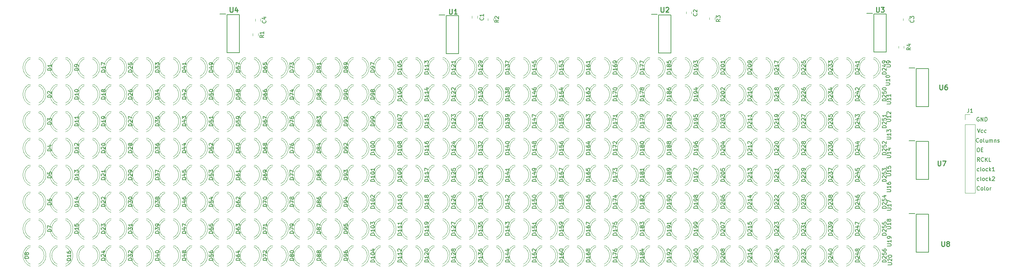
<source format=gbr>
G04 #@! TF.GenerationSoftware,KiCad,Pcbnew,(5.1.5)-3*
G04 #@! TF.CreationDate,2020-12-11T17:42:00+02:00*
G04 #@! TF.ProjectId,Led_matrica,4c65645f-6d61-4747-9269-63612e6b6963,rev?*
G04 #@! TF.SameCoordinates,Original*
G04 #@! TF.FileFunction,Legend,Top*
G04 #@! TF.FilePolarity,Positive*
%FSLAX46Y46*%
G04 Gerber Fmt 4.6, Leading zero omitted, Abs format (unit mm)*
G04 Created by KiCad (PCBNEW (5.1.5)-3) date 2020-12-11 17:42:00*
%MOMM*%
%LPD*%
G04 APERTURE LIST*
%ADD10C,0.150000*%
%ADD11C,0.120000*%
%ADD12C,0.200000*%
%ADD13C,0.254000*%
G04 APERTURE END LIST*
D10*
X259333333Y-66857142D02*
X259285714Y-66904761D01*
X259142857Y-66952380D01*
X259047619Y-66952380D01*
X258904761Y-66904761D01*
X258809523Y-66809523D01*
X258761904Y-66714285D01*
X258714285Y-66523809D01*
X258714285Y-66380952D01*
X258761904Y-66190476D01*
X258809523Y-66095238D01*
X258904761Y-66000000D01*
X259047619Y-65952380D01*
X259142857Y-65952380D01*
X259285714Y-66000000D01*
X259333333Y-66047619D01*
X259904761Y-66952380D02*
X259809523Y-66904761D01*
X259761904Y-66857142D01*
X259714285Y-66761904D01*
X259714285Y-66476190D01*
X259761904Y-66380952D01*
X259809523Y-66333333D01*
X259904761Y-66285714D01*
X260047619Y-66285714D01*
X260142857Y-66333333D01*
X260190476Y-66380952D01*
X260238095Y-66476190D01*
X260238095Y-66761904D01*
X260190476Y-66857142D01*
X260142857Y-66904761D01*
X260047619Y-66952380D01*
X259904761Y-66952380D01*
X260809523Y-66952380D02*
X260714285Y-66904761D01*
X260666666Y-66809523D01*
X260666666Y-65952380D01*
X261333333Y-66952380D02*
X261238095Y-66904761D01*
X261190476Y-66857142D01*
X261142857Y-66761904D01*
X261142857Y-66476190D01*
X261190476Y-66380952D01*
X261238095Y-66333333D01*
X261333333Y-66285714D01*
X261476190Y-66285714D01*
X261571428Y-66333333D01*
X261619047Y-66380952D01*
X261666666Y-66476190D01*
X261666666Y-66761904D01*
X261619047Y-66857142D01*
X261571428Y-66904761D01*
X261476190Y-66952380D01*
X261333333Y-66952380D01*
X262095238Y-66952380D02*
X262095238Y-66285714D01*
X262095238Y-66476190D02*
X262142857Y-66380952D01*
X262190476Y-66333333D01*
X262285714Y-66285714D01*
X262380952Y-66285714D01*
X259214285Y-64404761D02*
X259119047Y-64452380D01*
X258928571Y-64452380D01*
X258833333Y-64404761D01*
X258785714Y-64357142D01*
X258738095Y-64261904D01*
X258738095Y-63976190D01*
X258785714Y-63880952D01*
X258833333Y-63833333D01*
X258928571Y-63785714D01*
X259119047Y-63785714D01*
X259214285Y-63833333D01*
X259785714Y-64452380D02*
X259690476Y-64404761D01*
X259642857Y-64309523D01*
X259642857Y-63452380D01*
X260309523Y-64452380D02*
X260214285Y-64404761D01*
X260166666Y-64357142D01*
X260119047Y-64261904D01*
X260119047Y-63976190D01*
X260166666Y-63880952D01*
X260214285Y-63833333D01*
X260309523Y-63785714D01*
X260452380Y-63785714D01*
X260547619Y-63833333D01*
X260595238Y-63880952D01*
X260642857Y-63976190D01*
X260642857Y-64261904D01*
X260595238Y-64357142D01*
X260547619Y-64404761D01*
X260452380Y-64452380D01*
X260309523Y-64452380D01*
X261500000Y-64404761D02*
X261404761Y-64452380D01*
X261214285Y-64452380D01*
X261119047Y-64404761D01*
X261071428Y-64357142D01*
X261023809Y-64261904D01*
X261023809Y-63976190D01*
X261071428Y-63880952D01*
X261119047Y-63833333D01*
X261214285Y-63785714D01*
X261404761Y-63785714D01*
X261500000Y-63833333D01*
X261928571Y-64452380D02*
X261928571Y-63452380D01*
X262023809Y-64071428D02*
X262309523Y-64452380D01*
X262309523Y-63785714D02*
X261928571Y-64166666D01*
X262690476Y-63547619D02*
X262738095Y-63500000D01*
X262833333Y-63452380D01*
X263071428Y-63452380D01*
X263166666Y-63500000D01*
X263214285Y-63547619D01*
X263261904Y-63642857D01*
X263261904Y-63738095D01*
X263214285Y-63880952D01*
X262642857Y-64452380D01*
X263261904Y-64452380D01*
X259214285Y-61904761D02*
X259119047Y-61952380D01*
X258928571Y-61952380D01*
X258833333Y-61904761D01*
X258785714Y-61857142D01*
X258738095Y-61761904D01*
X258738095Y-61476190D01*
X258785714Y-61380952D01*
X258833333Y-61333333D01*
X258928571Y-61285714D01*
X259119047Y-61285714D01*
X259214285Y-61333333D01*
X259785714Y-61952380D02*
X259690476Y-61904761D01*
X259642857Y-61809523D01*
X259642857Y-60952380D01*
X260309523Y-61952380D02*
X260214285Y-61904761D01*
X260166666Y-61857142D01*
X260119047Y-61761904D01*
X260119047Y-61476190D01*
X260166666Y-61380952D01*
X260214285Y-61333333D01*
X260309523Y-61285714D01*
X260452380Y-61285714D01*
X260547619Y-61333333D01*
X260595238Y-61380952D01*
X260642857Y-61476190D01*
X260642857Y-61761904D01*
X260595238Y-61857142D01*
X260547619Y-61904761D01*
X260452380Y-61952380D01*
X260309523Y-61952380D01*
X261500000Y-61904761D02*
X261404761Y-61952380D01*
X261214285Y-61952380D01*
X261119047Y-61904761D01*
X261071428Y-61857142D01*
X261023809Y-61761904D01*
X261023809Y-61476190D01*
X261071428Y-61380952D01*
X261119047Y-61333333D01*
X261214285Y-61285714D01*
X261404761Y-61285714D01*
X261500000Y-61333333D01*
X261928571Y-61952380D02*
X261928571Y-60952380D01*
X262023809Y-61571428D02*
X262309523Y-61952380D01*
X262309523Y-61285714D02*
X261928571Y-61666666D01*
X263261904Y-61952380D02*
X262690476Y-61952380D01*
X262976190Y-61952380D02*
X262976190Y-60952380D01*
X262880952Y-61095238D01*
X262785714Y-61190476D01*
X262690476Y-61238095D01*
X259404761Y-59452380D02*
X259071428Y-58976190D01*
X258833333Y-59452380D02*
X258833333Y-58452380D01*
X259214285Y-58452380D01*
X259309523Y-58500000D01*
X259357142Y-58547619D01*
X259404761Y-58642857D01*
X259404761Y-58785714D01*
X259357142Y-58880952D01*
X259309523Y-58928571D01*
X259214285Y-58976190D01*
X258833333Y-58976190D01*
X260404761Y-59357142D02*
X260357142Y-59404761D01*
X260214285Y-59452380D01*
X260119047Y-59452380D01*
X259976190Y-59404761D01*
X259880952Y-59309523D01*
X259833333Y-59214285D01*
X259785714Y-59023809D01*
X259785714Y-58880952D01*
X259833333Y-58690476D01*
X259880952Y-58595238D01*
X259976190Y-58500000D01*
X260119047Y-58452380D01*
X260214285Y-58452380D01*
X260357142Y-58500000D01*
X260404761Y-58547619D01*
X260833333Y-59452380D02*
X260833333Y-58452380D01*
X261404761Y-59452380D02*
X260976190Y-58880952D01*
X261404761Y-58452380D02*
X260833333Y-59023809D01*
X262309523Y-59452380D02*
X261833333Y-59452380D01*
X261833333Y-58452380D01*
X258952380Y-55952380D02*
X259142857Y-55952380D01*
X259238095Y-56000000D01*
X259333333Y-56095238D01*
X259380952Y-56285714D01*
X259380952Y-56619047D01*
X259333333Y-56809523D01*
X259238095Y-56904761D01*
X259142857Y-56952380D01*
X258952380Y-56952380D01*
X258857142Y-56904761D01*
X258761904Y-56809523D01*
X258714285Y-56619047D01*
X258714285Y-56285714D01*
X258761904Y-56095238D01*
X258857142Y-56000000D01*
X258952380Y-55952380D01*
X259809523Y-56428571D02*
X260142857Y-56428571D01*
X260285714Y-56952380D02*
X259809523Y-56952380D01*
X259809523Y-55952380D01*
X260285714Y-55952380D01*
X259119047Y-54357142D02*
X259071428Y-54404761D01*
X258928571Y-54452380D01*
X258833333Y-54452380D01*
X258690476Y-54404761D01*
X258595238Y-54309523D01*
X258547619Y-54214285D01*
X258500000Y-54023809D01*
X258500000Y-53880952D01*
X258547619Y-53690476D01*
X258595238Y-53595238D01*
X258690476Y-53500000D01*
X258833333Y-53452380D01*
X258928571Y-53452380D01*
X259071428Y-53500000D01*
X259119047Y-53547619D01*
X259690476Y-54452380D02*
X259595238Y-54404761D01*
X259547619Y-54357142D01*
X259500000Y-54261904D01*
X259500000Y-53976190D01*
X259547619Y-53880952D01*
X259595238Y-53833333D01*
X259690476Y-53785714D01*
X259833333Y-53785714D01*
X259928571Y-53833333D01*
X259976190Y-53880952D01*
X260023809Y-53976190D01*
X260023809Y-54261904D01*
X259976190Y-54357142D01*
X259928571Y-54404761D01*
X259833333Y-54452380D01*
X259690476Y-54452380D01*
X260595238Y-54452380D02*
X260500000Y-54404761D01*
X260452380Y-54309523D01*
X260452380Y-53452380D01*
X261404761Y-53785714D02*
X261404761Y-54452380D01*
X260976190Y-53785714D02*
X260976190Y-54309523D01*
X261023809Y-54404761D01*
X261119047Y-54452380D01*
X261261904Y-54452380D01*
X261357142Y-54404761D01*
X261404761Y-54357142D01*
X261880952Y-54452380D02*
X261880952Y-53785714D01*
X261880952Y-53880952D02*
X261928571Y-53833333D01*
X262023809Y-53785714D01*
X262166666Y-53785714D01*
X262261904Y-53833333D01*
X262309523Y-53928571D01*
X262309523Y-54452380D01*
X262309523Y-53928571D02*
X262357142Y-53833333D01*
X262452380Y-53785714D01*
X262595238Y-53785714D01*
X262690476Y-53833333D01*
X262738095Y-53928571D01*
X262738095Y-54452380D01*
X263214285Y-53785714D02*
X263214285Y-54452380D01*
X263214285Y-53880952D02*
X263261904Y-53833333D01*
X263357142Y-53785714D01*
X263500000Y-53785714D01*
X263595238Y-53833333D01*
X263642857Y-53928571D01*
X263642857Y-54452380D01*
X264071428Y-54404761D02*
X264166666Y-54452380D01*
X264357142Y-54452380D01*
X264452380Y-54404761D01*
X264500000Y-54309523D01*
X264500000Y-54261904D01*
X264452380Y-54166666D01*
X264357142Y-54119047D01*
X264214285Y-54119047D01*
X264119047Y-54071428D01*
X264071428Y-53976190D01*
X264071428Y-53928571D01*
X264119047Y-53833333D01*
X264214285Y-53785714D01*
X264357142Y-53785714D01*
X264452380Y-53833333D01*
X258809523Y-50952380D02*
X259142857Y-51952380D01*
X259476190Y-50952380D01*
X260238095Y-51904761D02*
X260142857Y-51952380D01*
X259952380Y-51952380D01*
X259857142Y-51904761D01*
X259809523Y-51857142D01*
X259761904Y-51761904D01*
X259761904Y-51476190D01*
X259809523Y-51380952D01*
X259857142Y-51333333D01*
X259952380Y-51285714D01*
X260142857Y-51285714D01*
X260238095Y-51333333D01*
X261095238Y-51904761D02*
X261000000Y-51952380D01*
X260809523Y-51952380D01*
X260714285Y-51904761D01*
X260666666Y-51857142D01*
X260619047Y-51761904D01*
X260619047Y-51476190D01*
X260666666Y-51380952D01*
X260714285Y-51333333D01*
X260809523Y-51285714D01*
X261000000Y-51285714D01*
X261095238Y-51333333D01*
X259238095Y-48000000D02*
X259142857Y-47952380D01*
X259000000Y-47952380D01*
X258857142Y-48000000D01*
X258761904Y-48095238D01*
X258714285Y-48190476D01*
X258666666Y-48380952D01*
X258666666Y-48523809D01*
X258714285Y-48714285D01*
X258761904Y-48809523D01*
X258857142Y-48904761D01*
X259000000Y-48952380D01*
X259095238Y-48952380D01*
X259238095Y-48904761D01*
X259285714Y-48857142D01*
X259285714Y-48523809D01*
X259095238Y-48523809D01*
X259714285Y-48952380D02*
X259714285Y-47952380D01*
X260285714Y-48952380D01*
X260285714Y-47952380D01*
X260761904Y-48952380D02*
X260761904Y-47952380D01*
X261000000Y-47952380D01*
X261142857Y-48000000D01*
X261238095Y-48095238D01*
X261285714Y-48190476D01*
X261333333Y-48380952D01*
X261333333Y-48523809D01*
X261285714Y-48714285D01*
X261238095Y-48809523D01*
X261142857Y-48904761D01*
X261000000Y-48952380D01*
X260761904Y-48952380D01*
D11*
X229610000Y-67425000D02*
X229145000Y-67425000D01*
X232235000Y-67425000D02*
X231770000Y-67425000D01*
X229609571Y-72239479D02*
G75*
G02X229610000Y-67730316I1080429J2254479D01*
G01*
X231770429Y-72239479D02*
G75*
G03X231770000Y-67730316I-1080429J2254479D01*
G01*
X229609173Y-72772815D02*
G75*
G02X229145170Y-67425000I1080827J2787815D01*
G01*
X231770827Y-72772815D02*
G75*
G03X232234830Y-67425000I-1080827J2787815D01*
G01*
X255570000Y-67690000D02*
X258230000Y-67690000D01*
X255570000Y-49850000D02*
X255570000Y-67690000D01*
X258230000Y-49850000D02*
X258230000Y-67690000D01*
X255570000Y-49850000D02*
X258230000Y-49850000D01*
X255570000Y-48580000D02*
X255570000Y-47250000D01*
X255570000Y-47250000D02*
X256900000Y-47250000D01*
D12*
X175920000Y-21310000D02*
X179120000Y-21310000D01*
X179120000Y-21310000D02*
X179120000Y-31210000D01*
X179120000Y-31210000D02*
X175920000Y-31210000D01*
X175920000Y-31210000D02*
X175920000Y-21310000D01*
X174045000Y-21140000D02*
X175570000Y-21140000D01*
D11*
X229610000Y-46425000D02*
X229145000Y-46425000D01*
X232235000Y-46425000D02*
X231770000Y-46425000D01*
X229609571Y-51239479D02*
G75*
G02X229610000Y-46730316I1080429J2254479D01*
G01*
X231770429Y-51239479D02*
G75*
G03X231770000Y-46730316I-1080429J2254479D01*
G01*
X229609173Y-51772815D02*
G75*
G02X229145170Y-46425000I1080827J2787815D01*
G01*
X231770827Y-51772815D02*
G75*
G03X232234830Y-46425000I-1080827J2787815D01*
G01*
D12*
X241025000Y-54070000D02*
X242550000Y-54070000D01*
X242900000Y-64140000D02*
X242900000Y-54240000D01*
X246100000Y-64140000D02*
X242900000Y-64140000D01*
X246100000Y-54240000D02*
X246100000Y-64140000D01*
X242900000Y-54240000D02*
X246100000Y-54240000D01*
X242900000Y-73240000D02*
X246100000Y-73240000D01*
X246100000Y-73240000D02*
X246100000Y-83140000D01*
X246100000Y-83140000D02*
X242900000Y-83140000D01*
X242900000Y-83140000D02*
X242900000Y-73240000D01*
X241025000Y-73070000D02*
X242550000Y-73070000D01*
D11*
X89610000Y-32425000D02*
X89145000Y-32425000D01*
X92235000Y-32425000D02*
X91770000Y-32425000D01*
X89609571Y-37239479D02*
G75*
G02X89610000Y-32730316I1080429J2254479D01*
G01*
X91770429Y-37239479D02*
G75*
G03X91770000Y-32730316I-1080429J2254479D01*
G01*
X89609173Y-37772815D02*
G75*
G02X89145170Y-32425000I1080827J2787815D01*
G01*
X91770827Y-37772815D02*
G75*
G03X92234830Y-32425000I-1080827J2787815D01*
G01*
X105770827Y-44772815D02*
G75*
G03X106234830Y-39425000I-1080827J2787815D01*
G01*
X103609173Y-44772815D02*
G75*
G02X103145170Y-39425000I1080827J2787815D01*
G01*
X105770429Y-44239479D02*
G75*
G03X105770000Y-39730316I-1080429J2254479D01*
G01*
X103609571Y-44239479D02*
G75*
G02X103610000Y-39730316I1080429J2254479D01*
G01*
X106235000Y-39425000D02*
X105770000Y-39425000D01*
X103610000Y-39425000D02*
X103145000Y-39425000D01*
X145610000Y-67425000D02*
X145145000Y-67425000D01*
X148235000Y-67425000D02*
X147770000Y-67425000D01*
X145609571Y-72239479D02*
G75*
G02X145610000Y-67730316I1080429J2254479D01*
G01*
X147770429Y-72239479D02*
G75*
G03X147770000Y-67730316I-1080429J2254479D01*
G01*
X145609173Y-72772815D02*
G75*
G02X145145170Y-67425000I1080827J2787815D01*
G01*
X147770827Y-72772815D02*
G75*
G03X148234830Y-67425000I-1080827J2787815D01*
G01*
X182770827Y-65772815D02*
G75*
G03X183234830Y-60425000I-1080827J2787815D01*
G01*
X180609173Y-65772815D02*
G75*
G02X180145170Y-60425000I1080827J2787815D01*
G01*
X182770429Y-65239479D02*
G75*
G03X182770000Y-60730316I-1080429J2254479D01*
G01*
X180609571Y-65239479D02*
G75*
G02X180610000Y-60730316I1080429J2254479D01*
G01*
X183235000Y-60425000D02*
X182770000Y-60425000D01*
X180610000Y-60425000D02*
X180145000Y-60425000D01*
X12610000Y-32425000D02*
X12145000Y-32425000D01*
X15235000Y-32425000D02*
X14770000Y-32425000D01*
X12609571Y-37239479D02*
G75*
G02X12610000Y-32730316I1080429J2254479D01*
G01*
X14770429Y-37239479D02*
G75*
G03X14770000Y-32730316I-1080429J2254479D01*
G01*
X12609173Y-37772815D02*
G75*
G02X12145170Y-32425000I1080827J2787815D01*
G01*
X14770827Y-37772815D02*
G75*
G03X15234830Y-32425000I-1080827J2787815D01*
G01*
X14770827Y-44772815D02*
G75*
G03X15234830Y-39425000I-1080827J2787815D01*
G01*
X12609173Y-44772815D02*
G75*
G02X12145170Y-39425000I1080827J2787815D01*
G01*
X14770429Y-44239479D02*
G75*
G03X14770000Y-39730316I-1080429J2254479D01*
G01*
X12609571Y-44239479D02*
G75*
G02X12610000Y-39730316I1080429J2254479D01*
G01*
X15235000Y-39425000D02*
X14770000Y-39425000D01*
X12610000Y-39425000D02*
X12145000Y-39425000D01*
X14770827Y-51772815D02*
G75*
G03X15234830Y-46425000I-1080827J2787815D01*
G01*
X12609173Y-51772815D02*
G75*
G02X12145170Y-46425000I1080827J2787815D01*
G01*
X14770429Y-51239479D02*
G75*
G03X14770000Y-46730316I-1080429J2254479D01*
G01*
X12609571Y-51239479D02*
G75*
G02X12610000Y-46730316I1080429J2254479D01*
G01*
X15235000Y-46425000D02*
X14770000Y-46425000D01*
X12610000Y-46425000D02*
X12145000Y-46425000D01*
X14770827Y-58772815D02*
G75*
G03X15234830Y-53425000I-1080827J2787815D01*
G01*
X12609173Y-58772815D02*
G75*
G02X12145170Y-53425000I1080827J2787815D01*
G01*
X14770429Y-58239479D02*
G75*
G03X14770000Y-53730316I-1080429J2254479D01*
G01*
X12609571Y-58239479D02*
G75*
G02X12610000Y-53730316I1080429J2254479D01*
G01*
X15235000Y-53425000D02*
X14770000Y-53425000D01*
X12610000Y-53425000D02*
X12145000Y-53425000D01*
X14770827Y-65772815D02*
G75*
G03X15234830Y-60425000I-1080827J2787815D01*
G01*
X12609173Y-65772815D02*
G75*
G02X12145170Y-60425000I1080827J2787815D01*
G01*
X14770429Y-65239479D02*
G75*
G03X14770000Y-60730316I-1080429J2254479D01*
G01*
X12609571Y-65239479D02*
G75*
G02X12610000Y-60730316I1080429J2254479D01*
G01*
X15235000Y-60425000D02*
X14770000Y-60425000D01*
X12610000Y-60425000D02*
X12145000Y-60425000D01*
X14770827Y-72772815D02*
G75*
G03X15234830Y-67425000I-1080827J2787815D01*
G01*
X12609173Y-72772815D02*
G75*
G02X12145170Y-67425000I1080827J2787815D01*
G01*
X14770429Y-72239479D02*
G75*
G03X14770000Y-67730316I-1080429J2254479D01*
G01*
X12609571Y-72239479D02*
G75*
G02X12610000Y-67730316I1080429J2254479D01*
G01*
X15235000Y-67425000D02*
X14770000Y-67425000D01*
X12610000Y-67425000D02*
X12145000Y-67425000D01*
X14770827Y-79772815D02*
G75*
G03X15234830Y-74425000I-1080827J2787815D01*
G01*
X12609173Y-79772815D02*
G75*
G02X12145170Y-74425000I1080827J2787815D01*
G01*
X14770429Y-79239479D02*
G75*
G03X14770000Y-74730316I-1080429J2254479D01*
G01*
X12609571Y-79239479D02*
G75*
G02X12610000Y-74730316I1080429J2254479D01*
G01*
X15235000Y-74425000D02*
X14770000Y-74425000D01*
X12610000Y-74425000D02*
X12145000Y-74425000D01*
X14770827Y-86772815D02*
G75*
G03X15234830Y-81425000I-1080827J2787815D01*
G01*
X12609173Y-86772815D02*
G75*
G02X12145170Y-81425000I1080827J2787815D01*
G01*
X14770429Y-86239479D02*
G75*
G03X14770000Y-81730316I-1080429J2254479D01*
G01*
X12609571Y-86239479D02*
G75*
G02X12610000Y-81730316I1080429J2254479D01*
G01*
X15235000Y-81425000D02*
X14770000Y-81425000D01*
X12610000Y-81425000D02*
X12145000Y-81425000D01*
X21770827Y-37772815D02*
G75*
G03X22234830Y-32425000I-1080827J2787815D01*
G01*
X19609173Y-37772815D02*
G75*
G02X19145170Y-32425000I1080827J2787815D01*
G01*
X21770429Y-37239479D02*
G75*
G03X21770000Y-32730316I-1080429J2254479D01*
G01*
X19609571Y-37239479D02*
G75*
G02X19610000Y-32730316I1080429J2254479D01*
G01*
X22235000Y-32425000D02*
X21770000Y-32425000D01*
X19610000Y-32425000D02*
X19145000Y-32425000D01*
X19610000Y-39425000D02*
X19145000Y-39425000D01*
X22235000Y-39425000D02*
X21770000Y-39425000D01*
X19609571Y-44239479D02*
G75*
G02X19610000Y-39730316I1080429J2254479D01*
G01*
X21770429Y-44239479D02*
G75*
G03X21770000Y-39730316I-1080429J2254479D01*
G01*
X19609173Y-44772815D02*
G75*
G02X19145170Y-39425000I1080827J2787815D01*
G01*
X21770827Y-44772815D02*
G75*
G03X22234830Y-39425000I-1080827J2787815D01*
G01*
X19610000Y-46425000D02*
X19145000Y-46425000D01*
X22235000Y-46425000D02*
X21770000Y-46425000D01*
X19609571Y-51239479D02*
G75*
G02X19610000Y-46730316I1080429J2254479D01*
G01*
X21770429Y-51239479D02*
G75*
G03X21770000Y-46730316I-1080429J2254479D01*
G01*
X19609173Y-51772815D02*
G75*
G02X19145170Y-46425000I1080827J2787815D01*
G01*
X21770827Y-51772815D02*
G75*
G03X22234830Y-46425000I-1080827J2787815D01*
G01*
X19610000Y-53425000D02*
X19145000Y-53425000D01*
X22235000Y-53425000D02*
X21770000Y-53425000D01*
X19609571Y-58239479D02*
G75*
G02X19610000Y-53730316I1080429J2254479D01*
G01*
X21770429Y-58239479D02*
G75*
G03X21770000Y-53730316I-1080429J2254479D01*
G01*
X19609173Y-58772815D02*
G75*
G02X19145170Y-53425000I1080827J2787815D01*
G01*
X21770827Y-58772815D02*
G75*
G03X22234830Y-53425000I-1080827J2787815D01*
G01*
X19610000Y-60425000D02*
X19145000Y-60425000D01*
X22235000Y-60425000D02*
X21770000Y-60425000D01*
X19609571Y-65239479D02*
G75*
G02X19610000Y-60730316I1080429J2254479D01*
G01*
X21770429Y-65239479D02*
G75*
G03X21770000Y-60730316I-1080429J2254479D01*
G01*
X19609173Y-65772815D02*
G75*
G02X19145170Y-60425000I1080827J2787815D01*
G01*
X21770827Y-65772815D02*
G75*
G03X22234830Y-60425000I-1080827J2787815D01*
G01*
X19610000Y-67425000D02*
X19145000Y-67425000D01*
X22235000Y-67425000D02*
X21770000Y-67425000D01*
X19609571Y-72239479D02*
G75*
G02X19610000Y-67730316I1080429J2254479D01*
G01*
X21770429Y-72239479D02*
G75*
G03X21770000Y-67730316I-1080429J2254479D01*
G01*
X19609173Y-72772815D02*
G75*
G02X19145170Y-67425000I1080827J2787815D01*
G01*
X21770827Y-72772815D02*
G75*
G03X22234830Y-67425000I-1080827J2787815D01*
G01*
X19610000Y-74425000D02*
X19145000Y-74425000D01*
X22235000Y-74425000D02*
X21770000Y-74425000D01*
X19609571Y-79239479D02*
G75*
G02X19610000Y-74730316I1080429J2254479D01*
G01*
X21770429Y-79239479D02*
G75*
G03X21770000Y-74730316I-1080429J2254479D01*
G01*
X19609173Y-79772815D02*
G75*
G02X19145170Y-74425000I1080827J2787815D01*
G01*
X21770827Y-79772815D02*
G75*
G03X22234830Y-74425000I-1080827J2787815D01*
G01*
X21770827Y-86772815D02*
G75*
G03X22234830Y-81425000I-1080827J2787815D01*
G01*
X19609173Y-86772815D02*
G75*
G02X19145170Y-81425000I1080827J2787815D01*
G01*
X21770429Y-86239479D02*
G75*
G03X21770000Y-81730316I-1080429J2254479D01*
G01*
X19609571Y-86239479D02*
G75*
G02X19610000Y-81730316I1080429J2254479D01*
G01*
X22235000Y-81425000D02*
X21770000Y-81425000D01*
X19610000Y-81425000D02*
X19145000Y-81425000D01*
X26610000Y-32425000D02*
X26145000Y-32425000D01*
X29235000Y-32425000D02*
X28770000Y-32425000D01*
X26609571Y-37239479D02*
G75*
G02X26610000Y-32730316I1080429J2254479D01*
G01*
X28770429Y-37239479D02*
G75*
G03X28770000Y-32730316I-1080429J2254479D01*
G01*
X26609173Y-37772815D02*
G75*
G02X26145170Y-32425000I1080827J2787815D01*
G01*
X28770827Y-37772815D02*
G75*
G03X29234830Y-32425000I-1080827J2787815D01*
G01*
X26610000Y-39425000D02*
X26145000Y-39425000D01*
X29235000Y-39425000D02*
X28770000Y-39425000D01*
X26609571Y-44239479D02*
G75*
G02X26610000Y-39730316I1080429J2254479D01*
G01*
X28770429Y-44239479D02*
G75*
G03X28770000Y-39730316I-1080429J2254479D01*
G01*
X26609173Y-44772815D02*
G75*
G02X26145170Y-39425000I1080827J2787815D01*
G01*
X28770827Y-44772815D02*
G75*
G03X29234830Y-39425000I-1080827J2787815D01*
G01*
X26610000Y-46425000D02*
X26145000Y-46425000D01*
X29235000Y-46425000D02*
X28770000Y-46425000D01*
X26609571Y-51239479D02*
G75*
G02X26610000Y-46730316I1080429J2254479D01*
G01*
X28770429Y-51239479D02*
G75*
G03X28770000Y-46730316I-1080429J2254479D01*
G01*
X26609173Y-51772815D02*
G75*
G02X26145170Y-46425000I1080827J2787815D01*
G01*
X28770827Y-51772815D02*
G75*
G03X29234830Y-46425000I-1080827J2787815D01*
G01*
X26610000Y-53425000D02*
X26145000Y-53425000D01*
X29235000Y-53425000D02*
X28770000Y-53425000D01*
X26609571Y-58239479D02*
G75*
G02X26610000Y-53730316I1080429J2254479D01*
G01*
X28770429Y-58239479D02*
G75*
G03X28770000Y-53730316I-1080429J2254479D01*
G01*
X26609173Y-58772815D02*
G75*
G02X26145170Y-53425000I1080827J2787815D01*
G01*
X28770827Y-58772815D02*
G75*
G03X29234830Y-53425000I-1080827J2787815D01*
G01*
X26610000Y-60425000D02*
X26145000Y-60425000D01*
X29235000Y-60425000D02*
X28770000Y-60425000D01*
X26609571Y-65239479D02*
G75*
G02X26610000Y-60730316I1080429J2254479D01*
G01*
X28770429Y-65239479D02*
G75*
G03X28770000Y-60730316I-1080429J2254479D01*
G01*
X26609173Y-65772815D02*
G75*
G02X26145170Y-60425000I1080827J2787815D01*
G01*
X28770827Y-65772815D02*
G75*
G03X29234830Y-60425000I-1080827J2787815D01*
G01*
X26610000Y-67425000D02*
X26145000Y-67425000D01*
X29235000Y-67425000D02*
X28770000Y-67425000D01*
X26609571Y-72239479D02*
G75*
G02X26610000Y-67730316I1080429J2254479D01*
G01*
X28770429Y-72239479D02*
G75*
G03X28770000Y-67730316I-1080429J2254479D01*
G01*
X26609173Y-72772815D02*
G75*
G02X26145170Y-67425000I1080827J2787815D01*
G01*
X28770827Y-72772815D02*
G75*
G03X29234830Y-67425000I-1080827J2787815D01*
G01*
X28770827Y-79772815D02*
G75*
G03X29234830Y-74425000I-1080827J2787815D01*
G01*
X26609173Y-79772815D02*
G75*
G02X26145170Y-74425000I1080827J2787815D01*
G01*
X28770429Y-79239479D02*
G75*
G03X28770000Y-74730316I-1080429J2254479D01*
G01*
X26609571Y-79239479D02*
G75*
G02X26610000Y-74730316I1080429J2254479D01*
G01*
X29235000Y-74425000D02*
X28770000Y-74425000D01*
X26610000Y-74425000D02*
X26145000Y-74425000D01*
X28770827Y-86772815D02*
G75*
G03X29234830Y-81425000I-1080827J2787815D01*
G01*
X26609173Y-86772815D02*
G75*
G02X26145170Y-81425000I1080827J2787815D01*
G01*
X28770429Y-86239479D02*
G75*
G03X28770000Y-81730316I-1080429J2254479D01*
G01*
X26609571Y-86239479D02*
G75*
G02X26610000Y-81730316I1080429J2254479D01*
G01*
X29235000Y-81425000D02*
X28770000Y-81425000D01*
X26610000Y-81425000D02*
X26145000Y-81425000D01*
X35770827Y-37772815D02*
G75*
G03X36234830Y-32425000I-1080827J2787815D01*
G01*
X33609173Y-37772815D02*
G75*
G02X33145170Y-32425000I1080827J2787815D01*
G01*
X35770429Y-37239479D02*
G75*
G03X35770000Y-32730316I-1080429J2254479D01*
G01*
X33609571Y-37239479D02*
G75*
G02X33610000Y-32730316I1080429J2254479D01*
G01*
X36235000Y-32425000D02*
X35770000Y-32425000D01*
X33610000Y-32425000D02*
X33145000Y-32425000D01*
X35770827Y-44772815D02*
G75*
G03X36234830Y-39425000I-1080827J2787815D01*
G01*
X33609173Y-44772815D02*
G75*
G02X33145170Y-39425000I1080827J2787815D01*
G01*
X35770429Y-44239479D02*
G75*
G03X35770000Y-39730316I-1080429J2254479D01*
G01*
X33609571Y-44239479D02*
G75*
G02X33610000Y-39730316I1080429J2254479D01*
G01*
X36235000Y-39425000D02*
X35770000Y-39425000D01*
X33610000Y-39425000D02*
X33145000Y-39425000D01*
X35770827Y-51772815D02*
G75*
G03X36234830Y-46425000I-1080827J2787815D01*
G01*
X33609173Y-51772815D02*
G75*
G02X33145170Y-46425000I1080827J2787815D01*
G01*
X35770429Y-51239479D02*
G75*
G03X35770000Y-46730316I-1080429J2254479D01*
G01*
X33609571Y-51239479D02*
G75*
G02X33610000Y-46730316I1080429J2254479D01*
G01*
X36235000Y-46425000D02*
X35770000Y-46425000D01*
X33610000Y-46425000D02*
X33145000Y-46425000D01*
X35770827Y-58772815D02*
G75*
G03X36234830Y-53425000I-1080827J2787815D01*
G01*
X33609173Y-58772815D02*
G75*
G02X33145170Y-53425000I1080827J2787815D01*
G01*
X35770429Y-58239479D02*
G75*
G03X35770000Y-53730316I-1080429J2254479D01*
G01*
X33609571Y-58239479D02*
G75*
G02X33610000Y-53730316I1080429J2254479D01*
G01*
X36235000Y-53425000D02*
X35770000Y-53425000D01*
X33610000Y-53425000D02*
X33145000Y-53425000D01*
X35770827Y-65772815D02*
G75*
G03X36234830Y-60425000I-1080827J2787815D01*
G01*
X33609173Y-65772815D02*
G75*
G02X33145170Y-60425000I1080827J2787815D01*
G01*
X35770429Y-65239479D02*
G75*
G03X35770000Y-60730316I-1080429J2254479D01*
G01*
X33609571Y-65239479D02*
G75*
G02X33610000Y-60730316I1080429J2254479D01*
G01*
X36235000Y-60425000D02*
X35770000Y-60425000D01*
X33610000Y-60425000D02*
X33145000Y-60425000D01*
X33610000Y-67425000D02*
X33145000Y-67425000D01*
X36235000Y-67425000D02*
X35770000Y-67425000D01*
X33609571Y-72239479D02*
G75*
G02X33610000Y-67730316I1080429J2254479D01*
G01*
X35770429Y-72239479D02*
G75*
G03X35770000Y-67730316I-1080429J2254479D01*
G01*
X33609173Y-72772815D02*
G75*
G02X33145170Y-67425000I1080827J2787815D01*
G01*
X35770827Y-72772815D02*
G75*
G03X36234830Y-67425000I-1080827J2787815D01*
G01*
X33610000Y-74425000D02*
X33145000Y-74425000D01*
X36235000Y-74425000D02*
X35770000Y-74425000D01*
X33609571Y-79239479D02*
G75*
G02X33610000Y-74730316I1080429J2254479D01*
G01*
X35770429Y-79239479D02*
G75*
G03X35770000Y-74730316I-1080429J2254479D01*
G01*
X33609173Y-79772815D02*
G75*
G02X33145170Y-74425000I1080827J2787815D01*
G01*
X35770827Y-79772815D02*
G75*
G03X36234830Y-74425000I-1080827J2787815D01*
G01*
X33610000Y-81425000D02*
X33145000Y-81425000D01*
X36235000Y-81425000D02*
X35770000Y-81425000D01*
X33609571Y-86239479D02*
G75*
G02X33610000Y-81730316I1080429J2254479D01*
G01*
X35770429Y-86239479D02*
G75*
G03X35770000Y-81730316I-1080429J2254479D01*
G01*
X33609173Y-86772815D02*
G75*
G02X33145170Y-81425000I1080827J2787815D01*
G01*
X35770827Y-86772815D02*
G75*
G03X36234830Y-81425000I-1080827J2787815D01*
G01*
X42770827Y-37772815D02*
G75*
G03X43234830Y-32425000I-1080827J2787815D01*
G01*
X40609173Y-37772815D02*
G75*
G02X40145170Y-32425000I1080827J2787815D01*
G01*
X42770429Y-37239479D02*
G75*
G03X42770000Y-32730316I-1080429J2254479D01*
G01*
X40609571Y-37239479D02*
G75*
G02X40610000Y-32730316I1080429J2254479D01*
G01*
X43235000Y-32425000D02*
X42770000Y-32425000D01*
X40610000Y-32425000D02*
X40145000Y-32425000D01*
X40610000Y-39425000D02*
X40145000Y-39425000D01*
X43235000Y-39425000D02*
X42770000Y-39425000D01*
X40609571Y-44239479D02*
G75*
G02X40610000Y-39730316I1080429J2254479D01*
G01*
X42770429Y-44239479D02*
G75*
G03X42770000Y-39730316I-1080429J2254479D01*
G01*
X40609173Y-44772815D02*
G75*
G02X40145170Y-39425000I1080827J2787815D01*
G01*
X42770827Y-44772815D02*
G75*
G03X43234830Y-39425000I-1080827J2787815D01*
G01*
X40610000Y-46425000D02*
X40145000Y-46425000D01*
X43235000Y-46425000D02*
X42770000Y-46425000D01*
X40609571Y-51239479D02*
G75*
G02X40610000Y-46730316I1080429J2254479D01*
G01*
X42770429Y-51239479D02*
G75*
G03X42770000Y-46730316I-1080429J2254479D01*
G01*
X40609173Y-51772815D02*
G75*
G02X40145170Y-46425000I1080827J2787815D01*
G01*
X42770827Y-51772815D02*
G75*
G03X43234830Y-46425000I-1080827J2787815D01*
G01*
X40610000Y-53425000D02*
X40145000Y-53425000D01*
X43235000Y-53425000D02*
X42770000Y-53425000D01*
X40609571Y-58239479D02*
G75*
G02X40610000Y-53730316I1080429J2254479D01*
G01*
X42770429Y-58239479D02*
G75*
G03X42770000Y-53730316I-1080429J2254479D01*
G01*
X40609173Y-58772815D02*
G75*
G02X40145170Y-53425000I1080827J2787815D01*
G01*
X42770827Y-58772815D02*
G75*
G03X43234830Y-53425000I-1080827J2787815D01*
G01*
X40610000Y-60425000D02*
X40145000Y-60425000D01*
X43235000Y-60425000D02*
X42770000Y-60425000D01*
X40609571Y-65239479D02*
G75*
G02X40610000Y-60730316I1080429J2254479D01*
G01*
X42770429Y-65239479D02*
G75*
G03X42770000Y-60730316I-1080429J2254479D01*
G01*
X40609173Y-65772815D02*
G75*
G02X40145170Y-60425000I1080827J2787815D01*
G01*
X42770827Y-65772815D02*
G75*
G03X43234830Y-60425000I-1080827J2787815D01*
G01*
X42770827Y-72772815D02*
G75*
G03X43234830Y-67425000I-1080827J2787815D01*
G01*
X40609173Y-72772815D02*
G75*
G02X40145170Y-67425000I1080827J2787815D01*
G01*
X42770429Y-72239479D02*
G75*
G03X42770000Y-67730316I-1080429J2254479D01*
G01*
X40609571Y-72239479D02*
G75*
G02X40610000Y-67730316I1080429J2254479D01*
G01*
X43235000Y-67425000D02*
X42770000Y-67425000D01*
X40610000Y-67425000D02*
X40145000Y-67425000D01*
X42770827Y-79772815D02*
G75*
G03X43234830Y-74425000I-1080827J2787815D01*
G01*
X40609173Y-79772815D02*
G75*
G02X40145170Y-74425000I1080827J2787815D01*
G01*
X42770429Y-79239479D02*
G75*
G03X42770000Y-74730316I-1080429J2254479D01*
G01*
X40609571Y-79239479D02*
G75*
G02X40610000Y-74730316I1080429J2254479D01*
G01*
X43235000Y-74425000D02*
X42770000Y-74425000D01*
X40610000Y-74425000D02*
X40145000Y-74425000D01*
X42770827Y-86772815D02*
G75*
G03X43234830Y-81425000I-1080827J2787815D01*
G01*
X40609173Y-86772815D02*
G75*
G02X40145170Y-81425000I1080827J2787815D01*
G01*
X42770429Y-86239479D02*
G75*
G03X42770000Y-81730316I-1080429J2254479D01*
G01*
X40609571Y-86239479D02*
G75*
G02X40610000Y-81730316I1080429J2254479D01*
G01*
X43235000Y-81425000D02*
X42770000Y-81425000D01*
X40610000Y-81425000D02*
X40145000Y-81425000D01*
X49770827Y-37772815D02*
G75*
G03X50234830Y-32425000I-1080827J2787815D01*
G01*
X47609173Y-37772815D02*
G75*
G02X47145170Y-32425000I1080827J2787815D01*
G01*
X49770429Y-37239479D02*
G75*
G03X49770000Y-32730316I-1080429J2254479D01*
G01*
X47609571Y-37239479D02*
G75*
G02X47610000Y-32730316I1080429J2254479D01*
G01*
X50235000Y-32425000D02*
X49770000Y-32425000D01*
X47610000Y-32425000D02*
X47145000Y-32425000D01*
X49770827Y-44772815D02*
G75*
G03X50234830Y-39425000I-1080827J2787815D01*
G01*
X47609173Y-44772815D02*
G75*
G02X47145170Y-39425000I1080827J2787815D01*
G01*
X49770429Y-44239479D02*
G75*
G03X49770000Y-39730316I-1080429J2254479D01*
G01*
X47609571Y-44239479D02*
G75*
G02X47610000Y-39730316I1080429J2254479D01*
G01*
X50235000Y-39425000D02*
X49770000Y-39425000D01*
X47610000Y-39425000D02*
X47145000Y-39425000D01*
X49770827Y-51772815D02*
G75*
G03X50234830Y-46425000I-1080827J2787815D01*
G01*
X47609173Y-51772815D02*
G75*
G02X47145170Y-46425000I1080827J2787815D01*
G01*
X49770429Y-51239479D02*
G75*
G03X49770000Y-46730316I-1080429J2254479D01*
G01*
X47609571Y-51239479D02*
G75*
G02X47610000Y-46730316I1080429J2254479D01*
G01*
X50235000Y-46425000D02*
X49770000Y-46425000D01*
X47610000Y-46425000D02*
X47145000Y-46425000D01*
X49770827Y-58772815D02*
G75*
G03X50234830Y-53425000I-1080827J2787815D01*
G01*
X47609173Y-58772815D02*
G75*
G02X47145170Y-53425000I1080827J2787815D01*
G01*
X49770429Y-58239479D02*
G75*
G03X49770000Y-53730316I-1080429J2254479D01*
G01*
X47609571Y-58239479D02*
G75*
G02X47610000Y-53730316I1080429J2254479D01*
G01*
X50235000Y-53425000D02*
X49770000Y-53425000D01*
X47610000Y-53425000D02*
X47145000Y-53425000D01*
X49770827Y-65772815D02*
G75*
G03X50234830Y-60425000I-1080827J2787815D01*
G01*
X47609173Y-65772815D02*
G75*
G02X47145170Y-60425000I1080827J2787815D01*
G01*
X49770429Y-65239479D02*
G75*
G03X49770000Y-60730316I-1080429J2254479D01*
G01*
X47609571Y-65239479D02*
G75*
G02X47610000Y-60730316I1080429J2254479D01*
G01*
X50235000Y-60425000D02*
X49770000Y-60425000D01*
X47610000Y-60425000D02*
X47145000Y-60425000D01*
X47610000Y-67425000D02*
X47145000Y-67425000D01*
X50235000Y-67425000D02*
X49770000Y-67425000D01*
X47609571Y-72239479D02*
G75*
G02X47610000Y-67730316I1080429J2254479D01*
G01*
X49770429Y-72239479D02*
G75*
G03X49770000Y-67730316I-1080429J2254479D01*
G01*
X47609173Y-72772815D02*
G75*
G02X47145170Y-67425000I1080827J2787815D01*
G01*
X49770827Y-72772815D02*
G75*
G03X50234830Y-67425000I-1080827J2787815D01*
G01*
X47610000Y-74425000D02*
X47145000Y-74425000D01*
X50235000Y-74425000D02*
X49770000Y-74425000D01*
X47609571Y-79239479D02*
G75*
G02X47610000Y-74730316I1080429J2254479D01*
G01*
X49770429Y-79239479D02*
G75*
G03X49770000Y-74730316I-1080429J2254479D01*
G01*
X47609173Y-79772815D02*
G75*
G02X47145170Y-74425000I1080827J2787815D01*
G01*
X49770827Y-79772815D02*
G75*
G03X50234830Y-74425000I-1080827J2787815D01*
G01*
X47610000Y-81425000D02*
X47145000Y-81425000D01*
X50235000Y-81425000D02*
X49770000Y-81425000D01*
X47609571Y-86239479D02*
G75*
G02X47610000Y-81730316I1080429J2254479D01*
G01*
X49770429Y-86239479D02*
G75*
G03X49770000Y-81730316I-1080429J2254479D01*
G01*
X47609173Y-86772815D02*
G75*
G02X47145170Y-81425000I1080827J2787815D01*
G01*
X49770827Y-86772815D02*
G75*
G03X50234830Y-81425000I-1080827J2787815D01*
G01*
X54610000Y-32425000D02*
X54145000Y-32425000D01*
X57235000Y-32425000D02*
X56770000Y-32425000D01*
X54609571Y-37239479D02*
G75*
G02X54610000Y-32730316I1080429J2254479D01*
G01*
X56770429Y-37239479D02*
G75*
G03X56770000Y-32730316I-1080429J2254479D01*
G01*
X54609173Y-37772815D02*
G75*
G02X54145170Y-32425000I1080827J2787815D01*
G01*
X56770827Y-37772815D02*
G75*
G03X57234830Y-32425000I-1080827J2787815D01*
G01*
X54610000Y-39425000D02*
X54145000Y-39425000D01*
X57235000Y-39425000D02*
X56770000Y-39425000D01*
X54609571Y-44239479D02*
G75*
G02X54610000Y-39730316I1080429J2254479D01*
G01*
X56770429Y-44239479D02*
G75*
G03X56770000Y-39730316I-1080429J2254479D01*
G01*
X54609173Y-44772815D02*
G75*
G02X54145170Y-39425000I1080827J2787815D01*
G01*
X56770827Y-44772815D02*
G75*
G03X57234830Y-39425000I-1080827J2787815D01*
G01*
X54610000Y-46425000D02*
X54145000Y-46425000D01*
X57235000Y-46425000D02*
X56770000Y-46425000D01*
X54609571Y-51239479D02*
G75*
G02X54610000Y-46730316I1080429J2254479D01*
G01*
X56770429Y-51239479D02*
G75*
G03X56770000Y-46730316I-1080429J2254479D01*
G01*
X54609173Y-51772815D02*
G75*
G02X54145170Y-46425000I1080827J2787815D01*
G01*
X56770827Y-51772815D02*
G75*
G03X57234830Y-46425000I-1080827J2787815D01*
G01*
X54610000Y-53425000D02*
X54145000Y-53425000D01*
X57235000Y-53425000D02*
X56770000Y-53425000D01*
X54609571Y-58239479D02*
G75*
G02X54610000Y-53730316I1080429J2254479D01*
G01*
X56770429Y-58239479D02*
G75*
G03X56770000Y-53730316I-1080429J2254479D01*
G01*
X54609173Y-58772815D02*
G75*
G02X54145170Y-53425000I1080827J2787815D01*
G01*
X56770827Y-58772815D02*
G75*
G03X57234830Y-53425000I-1080827J2787815D01*
G01*
X54610000Y-60425000D02*
X54145000Y-60425000D01*
X57235000Y-60425000D02*
X56770000Y-60425000D01*
X54609571Y-65239479D02*
G75*
G02X54610000Y-60730316I1080429J2254479D01*
G01*
X56770429Y-65239479D02*
G75*
G03X56770000Y-60730316I-1080429J2254479D01*
G01*
X54609173Y-65772815D02*
G75*
G02X54145170Y-60425000I1080827J2787815D01*
G01*
X56770827Y-65772815D02*
G75*
G03X57234830Y-60425000I-1080827J2787815D01*
G01*
X54610000Y-67425000D02*
X54145000Y-67425000D01*
X57235000Y-67425000D02*
X56770000Y-67425000D01*
X54609571Y-72239479D02*
G75*
G02X54610000Y-67730316I1080429J2254479D01*
G01*
X56770429Y-72239479D02*
G75*
G03X56770000Y-67730316I-1080429J2254479D01*
G01*
X54609173Y-72772815D02*
G75*
G02X54145170Y-67425000I1080827J2787815D01*
G01*
X56770827Y-72772815D02*
G75*
G03X57234830Y-67425000I-1080827J2787815D01*
G01*
X54610000Y-74425000D02*
X54145000Y-74425000D01*
X57235000Y-74425000D02*
X56770000Y-74425000D01*
X54609571Y-79239479D02*
G75*
G02X54610000Y-74730316I1080429J2254479D01*
G01*
X56770429Y-79239479D02*
G75*
G03X56770000Y-74730316I-1080429J2254479D01*
G01*
X54609173Y-79772815D02*
G75*
G02X54145170Y-74425000I1080827J2787815D01*
G01*
X56770827Y-79772815D02*
G75*
G03X57234830Y-74425000I-1080827J2787815D01*
G01*
X54610000Y-81425000D02*
X54145000Y-81425000D01*
X57235000Y-81425000D02*
X56770000Y-81425000D01*
X54609571Y-86239479D02*
G75*
G02X54610000Y-81730316I1080429J2254479D01*
G01*
X56770429Y-86239479D02*
G75*
G03X56770000Y-81730316I-1080429J2254479D01*
G01*
X54609173Y-86772815D02*
G75*
G02X54145170Y-81425000I1080827J2787815D01*
G01*
X56770827Y-86772815D02*
G75*
G03X57234830Y-81425000I-1080827J2787815D01*
G01*
X63770827Y-37772815D02*
G75*
G03X64234830Y-32425000I-1080827J2787815D01*
G01*
X61609173Y-37772815D02*
G75*
G02X61145170Y-32425000I1080827J2787815D01*
G01*
X63770429Y-37239479D02*
G75*
G03X63770000Y-32730316I-1080429J2254479D01*
G01*
X61609571Y-37239479D02*
G75*
G02X61610000Y-32730316I1080429J2254479D01*
G01*
X64235000Y-32425000D02*
X63770000Y-32425000D01*
X61610000Y-32425000D02*
X61145000Y-32425000D01*
X63770827Y-44772815D02*
G75*
G03X64234830Y-39425000I-1080827J2787815D01*
G01*
X61609173Y-44772815D02*
G75*
G02X61145170Y-39425000I1080827J2787815D01*
G01*
X63770429Y-44239479D02*
G75*
G03X63770000Y-39730316I-1080429J2254479D01*
G01*
X61609571Y-44239479D02*
G75*
G02X61610000Y-39730316I1080429J2254479D01*
G01*
X64235000Y-39425000D02*
X63770000Y-39425000D01*
X61610000Y-39425000D02*
X61145000Y-39425000D01*
X63770827Y-51772815D02*
G75*
G03X64234830Y-46425000I-1080827J2787815D01*
G01*
X61609173Y-51772815D02*
G75*
G02X61145170Y-46425000I1080827J2787815D01*
G01*
X63770429Y-51239479D02*
G75*
G03X63770000Y-46730316I-1080429J2254479D01*
G01*
X61609571Y-51239479D02*
G75*
G02X61610000Y-46730316I1080429J2254479D01*
G01*
X64235000Y-46425000D02*
X63770000Y-46425000D01*
X61610000Y-46425000D02*
X61145000Y-46425000D01*
X61610000Y-53425000D02*
X61145000Y-53425000D01*
X64235000Y-53425000D02*
X63770000Y-53425000D01*
X61609571Y-58239479D02*
G75*
G02X61610000Y-53730316I1080429J2254479D01*
G01*
X63770429Y-58239479D02*
G75*
G03X63770000Y-53730316I-1080429J2254479D01*
G01*
X61609173Y-58772815D02*
G75*
G02X61145170Y-53425000I1080827J2787815D01*
G01*
X63770827Y-58772815D02*
G75*
G03X64234830Y-53425000I-1080827J2787815D01*
G01*
X63770827Y-65772815D02*
G75*
G03X64234830Y-60425000I-1080827J2787815D01*
G01*
X61609173Y-65772815D02*
G75*
G02X61145170Y-60425000I1080827J2787815D01*
G01*
X63770429Y-65239479D02*
G75*
G03X63770000Y-60730316I-1080429J2254479D01*
G01*
X61609571Y-65239479D02*
G75*
G02X61610000Y-60730316I1080429J2254479D01*
G01*
X64235000Y-60425000D02*
X63770000Y-60425000D01*
X61610000Y-60425000D02*
X61145000Y-60425000D01*
X63770827Y-72772815D02*
G75*
G03X64234830Y-67425000I-1080827J2787815D01*
G01*
X61609173Y-72772815D02*
G75*
G02X61145170Y-67425000I1080827J2787815D01*
G01*
X63770429Y-72239479D02*
G75*
G03X63770000Y-67730316I-1080429J2254479D01*
G01*
X61609571Y-72239479D02*
G75*
G02X61610000Y-67730316I1080429J2254479D01*
G01*
X64235000Y-67425000D02*
X63770000Y-67425000D01*
X61610000Y-67425000D02*
X61145000Y-67425000D01*
X63770827Y-79772815D02*
G75*
G03X64234830Y-74425000I-1080827J2787815D01*
G01*
X61609173Y-79772815D02*
G75*
G02X61145170Y-74425000I1080827J2787815D01*
G01*
X63770429Y-79239479D02*
G75*
G03X63770000Y-74730316I-1080429J2254479D01*
G01*
X61609571Y-79239479D02*
G75*
G02X61610000Y-74730316I1080429J2254479D01*
G01*
X64235000Y-74425000D02*
X63770000Y-74425000D01*
X61610000Y-74425000D02*
X61145000Y-74425000D01*
X63770827Y-86772815D02*
G75*
G03X64234830Y-81425000I-1080827J2787815D01*
G01*
X61609173Y-86772815D02*
G75*
G02X61145170Y-81425000I1080827J2787815D01*
G01*
X63770429Y-86239479D02*
G75*
G03X63770000Y-81730316I-1080429J2254479D01*
G01*
X61609571Y-86239479D02*
G75*
G02X61610000Y-81730316I1080429J2254479D01*
G01*
X64235000Y-81425000D02*
X63770000Y-81425000D01*
X61610000Y-81425000D02*
X61145000Y-81425000D01*
X68610000Y-32425000D02*
X68145000Y-32425000D01*
X71235000Y-32425000D02*
X70770000Y-32425000D01*
X68609571Y-37239479D02*
G75*
G02X68610000Y-32730316I1080429J2254479D01*
G01*
X70770429Y-37239479D02*
G75*
G03X70770000Y-32730316I-1080429J2254479D01*
G01*
X68609173Y-37772815D02*
G75*
G02X68145170Y-32425000I1080827J2787815D01*
G01*
X70770827Y-37772815D02*
G75*
G03X71234830Y-32425000I-1080827J2787815D01*
G01*
X70770827Y-44772815D02*
G75*
G03X71234830Y-39425000I-1080827J2787815D01*
G01*
X68609173Y-44772815D02*
G75*
G02X68145170Y-39425000I1080827J2787815D01*
G01*
X70770429Y-44239479D02*
G75*
G03X70770000Y-39730316I-1080429J2254479D01*
G01*
X68609571Y-44239479D02*
G75*
G02X68610000Y-39730316I1080429J2254479D01*
G01*
X71235000Y-39425000D02*
X70770000Y-39425000D01*
X68610000Y-39425000D02*
X68145000Y-39425000D01*
X70770827Y-51772815D02*
G75*
G03X71234830Y-46425000I-1080827J2787815D01*
G01*
X68609173Y-51772815D02*
G75*
G02X68145170Y-46425000I1080827J2787815D01*
G01*
X70770429Y-51239479D02*
G75*
G03X70770000Y-46730316I-1080429J2254479D01*
G01*
X68609571Y-51239479D02*
G75*
G02X68610000Y-46730316I1080429J2254479D01*
G01*
X71235000Y-46425000D02*
X70770000Y-46425000D01*
X68610000Y-46425000D02*
X68145000Y-46425000D01*
X70770827Y-58772815D02*
G75*
G03X71234830Y-53425000I-1080827J2787815D01*
G01*
X68609173Y-58772815D02*
G75*
G02X68145170Y-53425000I1080827J2787815D01*
G01*
X70770429Y-58239479D02*
G75*
G03X70770000Y-53730316I-1080429J2254479D01*
G01*
X68609571Y-58239479D02*
G75*
G02X68610000Y-53730316I1080429J2254479D01*
G01*
X71235000Y-53425000D02*
X70770000Y-53425000D01*
X68610000Y-53425000D02*
X68145000Y-53425000D01*
X70770827Y-65772815D02*
G75*
G03X71234830Y-60425000I-1080827J2787815D01*
G01*
X68609173Y-65772815D02*
G75*
G02X68145170Y-60425000I1080827J2787815D01*
G01*
X70770429Y-65239479D02*
G75*
G03X70770000Y-60730316I-1080429J2254479D01*
G01*
X68609571Y-65239479D02*
G75*
G02X68610000Y-60730316I1080429J2254479D01*
G01*
X71235000Y-60425000D02*
X70770000Y-60425000D01*
X68610000Y-60425000D02*
X68145000Y-60425000D01*
X70770827Y-72772815D02*
G75*
G03X71234830Y-67425000I-1080827J2787815D01*
G01*
X68609173Y-72772815D02*
G75*
G02X68145170Y-67425000I1080827J2787815D01*
G01*
X70770429Y-72239479D02*
G75*
G03X70770000Y-67730316I-1080429J2254479D01*
G01*
X68609571Y-72239479D02*
G75*
G02X68610000Y-67730316I1080429J2254479D01*
G01*
X71235000Y-67425000D02*
X70770000Y-67425000D01*
X68610000Y-67425000D02*
X68145000Y-67425000D01*
X70770827Y-79772815D02*
G75*
G03X71234830Y-74425000I-1080827J2787815D01*
G01*
X68609173Y-79772815D02*
G75*
G02X68145170Y-74425000I1080827J2787815D01*
G01*
X70770429Y-79239479D02*
G75*
G03X70770000Y-74730316I-1080429J2254479D01*
G01*
X68609571Y-79239479D02*
G75*
G02X68610000Y-74730316I1080429J2254479D01*
G01*
X71235000Y-74425000D02*
X70770000Y-74425000D01*
X68610000Y-74425000D02*
X68145000Y-74425000D01*
X70770827Y-86772815D02*
G75*
G03X71234830Y-81425000I-1080827J2787815D01*
G01*
X68609173Y-86772815D02*
G75*
G02X68145170Y-81425000I1080827J2787815D01*
G01*
X70770429Y-86239479D02*
G75*
G03X70770000Y-81730316I-1080429J2254479D01*
G01*
X68609571Y-86239479D02*
G75*
G02X68610000Y-81730316I1080429J2254479D01*
G01*
X71235000Y-81425000D02*
X70770000Y-81425000D01*
X68610000Y-81425000D02*
X68145000Y-81425000D01*
X75610000Y-32425000D02*
X75145000Y-32425000D01*
X78235000Y-32425000D02*
X77770000Y-32425000D01*
X75609571Y-37239479D02*
G75*
G02X75610000Y-32730316I1080429J2254479D01*
G01*
X77770429Y-37239479D02*
G75*
G03X77770000Y-32730316I-1080429J2254479D01*
G01*
X75609173Y-37772815D02*
G75*
G02X75145170Y-32425000I1080827J2787815D01*
G01*
X77770827Y-37772815D02*
G75*
G03X78234830Y-32425000I-1080827J2787815D01*
G01*
X75610000Y-39425000D02*
X75145000Y-39425000D01*
X78235000Y-39425000D02*
X77770000Y-39425000D01*
X75609571Y-44239479D02*
G75*
G02X75610000Y-39730316I1080429J2254479D01*
G01*
X77770429Y-44239479D02*
G75*
G03X77770000Y-39730316I-1080429J2254479D01*
G01*
X75609173Y-44772815D02*
G75*
G02X75145170Y-39425000I1080827J2787815D01*
G01*
X77770827Y-44772815D02*
G75*
G03X78234830Y-39425000I-1080827J2787815D01*
G01*
X75610000Y-46425000D02*
X75145000Y-46425000D01*
X78235000Y-46425000D02*
X77770000Y-46425000D01*
X75609571Y-51239479D02*
G75*
G02X75610000Y-46730316I1080429J2254479D01*
G01*
X77770429Y-51239479D02*
G75*
G03X77770000Y-46730316I-1080429J2254479D01*
G01*
X75609173Y-51772815D02*
G75*
G02X75145170Y-46425000I1080827J2787815D01*
G01*
X77770827Y-51772815D02*
G75*
G03X78234830Y-46425000I-1080827J2787815D01*
G01*
X75610000Y-53425000D02*
X75145000Y-53425000D01*
X78235000Y-53425000D02*
X77770000Y-53425000D01*
X75609571Y-58239479D02*
G75*
G02X75610000Y-53730316I1080429J2254479D01*
G01*
X77770429Y-58239479D02*
G75*
G03X77770000Y-53730316I-1080429J2254479D01*
G01*
X75609173Y-58772815D02*
G75*
G02X75145170Y-53425000I1080827J2787815D01*
G01*
X77770827Y-58772815D02*
G75*
G03X78234830Y-53425000I-1080827J2787815D01*
G01*
X75610000Y-60425000D02*
X75145000Y-60425000D01*
X78235000Y-60425000D02*
X77770000Y-60425000D01*
X75609571Y-65239479D02*
G75*
G02X75610000Y-60730316I1080429J2254479D01*
G01*
X77770429Y-65239479D02*
G75*
G03X77770000Y-60730316I-1080429J2254479D01*
G01*
X75609173Y-65772815D02*
G75*
G02X75145170Y-60425000I1080827J2787815D01*
G01*
X77770827Y-65772815D02*
G75*
G03X78234830Y-60425000I-1080827J2787815D01*
G01*
X75610000Y-67425000D02*
X75145000Y-67425000D01*
X78235000Y-67425000D02*
X77770000Y-67425000D01*
X75609571Y-72239479D02*
G75*
G02X75610000Y-67730316I1080429J2254479D01*
G01*
X77770429Y-72239479D02*
G75*
G03X77770000Y-67730316I-1080429J2254479D01*
G01*
X75609173Y-72772815D02*
G75*
G02X75145170Y-67425000I1080827J2787815D01*
G01*
X77770827Y-72772815D02*
G75*
G03X78234830Y-67425000I-1080827J2787815D01*
G01*
X75610000Y-74425000D02*
X75145000Y-74425000D01*
X78235000Y-74425000D02*
X77770000Y-74425000D01*
X75609571Y-79239479D02*
G75*
G02X75610000Y-74730316I1080429J2254479D01*
G01*
X77770429Y-79239479D02*
G75*
G03X77770000Y-74730316I-1080429J2254479D01*
G01*
X75609173Y-79772815D02*
G75*
G02X75145170Y-74425000I1080827J2787815D01*
G01*
X77770827Y-79772815D02*
G75*
G03X78234830Y-74425000I-1080827J2787815D01*
G01*
X75610000Y-81425000D02*
X75145000Y-81425000D01*
X78235000Y-81425000D02*
X77770000Y-81425000D01*
X75609571Y-86239479D02*
G75*
G02X75610000Y-81730316I1080429J2254479D01*
G01*
X77770429Y-86239479D02*
G75*
G03X77770000Y-81730316I-1080429J2254479D01*
G01*
X75609173Y-86772815D02*
G75*
G02X75145170Y-81425000I1080827J2787815D01*
G01*
X77770827Y-86772815D02*
G75*
G03X78234830Y-81425000I-1080827J2787815D01*
G01*
X84770827Y-37772815D02*
G75*
G03X85234830Y-32425000I-1080827J2787815D01*
G01*
X82609173Y-37772815D02*
G75*
G02X82145170Y-32425000I1080827J2787815D01*
G01*
X84770429Y-37239479D02*
G75*
G03X84770000Y-32730316I-1080429J2254479D01*
G01*
X82609571Y-37239479D02*
G75*
G02X82610000Y-32730316I1080429J2254479D01*
G01*
X85235000Y-32425000D02*
X84770000Y-32425000D01*
X82610000Y-32425000D02*
X82145000Y-32425000D01*
X84770827Y-44772815D02*
G75*
G03X85234830Y-39425000I-1080827J2787815D01*
G01*
X82609173Y-44772815D02*
G75*
G02X82145170Y-39425000I1080827J2787815D01*
G01*
X84770429Y-44239479D02*
G75*
G03X84770000Y-39730316I-1080429J2254479D01*
G01*
X82609571Y-44239479D02*
G75*
G02X82610000Y-39730316I1080429J2254479D01*
G01*
X85235000Y-39425000D02*
X84770000Y-39425000D01*
X82610000Y-39425000D02*
X82145000Y-39425000D01*
X84770827Y-51772815D02*
G75*
G03X85234830Y-46425000I-1080827J2787815D01*
G01*
X82609173Y-51772815D02*
G75*
G02X82145170Y-46425000I1080827J2787815D01*
G01*
X84770429Y-51239479D02*
G75*
G03X84770000Y-46730316I-1080429J2254479D01*
G01*
X82609571Y-51239479D02*
G75*
G02X82610000Y-46730316I1080429J2254479D01*
G01*
X85235000Y-46425000D02*
X84770000Y-46425000D01*
X82610000Y-46425000D02*
X82145000Y-46425000D01*
X82610000Y-53425000D02*
X82145000Y-53425000D01*
X85235000Y-53425000D02*
X84770000Y-53425000D01*
X82609571Y-58239479D02*
G75*
G02X82610000Y-53730316I1080429J2254479D01*
G01*
X84770429Y-58239479D02*
G75*
G03X84770000Y-53730316I-1080429J2254479D01*
G01*
X82609173Y-58772815D02*
G75*
G02X82145170Y-53425000I1080827J2787815D01*
G01*
X84770827Y-58772815D02*
G75*
G03X85234830Y-53425000I-1080827J2787815D01*
G01*
X82610000Y-60425000D02*
X82145000Y-60425000D01*
X85235000Y-60425000D02*
X84770000Y-60425000D01*
X82609571Y-65239479D02*
G75*
G02X82610000Y-60730316I1080429J2254479D01*
G01*
X84770429Y-65239479D02*
G75*
G03X84770000Y-60730316I-1080429J2254479D01*
G01*
X82609173Y-65772815D02*
G75*
G02X82145170Y-60425000I1080827J2787815D01*
G01*
X84770827Y-65772815D02*
G75*
G03X85234830Y-60425000I-1080827J2787815D01*
G01*
X84770827Y-72772815D02*
G75*
G03X85234830Y-67425000I-1080827J2787815D01*
G01*
X82609173Y-72772815D02*
G75*
G02X82145170Y-67425000I1080827J2787815D01*
G01*
X84770429Y-72239479D02*
G75*
G03X84770000Y-67730316I-1080429J2254479D01*
G01*
X82609571Y-72239479D02*
G75*
G02X82610000Y-67730316I1080429J2254479D01*
G01*
X85235000Y-67425000D02*
X84770000Y-67425000D01*
X82610000Y-67425000D02*
X82145000Y-67425000D01*
X84770827Y-79772815D02*
G75*
G03X85234830Y-74425000I-1080827J2787815D01*
G01*
X82609173Y-79772815D02*
G75*
G02X82145170Y-74425000I1080827J2787815D01*
G01*
X84770429Y-79239479D02*
G75*
G03X84770000Y-74730316I-1080429J2254479D01*
G01*
X82609571Y-79239479D02*
G75*
G02X82610000Y-74730316I1080429J2254479D01*
G01*
X85235000Y-74425000D02*
X84770000Y-74425000D01*
X82610000Y-74425000D02*
X82145000Y-74425000D01*
X84770827Y-86772815D02*
G75*
G03X85234830Y-81425000I-1080827J2787815D01*
G01*
X82609173Y-86772815D02*
G75*
G02X82145170Y-81425000I1080827J2787815D01*
G01*
X84770429Y-86239479D02*
G75*
G03X84770000Y-81730316I-1080429J2254479D01*
G01*
X82609571Y-86239479D02*
G75*
G02X82610000Y-81730316I1080429J2254479D01*
G01*
X85235000Y-81425000D02*
X84770000Y-81425000D01*
X82610000Y-81425000D02*
X82145000Y-81425000D01*
X89610000Y-39425000D02*
X89145000Y-39425000D01*
X92235000Y-39425000D02*
X91770000Y-39425000D01*
X89609571Y-44239479D02*
G75*
G02X89610000Y-39730316I1080429J2254479D01*
G01*
X91770429Y-44239479D02*
G75*
G03X91770000Y-39730316I-1080429J2254479D01*
G01*
X89609173Y-44772815D02*
G75*
G02X89145170Y-39425000I1080827J2787815D01*
G01*
X91770827Y-44772815D02*
G75*
G03X92234830Y-39425000I-1080827J2787815D01*
G01*
X91770827Y-51772815D02*
G75*
G03X92234830Y-46425000I-1080827J2787815D01*
G01*
X89609173Y-51772815D02*
G75*
G02X89145170Y-46425000I1080827J2787815D01*
G01*
X91770429Y-51239479D02*
G75*
G03X91770000Y-46730316I-1080429J2254479D01*
G01*
X89609571Y-51239479D02*
G75*
G02X89610000Y-46730316I1080429J2254479D01*
G01*
X92235000Y-46425000D02*
X91770000Y-46425000D01*
X89610000Y-46425000D02*
X89145000Y-46425000D01*
X91770827Y-58772815D02*
G75*
G03X92234830Y-53425000I-1080827J2787815D01*
G01*
X89609173Y-58772815D02*
G75*
G02X89145170Y-53425000I1080827J2787815D01*
G01*
X91770429Y-58239479D02*
G75*
G03X91770000Y-53730316I-1080429J2254479D01*
G01*
X89609571Y-58239479D02*
G75*
G02X89610000Y-53730316I1080429J2254479D01*
G01*
X92235000Y-53425000D02*
X91770000Y-53425000D01*
X89610000Y-53425000D02*
X89145000Y-53425000D01*
X91770827Y-65772815D02*
G75*
G03X92234830Y-60425000I-1080827J2787815D01*
G01*
X89609173Y-65772815D02*
G75*
G02X89145170Y-60425000I1080827J2787815D01*
G01*
X91770429Y-65239479D02*
G75*
G03X91770000Y-60730316I-1080429J2254479D01*
G01*
X89609571Y-65239479D02*
G75*
G02X89610000Y-60730316I1080429J2254479D01*
G01*
X92235000Y-60425000D02*
X91770000Y-60425000D01*
X89610000Y-60425000D02*
X89145000Y-60425000D01*
X89610000Y-67425000D02*
X89145000Y-67425000D01*
X92235000Y-67425000D02*
X91770000Y-67425000D01*
X89609571Y-72239479D02*
G75*
G02X89610000Y-67730316I1080429J2254479D01*
G01*
X91770429Y-72239479D02*
G75*
G03X91770000Y-67730316I-1080429J2254479D01*
G01*
X89609173Y-72772815D02*
G75*
G02X89145170Y-67425000I1080827J2787815D01*
G01*
X91770827Y-72772815D02*
G75*
G03X92234830Y-67425000I-1080827J2787815D01*
G01*
X89610000Y-74425000D02*
X89145000Y-74425000D01*
X92235000Y-74425000D02*
X91770000Y-74425000D01*
X89609571Y-79239479D02*
G75*
G02X89610000Y-74730316I1080429J2254479D01*
G01*
X91770429Y-79239479D02*
G75*
G03X91770000Y-74730316I-1080429J2254479D01*
G01*
X89609173Y-79772815D02*
G75*
G02X89145170Y-74425000I1080827J2787815D01*
G01*
X91770827Y-79772815D02*
G75*
G03X92234830Y-74425000I-1080827J2787815D01*
G01*
X89610000Y-81425000D02*
X89145000Y-81425000D01*
X92235000Y-81425000D02*
X91770000Y-81425000D01*
X89609571Y-86239479D02*
G75*
G02X89610000Y-81730316I1080429J2254479D01*
G01*
X91770429Y-86239479D02*
G75*
G03X91770000Y-81730316I-1080429J2254479D01*
G01*
X89609173Y-86772815D02*
G75*
G02X89145170Y-81425000I1080827J2787815D01*
G01*
X91770827Y-86772815D02*
G75*
G03X92234830Y-81425000I-1080827J2787815D01*
G01*
X98770827Y-37772815D02*
G75*
G03X99234830Y-32425000I-1080827J2787815D01*
G01*
X96609173Y-37772815D02*
G75*
G02X96145170Y-32425000I1080827J2787815D01*
G01*
X98770429Y-37239479D02*
G75*
G03X98770000Y-32730316I-1080429J2254479D01*
G01*
X96609571Y-37239479D02*
G75*
G02X96610000Y-32730316I1080429J2254479D01*
G01*
X99235000Y-32425000D02*
X98770000Y-32425000D01*
X96610000Y-32425000D02*
X96145000Y-32425000D01*
X96610000Y-39425000D02*
X96145000Y-39425000D01*
X99235000Y-39425000D02*
X98770000Y-39425000D01*
X96609571Y-44239479D02*
G75*
G02X96610000Y-39730316I1080429J2254479D01*
G01*
X98770429Y-44239479D02*
G75*
G03X98770000Y-39730316I-1080429J2254479D01*
G01*
X96609173Y-44772815D02*
G75*
G02X96145170Y-39425000I1080827J2787815D01*
G01*
X98770827Y-44772815D02*
G75*
G03X99234830Y-39425000I-1080827J2787815D01*
G01*
X96610000Y-46425000D02*
X96145000Y-46425000D01*
X99235000Y-46425000D02*
X98770000Y-46425000D01*
X96609571Y-51239479D02*
G75*
G02X96610000Y-46730316I1080429J2254479D01*
G01*
X98770429Y-51239479D02*
G75*
G03X98770000Y-46730316I-1080429J2254479D01*
G01*
X96609173Y-51772815D02*
G75*
G02X96145170Y-46425000I1080827J2787815D01*
G01*
X98770827Y-51772815D02*
G75*
G03X99234830Y-46425000I-1080827J2787815D01*
G01*
X96610000Y-53425000D02*
X96145000Y-53425000D01*
X99235000Y-53425000D02*
X98770000Y-53425000D01*
X96609571Y-58239479D02*
G75*
G02X96610000Y-53730316I1080429J2254479D01*
G01*
X98770429Y-58239479D02*
G75*
G03X98770000Y-53730316I-1080429J2254479D01*
G01*
X96609173Y-58772815D02*
G75*
G02X96145170Y-53425000I1080827J2787815D01*
G01*
X98770827Y-58772815D02*
G75*
G03X99234830Y-53425000I-1080827J2787815D01*
G01*
X96610000Y-60425000D02*
X96145000Y-60425000D01*
X99235000Y-60425000D02*
X98770000Y-60425000D01*
X96609571Y-65239479D02*
G75*
G02X96610000Y-60730316I1080429J2254479D01*
G01*
X98770429Y-65239479D02*
G75*
G03X98770000Y-60730316I-1080429J2254479D01*
G01*
X96609173Y-65772815D02*
G75*
G02X96145170Y-60425000I1080827J2787815D01*
G01*
X98770827Y-65772815D02*
G75*
G03X99234830Y-60425000I-1080827J2787815D01*
G01*
X96610000Y-67425000D02*
X96145000Y-67425000D01*
X99235000Y-67425000D02*
X98770000Y-67425000D01*
X96609571Y-72239479D02*
G75*
G02X96610000Y-67730316I1080429J2254479D01*
G01*
X98770429Y-72239479D02*
G75*
G03X98770000Y-67730316I-1080429J2254479D01*
G01*
X96609173Y-72772815D02*
G75*
G02X96145170Y-67425000I1080827J2787815D01*
G01*
X98770827Y-72772815D02*
G75*
G03X99234830Y-67425000I-1080827J2787815D01*
G01*
X96610000Y-74425000D02*
X96145000Y-74425000D01*
X99235000Y-74425000D02*
X98770000Y-74425000D01*
X96609571Y-79239479D02*
G75*
G02X96610000Y-74730316I1080429J2254479D01*
G01*
X98770429Y-79239479D02*
G75*
G03X98770000Y-74730316I-1080429J2254479D01*
G01*
X96609173Y-79772815D02*
G75*
G02X96145170Y-74425000I1080827J2787815D01*
G01*
X98770827Y-79772815D02*
G75*
G03X99234830Y-74425000I-1080827J2787815D01*
G01*
X96610000Y-81425000D02*
X96145000Y-81425000D01*
X99235000Y-81425000D02*
X98770000Y-81425000D01*
X96609571Y-86239479D02*
G75*
G02X96610000Y-81730316I1080429J2254479D01*
G01*
X98770429Y-86239479D02*
G75*
G03X98770000Y-81730316I-1080429J2254479D01*
G01*
X96609173Y-86772815D02*
G75*
G02X96145170Y-81425000I1080827J2787815D01*
G01*
X98770827Y-86772815D02*
G75*
G03X99234830Y-81425000I-1080827J2787815D01*
G01*
X103610000Y-32425000D02*
X103145000Y-32425000D01*
X106235000Y-32425000D02*
X105770000Y-32425000D01*
X103609571Y-37239479D02*
G75*
G02X103610000Y-32730316I1080429J2254479D01*
G01*
X105770429Y-37239479D02*
G75*
G03X105770000Y-32730316I-1080429J2254479D01*
G01*
X103609173Y-37772815D02*
G75*
G02X103145170Y-32425000I1080827J2787815D01*
G01*
X105770827Y-37772815D02*
G75*
G03X106234830Y-32425000I-1080827J2787815D01*
G01*
X105770827Y-51772815D02*
G75*
G03X106234830Y-46425000I-1080827J2787815D01*
G01*
X103609173Y-51772815D02*
G75*
G02X103145170Y-46425000I1080827J2787815D01*
G01*
X105770429Y-51239479D02*
G75*
G03X105770000Y-46730316I-1080429J2254479D01*
G01*
X103609571Y-51239479D02*
G75*
G02X103610000Y-46730316I1080429J2254479D01*
G01*
X106235000Y-46425000D02*
X105770000Y-46425000D01*
X103610000Y-46425000D02*
X103145000Y-46425000D01*
X105770827Y-58772815D02*
G75*
G03X106234830Y-53425000I-1080827J2787815D01*
G01*
X103609173Y-58772815D02*
G75*
G02X103145170Y-53425000I1080827J2787815D01*
G01*
X105770429Y-58239479D02*
G75*
G03X105770000Y-53730316I-1080429J2254479D01*
G01*
X103609571Y-58239479D02*
G75*
G02X103610000Y-53730316I1080429J2254479D01*
G01*
X106235000Y-53425000D02*
X105770000Y-53425000D01*
X103610000Y-53425000D02*
X103145000Y-53425000D01*
X105770827Y-65772815D02*
G75*
G03X106234830Y-60425000I-1080827J2787815D01*
G01*
X103609173Y-65772815D02*
G75*
G02X103145170Y-60425000I1080827J2787815D01*
G01*
X105770429Y-65239479D02*
G75*
G03X105770000Y-60730316I-1080429J2254479D01*
G01*
X103609571Y-65239479D02*
G75*
G02X103610000Y-60730316I1080429J2254479D01*
G01*
X106235000Y-60425000D02*
X105770000Y-60425000D01*
X103610000Y-60425000D02*
X103145000Y-60425000D01*
X105770827Y-72772815D02*
G75*
G03X106234830Y-67425000I-1080827J2787815D01*
G01*
X103609173Y-72772815D02*
G75*
G02X103145170Y-67425000I1080827J2787815D01*
G01*
X105770429Y-72239479D02*
G75*
G03X105770000Y-67730316I-1080429J2254479D01*
G01*
X103609571Y-72239479D02*
G75*
G02X103610000Y-67730316I1080429J2254479D01*
G01*
X106235000Y-67425000D02*
X105770000Y-67425000D01*
X103610000Y-67425000D02*
X103145000Y-67425000D01*
X105770827Y-79772815D02*
G75*
G03X106234830Y-74425000I-1080827J2787815D01*
G01*
X103609173Y-79772815D02*
G75*
G02X103145170Y-74425000I1080827J2787815D01*
G01*
X105770429Y-79239479D02*
G75*
G03X105770000Y-74730316I-1080429J2254479D01*
G01*
X103609571Y-79239479D02*
G75*
G02X103610000Y-74730316I1080429J2254479D01*
G01*
X106235000Y-74425000D02*
X105770000Y-74425000D01*
X103610000Y-74425000D02*
X103145000Y-74425000D01*
X105770827Y-86772815D02*
G75*
G03X106234830Y-81425000I-1080827J2787815D01*
G01*
X103609173Y-86772815D02*
G75*
G02X103145170Y-81425000I1080827J2787815D01*
G01*
X105770429Y-86239479D02*
G75*
G03X105770000Y-81730316I-1080429J2254479D01*
G01*
X103609571Y-86239479D02*
G75*
G02X103610000Y-81730316I1080429J2254479D01*
G01*
X106235000Y-81425000D02*
X105770000Y-81425000D01*
X103610000Y-81425000D02*
X103145000Y-81425000D01*
X112770827Y-37772815D02*
G75*
G03X113234830Y-32425000I-1080827J2787815D01*
G01*
X110609173Y-37772815D02*
G75*
G02X110145170Y-32425000I1080827J2787815D01*
G01*
X112770429Y-37239479D02*
G75*
G03X112770000Y-32730316I-1080429J2254479D01*
G01*
X110609571Y-37239479D02*
G75*
G02X110610000Y-32730316I1080429J2254479D01*
G01*
X113235000Y-32425000D02*
X112770000Y-32425000D01*
X110610000Y-32425000D02*
X110145000Y-32425000D01*
X112770827Y-44772815D02*
G75*
G03X113234830Y-39425000I-1080827J2787815D01*
G01*
X110609173Y-44772815D02*
G75*
G02X110145170Y-39425000I1080827J2787815D01*
G01*
X112770429Y-44239479D02*
G75*
G03X112770000Y-39730316I-1080429J2254479D01*
G01*
X110609571Y-44239479D02*
G75*
G02X110610000Y-39730316I1080429J2254479D01*
G01*
X113235000Y-39425000D02*
X112770000Y-39425000D01*
X110610000Y-39425000D02*
X110145000Y-39425000D01*
X112770827Y-51772815D02*
G75*
G03X113234830Y-46425000I-1080827J2787815D01*
G01*
X110609173Y-51772815D02*
G75*
G02X110145170Y-46425000I1080827J2787815D01*
G01*
X112770429Y-51239479D02*
G75*
G03X112770000Y-46730316I-1080429J2254479D01*
G01*
X110609571Y-51239479D02*
G75*
G02X110610000Y-46730316I1080429J2254479D01*
G01*
X113235000Y-46425000D02*
X112770000Y-46425000D01*
X110610000Y-46425000D02*
X110145000Y-46425000D01*
X112770827Y-58772815D02*
G75*
G03X113234830Y-53425000I-1080827J2787815D01*
G01*
X110609173Y-58772815D02*
G75*
G02X110145170Y-53425000I1080827J2787815D01*
G01*
X112770429Y-58239479D02*
G75*
G03X112770000Y-53730316I-1080429J2254479D01*
G01*
X110609571Y-58239479D02*
G75*
G02X110610000Y-53730316I1080429J2254479D01*
G01*
X113235000Y-53425000D02*
X112770000Y-53425000D01*
X110610000Y-53425000D02*
X110145000Y-53425000D01*
X112770827Y-65772815D02*
G75*
G03X113234830Y-60425000I-1080827J2787815D01*
G01*
X110609173Y-65772815D02*
G75*
G02X110145170Y-60425000I1080827J2787815D01*
G01*
X112770429Y-65239479D02*
G75*
G03X112770000Y-60730316I-1080429J2254479D01*
G01*
X110609571Y-65239479D02*
G75*
G02X110610000Y-60730316I1080429J2254479D01*
G01*
X113235000Y-60425000D02*
X112770000Y-60425000D01*
X110610000Y-60425000D02*
X110145000Y-60425000D01*
X112770827Y-72772815D02*
G75*
G03X113234830Y-67425000I-1080827J2787815D01*
G01*
X110609173Y-72772815D02*
G75*
G02X110145170Y-67425000I1080827J2787815D01*
G01*
X112770429Y-72239479D02*
G75*
G03X112770000Y-67730316I-1080429J2254479D01*
G01*
X110609571Y-72239479D02*
G75*
G02X110610000Y-67730316I1080429J2254479D01*
G01*
X113235000Y-67425000D02*
X112770000Y-67425000D01*
X110610000Y-67425000D02*
X110145000Y-67425000D01*
X112770827Y-79772815D02*
G75*
G03X113234830Y-74425000I-1080827J2787815D01*
G01*
X110609173Y-79772815D02*
G75*
G02X110145170Y-74425000I1080827J2787815D01*
G01*
X112770429Y-79239479D02*
G75*
G03X112770000Y-74730316I-1080429J2254479D01*
G01*
X110609571Y-79239479D02*
G75*
G02X110610000Y-74730316I1080429J2254479D01*
G01*
X113235000Y-74425000D02*
X112770000Y-74425000D01*
X110610000Y-74425000D02*
X110145000Y-74425000D01*
X112770827Y-86772815D02*
G75*
G03X113234830Y-81425000I-1080827J2787815D01*
G01*
X110609173Y-86772815D02*
G75*
G02X110145170Y-81425000I1080827J2787815D01*
G01*
X112770429Y-86239479D02*
G75*
G03X112770000Y-81730316I-1080429J2254479D01*
G01*
X110609571Y-86239479D02*
G75*
G02X110610000Y-81730316I1080429J2254479D01*
G01*
X113235000Y-81425000D02*
X112770000Y-81425000D01*
X110610000Y-81425000D02*
X110145000Y-81425000D01*
X117610000Y-32425000D02*
X117145000Y-32425000D01*
X120235000Y-32425000D02*
X119770000Y-32425000D01*
X117609571Y-37239479D02*
G75*
G02X117610000Y-32730316I1080429J2254479D01*
G01*
X119770429Y-37239479D02*
G75*
G03X119770000Y-32730316I-1080429J2254479D01*
G01*
X117609173Y-37772815D02*
G75*
G02X117145170Y-32425000I1080827J2787815D01*
G01*
X119770827Y-37772815D02*
G75*
G03X120234830Y-32425000I-1080827J2787815D01*
G01*
X117610000Y-39425000D02*
X117145000Y-39425000D01*
X120235000Y-39425000D02*
X119770000Y-39425000D01*
X117609571Y-44239479D02*
G75*
G02X117610000Y-39730316I1080429J2254479D01*
G01*
X119770429Y-44239479D02*
G75*
G03X119770000Y-39730316I-1080429J2254479D01*
G01*
X117609173Y-44772815D02*
G75*
G02X117145170Y-39425000I1080827J2787815D01*
G01*
X119770827Y-44772815D02*
G75*
G03X120234830Y-39425000I-1080827J2787815D01*
G01*
X117610000Y-46425000D02*
X117145000Y-46425000D01*
X120235000Y-46425000D02*
X119770000Y-46425000D01*
X117609571Y-51239479D02*
G75*
G02X117610000Y-46730316I1080429J2254479D01*
G01*
X119770429Y-51239479D02*
G75*
G03X119770000Y-46730316I-1080429J2254479D01*
G01*
X117609173Y-51772815D02*
G75*
G02X117145170Y-46425000I1080827J2787815D01*
G01*
X119770827Y-51772815D02*
G75*
G03X120234830Y-46425000I-1080827J2787815D01*
G01*
X117610000Y-53425000D02*
X117145000Y-53425000D01*
X120235000Y-53425000D02*
X119770000Y-53425000D01*
X117609571Y-58239479D02*
G75*
G02X117610000Y-53730316I1080429J2254479D01*
G01*
X119770429Y-58239479D02*
G75*
G03X119770000Y-53730316I-1080429J2254479D01*
G01*
X117609173Y-58772815D02*
G75*
G02X117145170Y-53425000I1080827J2787815D01*
G01*
X119770827Y-58772815D02*
G75*
G03X120234830Y-53425000I-1080827J2787815D01*
G01*
X117610000Y-60425000D02*
X117145000Y-60425000D01*
X120235000Y-60425000D02*
X119770000Y-60425000D01*
X117609571Y-65239479D02*
G75*
G02X117610000Y-60730316I1080429J2254479D01*
G01*
X119770429Y-65239479D02*
G75*
G03X119770000Y-60730316I-1080429J2254479D01*
G01*
X117609173Y-65772815D02*
G75*
G02X117145170Y-60425000I1080827J2787815D01*
G01*
X119770827Y-65772815D02*
G75*
G03X120234830Y-60425000I-1080827J2787815D01*
G01*
X117610000Y-67425000D02*
X117145000Y-67425000D01*
X120235000Y-67425000D02*
X119770000Y-67425000D01*
X117609571Y-72239479D02*
G75*
G02X117610000Y-67730316I1080429J2254479D01*
G01*
X119770429Y-72239479D02*
G75*
G03X119770000Y-67730316I-1080429J2254479D01*
G01*
X117609173Y-72772815D02*
G75*
G02X117145170Y-67425000I1080827J2787815D01*
G01*
X119770827Y-72772815D02*
G75*
G03X120234830Y-67425000I-1080827J2787815D01*
G01*
X117610000Y-74425000D02*
X117145000Y-74425000D01*
X120235000Y-74425000D02*
X119770000Y-74425000D01*
X117609571Y-79239479D02*
G75*
G02X117610000Y-74730316I1080429J2254479D01*
G01*
X119770429Y-79239479D02*
G75*
G03X119770000Y-74730316I-1080429J2254479D01*
G01*
X117609173Y-79772815D02*
G75*
G02X117145170Y-74425000I1080827J2787815D01*
G01*
X119770827Y-79772815D02*
G75*
G03X120234830Y-74425000I-1080827J2787815D01*
G01*
X117610000Y-81425000D02*
X117145000Y-81425000D01*
X120235000Y-81425000D02*
X119770000Y-81425000D01*
X117609571Y-86239479D02*
G75*
G02X117610000Y-81730316I1080429J2254479D01*
G01*
X119770429Y-86239479D02*
G75*
G03X119770000Y-81730316I-1080429J2254479D01*
G01*
X117609173Y-86772815D02*
G75*
G02X117145170Y-81425000I1080827J2787815D01*
G01*
X119770827Y-86772815D02*
G75*
G03X120234830Y-81425000I-1080827J2787815D01*
G01*
X124610000Y-32425000D02*
X124145000Y-32425000D01*
X127235000Y-32425000D02*
X126770000Y-32425000D01*
X124609571Y-37239479D02*
G75*
G02X124610000Y-32730316I1080429J2254479D01*
G01*
X126770429Y-37239479D02*
G75*
G03X126770000Y-32730316I-1080429J2254479D01*
G01*
X124609173Y-37772815D02*
G75*
G02X124145170Y-32425000I1080827J2787815D01*
G01*
X126770827Y-37772815D02*
G75*
G03X127234830Y-32425000I-1080827J2787815D01*
G01*
X124610000Y-39425000D02*
X124145000Y-39425000D01*
X127235000Y-39425000D02*
X126770000Y-39425000D01*
X124609571Y-44239479D02*
G75*
G02X124610000Y-39730316I1080429J2254479D01*
G01*
X126770429Y-44239479D02*
G75*
G03X126770000Y-39730316I-1080429J2254479D01*
G01*
X124609173Y-44772815D02*
G75*
G02X124145170Y-39425000I1080827J2787815D01*
G01*
X126770827Y-44772815D02*
G75*
G03X127234830Y-39425000I-1080827J2787815D01*
G01*
X124610000Y-46425000D02*
X124145000Y-46425000D01*
X127235000Y-46425000D02*
X126770000Y-46425000D01*
X124609571Y-51239479D02*
G75*
G02X124610000Y-46730316I1080429J2254479D01*
G01*
X126770429Y-51239479D02*
G75*
G03X126770000Y-46730316I-1080429J2254479D01*
G01*
X124609173Y-51772815D02*
G75*
G02X124145170Y-46425000I1080827J2787815D01*
G01*
X126770827Y-51772815D02*
G75*
G03X127234830Y-46425000I-1080827J2787815D01*
G01*
X126770827Y-58772815D02*
G75*
G03X127234830Y-53425000I-1080827J2787815D01*
G01*
X124609173Y-58772815D02*
G75*
G02X124145170Y-53425000I1080827J2787815D01*
G01*
X126770429Y-58239479D02*
G75*
G03X126770000Y-53730316I-1080429J2254479D01*
G01*
X124609571Y-58239479D02*
G75*
G02X124610000Y-53730316I1080429J2254479D01*
G01*
X127235000Y-53425000D02*
X126770000Y-53425000D01*
X124610000Y-53425000D02*
X124145000Y-53425000D01*
X124610000Y-60425000D02*
X124145000Y-60425000D01*
X127235000Y-60425000D02*
X126770000Y-60425000D01*
X124609571Y-65239479D02*
G75*
G02X124610000Y-60730316I1080429J2254479D01*
G01*
X126770429Y-65239479D02*
G75*
G03X126770000Y-60730316I-1080429J2254479D01*
G01*
X124609173Y-65772815D02*
G75*
G02X124145170Y-60425000I1080827J2787815D01*
G01*
X126770827Y-65772815D02*
G75*
G03X127234830Y-60425000I-1080827J2787815D01*
G01*
X124610000Y-67425000D02*
X124145000Y-67425000D01*
X127235000Y-67425000D02*
X126770000Y-67425000D01*
X124609571Y-72239479D02*
G75*
G02X124610000Y-67730316I1080429J2254479D01*
G01*
X126770429Y-72239479D02*
G75*
G03X126770000Y-67730316I-1080429J2254479D01*
G01*
X124609173Y-72772815D02*
G75*
G02X124145170Y-67425000I1080827J2787815D01*
G01*
X126770827Y-72772815D02*
G75*
G03X127234830Y-67425000I-1080827J2787815D01*
G01*
X124610000Y-74425000D02*
X124145000Y-74425000D01*
X127235000Y-74425000D02*
X126770000Y-74425000D01*
X124609571Y-79239479D02*
G75*
G02X124610000Y-74730316I1080429J2254479D01*
G01*
X126770429Y-79239479D02*
G75*
G03X126770000Y-74730316I-1080429J2254479D01*
G01*
X124609173Y-79772815D02*
G75*
G02X124145170Y-74425000I1080827J2787815D01*
G01*
X126770827Y-79772815D02*
G75*
G03X127234830Y-74425000I-1080827J2787815D01*
G01*
X124610000Y-81425000D02*
X124145000Y-81425000D01*
X127235000Y-81425000D02*
X126770000Y-81425000D01*
X124609571Y-86239479D02*
G75*
G02X124610000Y-81730316I1080429J2254479D01*
G01*
X126770429Y-86239479D02*
G75*
G03X126770000Y-81730316I-1080429J2254479D01*
G01*
X124609173Y-86772815D02*
G75*
G02X124145170Y-81425000I1080827J2787815D01*
G01*
X126770827Y-86772815D02*
G75*
G03X127234830Y-81425000I-1080827J2787815D01*
G01*
X133770827Y-37772815D02*
G75*
G03X134234830Y-32425000I-1080827J2787815D01*
G01*
X131609173Y-37772815D02*
G75*
G02X131145170Y-32425000I1080827J2787815D01*
G01*
X133770429Y-37239479D02*
G75*
G03X133770000Y-32730316I-1080429J2254479D01*
G01*
X131609571Y-37239479D02*
G75*
G02X131610000Y-32730316I1080429J2254479D01*
G01*
X134235000Y-32425000D02*
X133770000Y-32425000D01*
X131610000Y-32425000D02*
X131145000Y-32425000D01*
X133770827Y-44772815D02*
G75*
G03X134234830Y-39425000I-1080827J2787815D01*
G01*
X131609173Y-44772815D02*
G75*
G02X131145170Y-39425000I1080827J2787815D01*
G01*
X133770429Y-44239479D02*
G75*
G03X133770000Y-39730316I-1080429J2254479D01*
G01*
X131609571Y-44239479D02*
G75*
G02X131610000Y-39730316I1080429J2254479D01*
G01*
X134235000Y-39425000D02*
X133770000Y-39425000D01*
X131610000Y-39425000D02*
X131145000Y-39425000D01*
X133770827Y-51772815D02*
G75*
G03X134234830Y-46425000I-1080827J2787815D01*
G01*
X131609173Y-51772815D02*
G75*
G02X131145170Y-46425000I1080827J2787815D01*
G01*
X133770429Y-51239479D02*
G75*
G03X133770000Y-46730316I-1080429J2254479D01*
G01*
X131609571Y-51239479D02*
G75*
G02X131610000Y-46730316I1080429J2254479D01*
G01*
X134235000Y-46425000D02*
X133770000Y-46425000D01*
X131610000Y-46425000D02*
X131145000Y-46425000D01*
X133770827Y-58772815D02*
G75*
G03X134234830Y-53425000I-1080827J2787815D01*
G01*
X131609173Y-58772815D02*
G75*
G02X131145170Y-53425000I1080827J2787815D01*
G01*
X133770429Y-58239479D02*
G75*
G03X133770000Y-53730316I-1080429J2254479D01*
G01*
X131609571Y-58239479D02*
G75*
G02X131610000Y-53730316I1080429J2254479D01*
G01*
X134235000Y-53425000D02*
X133770000Y-53425000D01*
X131610000Y-53425000D02*
X131145000Y-53425000D01*
X133770827Y-65772815D02*
G75*
G03X134234830Y-60425000I-1080827J2787815D01*
G01*
X131609173Y-65772815D02*
G75*
G02X131145170Y-60425000I1080827J2787815D01*
G01*
X133770429Y-65239479D02*
G75*
G03X133770000Y-60730316I-1080429J2254479D01*
G01*
X131609571Y-65239479D02*
G75*
G02X131610000Y-60730316I1080429J2254479D01*
G01*
X134235000Y-60425000D02*
X133770000Y-60425000D01*
X131610000Y-60425000D02*
X131145000Y-60425000D01*
X133770827Y-72772815D02*
G75*
G03X134234830Y-67425000I-1080827J2787815D01*
G01*
X131609173Y-72772815D02*
G75*
G02X131145170Y-67425000I1080827J2787815D01*
G01*
X133770429Y-72239479D02*
G75*
G03X133770000Y-67730316I-1080429J2254479D01*
G01*
X131609571Y-72239479D02*
G75*
G02X131610000Y-67730316I1080429J2254479D01*
G01*
X134235000Y-67425000D02*
X133770000Y-67425000D01*
X131610000Y-67425000D02*
X131145000Y-67425000D01*
X133770827Y-79772815D02*
G75*
G03X134234830Y-74425000I-1080827J2787815D01*
G01*
X131609173Y-79772815D02*
G75*
G02X131145170Y-74425000I1080827J2787815D01*
G01*
X133770429Y-79239479D02*
G75*
G03X133770000Y-74730316I-1080429J2254479D01*
G01*
X131609571Y-79239479D02*
G75*
G02X131610000Y-74730316I1080429J2254479D01*
G01*
X134235000Y-74425000D02*
X133770000Y-74425000D01*
X131610000Y-74425000D02*
X131145000Y-74425000D01*
X131610000Y-81425000D02*
X131145000Y-81425000D01*
X134235000Y-81425000D02*
X133770000Y-81425000D01*
X131609571Y-86239479D02*
G75*
G02X131610000Y-81730316I1080429J2254479D01*
G01*
X133770429Y-86239479D02*
G75*
G03X133770000Y-81730316I-1080429J2254479D01*
G01*
X131609173Y-86772815D02*
G75*
G02X131145170Y-81425000I1080827J2787815D01*
G01*
X133770827Y-86772815D02*
G75*
G03X134234830Y-81425000I-1080827J2787815D01*
G01*
X140770827Y-37772815D02*
G75*
G03X141234830Y-32425000I-1080827J2787815D01*
G01*
X138609173Y-37772815D02*
G75*
G02X138145170Y-32425000I1080827J2787815D01*
G01*
X140770429Y-37239479D02*
G75*
G03X140770000Y-32730316I-1080429J2254479D01*
G01*
X138609571Y-37239479D02*
G75*
G02X138610000Y-32730316I1080429J2254479D01*
G01*
X141235000Y-32425000D02*
X140770000Y-32425000D01*
X138610000Y-32425000D02*
X138145000Y-32425000D01*
X140770827Y-44772815D02*
G75*
G03X141234830Y-39425000I-1080827J2787815D01*
G01*
X138609173Y-44772815D02*
G75*
G02X138145170Y-39425000I1080827J2787815D01*
G01*
X140770429Y-44239479D02*
G75*
G03X140770000Y-39730316I-1080429J2254479D01*
G01*
X138609571Y-44239479D02*
G75*
G02X138610000Y-39730316I1080429J2254479D01*
G01*
X141235000Y-39425000D02*
X140770000Y-39425000D01*
X138610000Y-39425000D02*
X138145000Y-39425000D01*
X140770827Y-51772815D02*
G75*
G03X141234830Y-46425000I-1080827J2787815D01*
G01*
X138609173Y-51772815D02*
G75*
G02X138145170Y-46425000I1080827J2787815D01*
G01*
X140770429Y-51239479D02*
G75*
G03X140770000Y-46730316I-1080429J2254479D01*
G01*
X138609571Y-51239479D02*
G75*
G02X138610000Y-46730316I1080429J2254479D01*
G01*
X141235000Y-46425000D02*
X140770000Y-46425000D01*
X138610000Y-46425000D02*
X138145000Y-46425000D01*
X140770827Y-58772815D02*
G75*
G03X141234830Y-53425000I-1080827J2787815D01*
G01*
X138609173Y-58772815D02*
G75*
G02X138145170Y-53425000I1080827J2787815D01*
G01*
X140770429Y-58239479D02*
G75*
G03X140770000Y-53730316I-1080429J2254479D01*
G01*
X138609571Y-58239479D02*
G75*
G02X138610000Y-53730316I1080429J2254479D01*
G01*
X141235000Y-53425000D02*
X140770000Y-53425000D01*
X138610000Y-53425000D02*
X138145000Y-53425000D01*
X140770827Y-65772815D02*
G75*
G03X141234830Y-60425000I-1080827J2787815D01*
G01*
X138609173Y-65772815D02*
G75*
G02X138145170Y-60425000I1080827J2787815D01*
G01*
X140770429Y-65239479D02*
G75*
G03X140770000Y-60730316I-1080429J2254479D01*
G01*
X138609571Y-65239479D02*
G75*
G02X138610000Y-60730316I1080429J2254479D01*
G01*
X141235000Y-60425000D02*
X140770000Y-60425000D01*
X138610000Y-60425000D02*
X138145000Y-60425000D01*
X138610000Y-67425000D02*
X138145000Y-67425000D01*
X141235000Y-67425000D02*
X140770000Y-67425000D01*
X138609571Y-72239479D02*
G75*
G02X138610000Y-67730316I1080429J2254479D01*
G01*
X140770429Y-72239479D02*
G75*
G03X140770000Y-67730316I-1080429J2254479D01*
G01*
X138609173Y-72772815D02*
G75*
G02X138145170Y-67425000I1080827J2787815D01*
G01*
X140770827Y-72772815D02*
G75*
G03X141234830Y-67425000I-1080827J2787815D01*
G01*
X138610000Y-74425000D02*
X138145000Y-74425000D01*
X141235000Y-74425000D02*
X140770000Y-74425000D01*
X138609571Y-79239479D02*
G75*
G02X138610000Y-74730316I1080429J2254479D01*
G01*
X140770429Y-79239479D02*
G75*
G03X140770000Y-74730316I-1080429J2254479D01*
G01*
X138609173Y-79772815D02*
G75*
G02X138145170Y-74425000I1080827J2787815D01*
G01*
X140770827Y-79772815D02*
G75*
G03X141234830Y-74425000I-1080827J2787815D01*
G01*
X138610000Y-81425000D02*
X138145000Y-81425000D01*
X141235000Y-81425000D02*
X140770000Y-81425000D01*
X138609571Y-86239479D02*
G75*
G02X138610000Y-81730316I1080429J2254479D01*
G01*
X140770429Y-86239479D02*
G75*
G03X140770000Y-81730316I-1080429J2254479D01*
G01*
X138609173Y-86772815D02*
G75*
G02X138145170Y-81425000I1080827J2787815D01*
G01*
X140770827Y-86772815D02*
G75*
G03X141234830Y-81425000I-1080827J2787815D01*
G01*
X145610000Y-32425000D02*
X145145000Y-32425000D01*
X148235000Y-32425000D02*
X147770000Y-32425000D01*
X145609571Y-37239479D02*
G75*
G02X145610000Y-32730316I1080429J2254479D01*
G01*
X147770429Y-37239479D02*
G75*
G03X147770000Y-32730316I-1080429J2254479D01*
G01*
X145609173Y-37772815D02*
G75*
G02X145145170Y-32425000I1080827J2787815D01*
G01*
X147770827Y-37772815D02*
G75*
G03X148234830Y-32425000I-1080827J2787815D01*
G01*
X145610000Y-39425000D02*
X145145000Y-39425000D01*
X148235000Y-39425000D02*
X147770000Y-39425000D01*
X145609571Y-44239479D02*
G75*
G02X145610000Y-39730316I1080429J2254479D01*
G01*
X147770429Y-44239479D02*
G75*
G03X147770000Y-39730316I-1080429J2254479D01*
G01*
X145609173Y-44772815D02*
G75*
G02X145145170Y-39425000I1080827J2787815D01*
G01*
X147770827Y-44772815D02*
G75*
G03X148234830Y-39425000I-1080827J2787815D01*
G01*
X145610000Y-46425000D02*
X145145000Y-46425000D01*
X148235000Y-46425000D02*
X147770000Y-46425000D01*
X145609571Y-51239479D02*
G75*
G02X145610000Y-46730316I1080429J2254479D01*
G01*
X147770429Y-51239479D02*
G75*
G03X147770000Y-46730316I-1080429J2254479D01*
G01*
X145609173Y-51772815D02*
G75*
G02X145145170Y-46425000I1080827J2787815D01*
G01*
X147770827Y-51772815D02*
G75*
G03X148234830Y-46425000I-1080827J2787815D01*
G01*
X145610000Y-53425000D02*
X145145000Y-53425000D01*
X148235000Y-53425000D02*
X147770000Y-53425000D01*
X145609571Y-58239479D02*
G75*
G02X145610000Y-53730316I1080429J2254479D01*
G01*
X147770429Y-58239479D02*
G75*
G03X147770000Y-53730316I-1080429J2254479D01*
G01*
X145609173Y-58772815D02*
G75*
G02X145145170Y-53425000I1080827J2787815D01*
G01*
X147770827Y-58772815D02*
G75*
G03X148234830Y-53425000I-1080827J2787815D01*
G01*
X145610000Y-60425000D02*
X145145000Y-60425000D01*
X148235000Y-60425000D02*
X147770000Y-60425000D01*
X145609571Y-65239479D02*
G75*
G02X145610000Y-60730316I1080429J2254479D01*
G01*
X147770429Y-65239479D02*
G75*
G03X147770000Y-60730316I-1080429J2254479D01*
G01*
X145609173Y-65772815D02*
G75*
G02X145145170Y-60425000I1080827J2787815D01*
G01*
X147770827Y-65772815D02*
G75*
G03X148234830Y-60425000I-1080827J2787815D01*
G01*
X147770827Y-79772815D02*
G75*
G03X148234830Y-74425000I-1080827J2787815D01*
G01*
X145609173Y-79772815D02*
G75*
G02X145145170Y-74425000I1080827J2787815D01*
G01*
X147770429Y-79239479D02*
G75*
G03X147770000Y-74730316I-1080429J2254479D01*
G01*
X145609571Y-79239479D02*
G75*
G02X145610000Y-74730316I1080429J2254479D01*
G01*
X148235000Y-74425000D02*
X147770000Y-74425000D01*
X145610000Y-74425000D02*
X145145000Y-74425000D01*
X147770827Y-86772815D02*
G75*
G03X148234830Y-81425000I-1080827J2787815D01*
G01*
X145609173Y-86772815D02*
G75*
G02X145145170Y-81425000I1080827J2787815D01*
G01*
X147770429Y-86239479D02*
G75*
G03X147770000Y-81730316I-1080429J2254479D01*
G01*
X145609571Y-86239479D02*
G75*
G02X145610000Y-81730316I1080429J2254479D01*
G01*
X148235000Y-81425000D02*
X147770000Y-81425000D01*
X145610000Y-81425000D02*
X145145000Y-81425000D01*
X154770827Y-37772815D02*
G75*
G03X155234830Y-32425000I-1080827J2787815D01*
G01*
X152609173Y-37772815D02*
G75*
G02X152145170Y-32425000I1080827J2787815D01*
G01*
X154770429Y-37239479D02*
G75*
G03X154770000Y-32730316I-1080429J2254479D01*
G01*
X152609571Y-37239479D02*
G75*
G02X152610000Y-32730316I1080429J2254479D01*
G01*
X155235000Y-32425000D02*
X154770000Y-32425000D01*
X152610000Y-32425000D02*
X152145000Y-32425000D01*
X154770827Y-44772815D02*
G75*
G03X155234830Y-39425000I-1080827J2787815D01*
G01*
X152609173Y-44772815D02*
G75*
G02X152145170Y-39425000I1080827J2787815D01*
G01*
X154770429Y-44239479D02*
G75*
G03X154770000Y-39730316I-1080429J2254479D01*
G01*
X152609571Y-44239479D02*
G75*
G02X152610000Y-39730316I1080429J2254479D01*
G01*
X155235000Y-39425000D02*
X154770000Y-39425000D01*
X152610000Y-39425000D02*
X152145000Y-39425000D01*
X154770827Y-51772815D02*
G75*
G03X155234830Y-46425000I-1080827J2787815D01*
G01*
X152609173Y-51772815D02*
G75*
G02X152145170Y-46425000I1080827J2787815D01*
G01*
X154770429Y-51239479D02*
G75*
G03X154770000Y-46730316I-1080429J2254479D01*
G01*
X152609571Y-51239479D02*
G75*
G02X152610000Y-46730316I1080429J2254479D01*
G01*
X155235000Y-46425000D02*
X154770000Y-46425000D01*
X152610000Y-46425000D02*
X152145000Y-46425000D01*
X154770827Y-58772815D02*
G75*
G03X155234830Y-53425000I-1080827J2787815D01*
G01*
X152609173Y-58772815D02*
G75*
G02X152145170Y-53425000I1080827J2787815D01*
G01*
X154770429Y-58239479D02*
G75*
G03X154770000Y-53730316I-1080429J2254479D01*
G01*
X152609571Y-58239479D02*
G75*
G02X152610000Y-53730316I1080429J2254479D01*
G01*
X155235000Y-53425000D02*
X154770000Y-53425000D01*
X152610000Y-53425000D02*
X152145000Y-53425000D01*
X152610000Y-60425000D02*
X152145000Y-60425000D01*
X155235000Y-60425000D02*
X154770000Y-60425000D01*
X152609571Y-65239479D02*
G75*
G02X152610000Y-60730316I1080429J2254479D01*
G01*
X154770429Y-65239479D02*
G75*
G03X154770000Y-60730316I-1080429J2254479D01*
G01*
X152609173Y-65772815D02*
G75*
G02X152145170Y-60425000I1080827J2787815D01*
G01*
X154770827Y-65772815D02*
G75*
G03X155234830Y-60425000I-1080827J2787815D01*
G01*
X152610000Y-67425000D02*
X152145000Y-67425000D01*
X155235000Y-67425000D02*
X154770000Y-67425000D01*
X152609571Y-72239479D02*
G75*
G02X152610000Y-67730316I1080429J2254479D01*
G01*
X154770429Y-72239479D02*
G75*
G03X154770000Y-67730316I-1080429J2254479D01*
G01*
X152609173Y-72772815D02*
G75*
G02X152145170Y-67425000I1080827J2787815D01*
G01*
X154770827Y-72772815D02*
G75*
G03X155234830Y-67425000I-1080827J2787815D01*
G01*
X152610000Y-74425000D02*
X152145000Y-74425000D01*
X155235000Y-74425000D02*
X154770000Y-74425000D01*
X152609571Y-79239479D02*
G75*
G02X152610000Y-74730316I1080429J2254479D01*
G01*
X154770429Y-79239479D02*
G75*
G03X154770000Y-74730316I-1080429J2254479D01*
G01*
X152609173Y-79772815D02*
G75*
G02X152145170Y-74425000I1080827J2787815D01*
G01*
X154770827Y-79772815D02*
G75*
G03X155234830Y-74425000I-1080827J2787815D01*
G01*
X152610000Y-81425000D02*
X152145000Y-81425000D01*
X155235000Y-81425000D02*
X154770000Y-81425000D01*
X152609571Y-86239479D02*
G75*
G02X152610000Y-81730316I1080429J2254479D01*
G01*
X154770429Y-86239479D02*
G75*
G03X154770000Y-81730316I-1080429J2254479D01*
G01*
X152609173Y-86772815D02*
G75*
G02X152145170Y-81425000I1080827J2787815D01*
G01*
X154770827Y-86772815D02*
G75*
G03X155234830Y-81425000I-1080827J2787815D01*
G01*
X159610000Y-32425000D02*
X159145000Y-32425000D01*
X162235000Y-32425000D02*
X161770000Y-32425000D01*
X159609571Y-37239479D02*
G75*
G02X159610000Y-32730316I1080429J2254479D01*
G01*
X161770429Y-37239479D02*
G75*
G03X161770000Y-32730316I-1080429J2254479D01*
G01*
X159609173Y-37772815D02*
G75*
G02X159145170Y-32425000I1080827J2787815D01*
G01*
X161770827Y-37772815D02*
G75*
G03X162234830Y-32425000I-1080827J2787815D01*
G01*
X159610000Y-39425000D02*
X159145000Y-39425000D01*
X162235000Y-39425000D02*
X161770000Y-39425000D01*
X159609571Y-44239479D02*
G75*
G02X159610000Y-39730316I1080429J2254479D01*
G01*
X161770429Y-44239479D02*
G75*
G03X161770000Y-39730316I-1080429J2254479D01*
G01*
X159609173Y-44772815D02*
G75*
G02X159145170Y-39425000I1080827J2787815D01*
G01*
X161770827Y-44772815D02*
G75*
G03X162234830Y-39425000I-1080827J2787815D01*
G01*
X159610000Y-46425000D02*
X159145000Y-46425000D01*
X162235000Y-46425000D02*
X161770000Y-46425000D01*
X159609571Y-51239479D02*
G75*
G02X159610000Y-46730316I1080429J2254479D01*
G01*
X161770429Y-51239479D02*
G75*
G03X161770000Y-46730316I-1080429J2254479D01*
G01*
X159609173Y-51772815D02*
G75*
G02X159145170Y-46425000I1080827J2787815D01*
G01*
X161770827Y-51772815D02*
G75*
G03X162234830Y-46425000I-1080827J2787815D01*
G01*
X159610000Y-53425000D02*
X159145000Y-53425000D01*
X162235000Y-53425000D02*
X161770000Y-53425000D01*
X159609571Y-58239479D02*
G75*
G02X159610000Y-53730316I1080429J2254479D01*
G01*
X161770429Y-58239479D02*
G75*
G03X161770000Y-53730316I-1080429J2254479D01*
G01*
X159609173Y-58772815D02*
G75*
G02X159145170Y-53425000I1080827J2787815D01*
G01*
X161770827Y-58772815D02*
G75*
G03X162234830Y-53425000I-1080827J2787815D01*
G01*
X161770827Y-65772815D02*
G75*
G03X162234830Y-60425000I-1080827J2787815D01*
G01*
X159609173Y-65772815D02*
G75*
G02X159145170Y-60425000I1080827J2787815D01*
G01*
X161770429Y-65239479D02*
G75*
G03X161770000Y-60730316I-1080429J2254479D01*
G01*
X159609571Y-65239479D02*
G75*
G02X159610000Y-60730316I1080429J2254479D01*
G01*
X162235000Y-60425000D02*
X161770000Y-60425000D01*
X159610000Y-60425000D02*
X159145000Y-60425000D01*
X161770827Y-72772815D02*
G75*
G03X162234830Y-67425000I-1080827J2787815D01*
G01*
X159609173Y-72772815D02*
G75*
G02X159145170Y-67425000I1080827J2787815D01*
G01*
X161770429Y-72239479D02*
G75*
G03X161770000Y-67730316I-1080429J2254479D01*
G01*
X159609571Y-72239479D02*
G75*
G02X159610000Y-67730316I1080429J2254479D01*
G01*
X162235000Y-67425000D02*
X161770000Y-67425000D01*
X159610000Y-67425000D02*
X159145000Y-67425000D01*
X161770827Y-79772815D02*
G75*
G03X162234830Y-74425000I-1080827J2787815D01*
G01*
X159609173Y-79772815D02*
G75*
G02X159145170Y-74425000I1080827J2787815D01*
G01*
X161770429Y-79239479D02*
G75*
G03X161770000Y-74730316I-1080429J2254479D01*
G01*
X159609571Y-79239479D02*
G75*
G02X159610000Y-74730316I1080429J2254479D01*
G01*
X162235000Y-74425000D02*
X161770000Y-74425000D01*
X159610000Y-74425000D02*
X159145000Y-74425000D01*
X161770827Y-86772815D02*
G75*
G03X162234830Y-81425000I-1080827J2787815D01*
G01*
X159609173Y-86772815D02*
G75*
G02X159145170Y-81425000I1080827J2787815D01*
G01*
X161770429Y-86239479D02*
G75*
G03X161770000Y-81730316I-1080429J2254479D01*
G01*
X159609571Y-86239479D02*
G75*
G02X159610000Y-81730316I1080429J2254479D01*
G01*
X162235000Y-81425000D02*
X161770000Y-81425000D01*
X159610000Y-81425000D02*
X159145000Y-81425000D01*
X168770827Y-37772815D02*
G75*
G03X169234830Y-32425000I-1080827J2787815D01*
G01*
X166609173Y-37772815D02*
G75*
G02X166145170Y-32425000I1080827J2787815D01*
G01*
X168770429Y-37239479D02*
G75*
G03X168770000Y-32730316I-1080429J2254479D01*
G01*
X166609571Y-37239479D02*
G75*
G02X166610000Y-32730316I1080429J2254479D01*
G01*
X169235000Y-32425000D02*
X168770000Y-32425000D01*
X166610000Y-32425000D02*
X166145000Y-32425000D01*
X168770827Y-44772815D02*
G75*
G03X169234830Y-39425000I-1080827J2787815D01*
G01*
X166609173Y-44772815D02*
G75*
G02X166145170Y-39425000I1080827J2787815D01*
G01*
X168770429Y-44239479D02*
G75*
G03X168770000Y-39730316I-1080429J2254479D01*
G01*
X166609571Y-44239479D02*
G75*
G02X166610000Y-39730316I1080429J2254479D01*
G01*
X169235000Y-39425000D02*
X168770000Y-39425000D01*
X166610000Y-39425000D02*
X166145000Y-39425000D01*
X168770827Y-51772815D02*
G75*
G03X169234830Y-46425000I-1080827J2787815D01*
G01*
X166609173Y-51772815D02*
G75*
G02X166145170Y-46425000I1080827J2787815D01*
G01*
X168770429Y-51239479D02*
G75*
G03X168770000Y-46730316I-1080429J2254479D01*
G01*
X166609571Y-51239479D02*
G75*
G02X166610000Y-46730316I1080429J2254479D01*
G01*
X169235000Y-46425000D02*
X168770000Y-46425000D01*
X166610000Y-46425000D02*
X166145000Y-46425000D01*
X168770827Y-58772815D02*
G75*
G03X169234830Y-53425000I-1080827J2787815D01*
G01*
X166609173Y-58772815D02*
G75*
G02X166145170Y-53425000I1080827J2787815D01*
G01*
X168770429Y-58239479D02*
G75*
G03X168770000Y-53730316I-1080429J2254479D01*
G01*
X166609571Y-58239479D02*
G75*
G02X166610000Y-53730316I1080429J2254479D01*
G01*
X169235000Y-53425000D02*
X168770000Y-53425000D01*
X166610000Y-53425000D02*
X166145000Y-53425000D01*
X168770827Y-65772815D02*
G75*
G03X169234830Y-60425000I-1080827J2787815D01*
G01*
X166609173Y-65772815D02*
G75*
G02X166145170Y-60425000I1080827J2787815D01*
G01*
X168770429Y-65239479D02*
G75*
G03X168770000Y-60730316I-1080429J2254479D01*
G01*
X166609571Y-65239479D02*
G75*
G02X166610000Y-60730316I1080429J2254479D01*
G01*
X169235000Y-60425000D02*
X168770000Y-60425000D01*
X166610000Y-60425000D02*
X166145000Y-60425000D01*
X168770827Y-72772815D02*
G75*
G03X169234830Y-67425000I-1080827J2787815D01*
G01*
X166609173Y-72772815D02*
G75*
G02X166145170Y-67425000I1080827J2787815D01*
G01*
X168770429Y-72239479D02*
G75*
G03X168770000Y-67730316I-1080429J2254479D01*
G01*
X166609571Y-72239479D02*
G75*
G02X166610000Y-67730316I1080429J2254479D01*
G01*
X169235000Y-67425000D02*
X168770000Y-67425000D01*
X166610000Y-67425000D02*
X166145000Y-67425000D01*
X168770827Y-79772815D02*
G75*
G03X169234830Y-74425000I-1080827J2787815D01*
G01*
X166609173Y-79772815D02*
G75*
G02X166145170Y-74425000I1080827J2787815D01*
G01*
X168770429Y-79239479D02*
G75*
G03X168770000Y-74730316I-1080429J2254479D01*
G01*
X166609571Y-79239479D02*
G75*
G02X166610000Y-74730316I1080429J2254479D01*
G01*
X169235000Y-74425000D02*
X168770000Y-74425000D01*
X166610000Y-74425000D02*
X166145000Y-74425000D01*
X168770827Y-86772815D02*
G75*
G03X169234830Y-81425000I-1080827J2787815D01*
G01*
X166609173Y-86772815D02*
G75*
G02X166145170Y-81425000I1080827J2787815D01*
G01*
X168770429Y-86239479D02*
G75*
G03X168770000Y-81730316I-1080429J2254479D01*
G01*
X166609571Y-86239479D02*
G75*
G02X166610000Y-81730316I1080429J2254479D01*
G01*
X169235000Y-81425000D02*
X168770000Y-81425000D01*
X166610000Y-81425000D02*
X166145000Y-81425000D01*
X173610000Y-32425000D02*
X173145000Y-32425000D01*
X176235000Y-32425000D02*
X175770000Y-32425000D01*
X173609571Y-37239479D02*
G75*
G02X173610000Y-32730316I1080429J2254479D01*
G01*
X175770429Y-37239479D02*
G75*
G03X175770000Y-32730316I-1080429J2254479D01*
G01*
X173609173Y-37772815D02*
G75*
G02X173145170Y-32425000I1080827J2787815D01*
G01*
X175770827Y-37772815D02*
G75*
G03X176234830Y-32425000I-1080827J2787815D01*
G01*
X173610000Y-39425000D02*
X173145000Y-39425000D01*
X176235000Y-39425000D02*
X175770000Y-39425000D01*
X173609571Y-44239479D02*
G75*
G02X173610000Y-39730316I1080429J2254479D01*
G01*
X175770429Y-44239479D02*
G75*
G03X175770000Y-39730316I-1080429J2254479D01*
G01*
X173609173Y-44772815D02*
G75*
G02X173145170Y-39425000I1080827J2787815D01*
G01*
X175770827Y-44772815D02*
G75*
G03X176234830Y-39425000I-1080827J2787815D01*
G01*
X173610000Y-46425000D02*
X173145000Y-46425000D01*
X176235000Y-46425000D02*
X175770000Y-46425000D01*
X173609571Y-51239479D02*
G75*
G02X173610000Y-46730316I1080429J2254479D01*
G01*
X175770429Y-51239479D02*
G75*
G03X175770000Y-46730316I-1080429J2254479D01*
G01*
X173609173Y-51772815D02*
G75*
G02X173145170Y-46425000I1080827J2787815D01*
G01*
X175770827Y-51772815D02*
G75*
G03X176234830Y-46425000I-1080827J2787815D01*
G01*
X173610000Y-53425000D02*
X173145000Y-53425000D01*
X176235000Y-53425000D02*
X175770000Y-53425000D01*
X173609571Y-58239479D02*
G75*
G02X173610000Y-53730316I1080429J2254479D01*
G01*
X175770429Y-58239479D02*
G75*
G03X175770000Y-53730316I-1080429J2254479D01*
G01*
X173609173Y-58772815D02*
G75*
G02X173145170Y-53425000I1080827J2787815D01*
G01*
X175770827Y-58772815D02*
G75*
G03X176234830Y-53425000I-1080827J2787815D01*
G01*
X173610000Y-60425000D02*
X173145000Y-60425000D01*
X176235000Y-60425000D02*
X175770000Y-60425000D01*
X173609571Y-65239479D02*
G75*
G02X173610000Y-60730316I1080429J2254479D01*
G01*
X175770429Y-65239479D02*
G75*
G03X175770000Y-60730316I-1080429J2254479D01*
G01*
X173609173Y-65772815D02*
G75*
G02X173145170Y-60425000I1080827J2787815D01*
G01*
X175770827Y-65772815D02*
G75*
G03X176234830Y-60425000I-1080827J2787815D01*
G01*
X175770827Y-72772815D02*
G75*
G03X176234830Y-67425000I-1080827J2787815D01*
G01*
X173609173Y-72772815D02*
G75*
G02X173145170Y-67425000I1080827J2787815D01*
G01*
X175770429Y-72239479D02*
G75*
G03X175770000Y-67730316I-1080429J2254479D01*
G01*
X173609571Y-72239479D02*
G75*
G02X173610000Y-67730316I1080429J2254479D01*
G01*
X176235000Y-67425000D02*
X175770000Y-67425000D01*
X173610000Y-67425000D02*
X173145000Y-67425000D01*
X173610000Y-74425000D02*
X173145000Y-74425000D01*
X176235000Y-74425000D02*
X175770000Y-74425000D01*
X173609571Y-79239479D02*
G75*
G02X173610000Y-74730316I1080429J2254479D01*
G01*
X175770429Y-79239479D02*
G75*
G03X175770000Y-74730316I-1080429J2254479D01*
G01*
X173609173Y-79772815D02*
G75*
G02X173145170Y-74425000I1080827J2787815D01*
G01*
X175770827Y-79772815D02*
G75*
G03X176234830Y-74425000I-1080827J2787815D01*
G01*
X173610000Y-81425000D02*
X173145000Y-81425000D01*
X176235000Y-81425000D02*
X175770000Y-81425000D01*
X173609571Y-86239479D02*
G75*
G02X173610000Y-81730316I1080429J2254479D01*
G01*
X175770429Y-86239479D02*
G75*
G03X175770000Y-81730316I-1080429J2254479D01*
G01*
X173609173Y-86772815D02*
G75*
G02X173145170Y-81425000I1080827J2787815D01*
G01*
X175770827Y-86772815D02*
G75*
G03X176234830Y-81425000I-1080827J2787815D01*
G01*
X180610000Y-32425000D02*
X180145000Y-32425000D01*
X183235000Y-32425000D02*
X182770000Y-32425000D01*
X180609571Y-37239479D02*
G75*
G02X180610000Y-32730316I1080429J2254479D01*
G01*
X182770429Y-37239479D02*
G75*
G03X182770000Y-32730316I-1080429J2254479D01*
G01*
X180609173Y-37772815D02*
G75*
G02X180145170Y-32425000I1080827J2787815D01*
G01*
X182770827Y-37772815D02*
G75*
G03X183234830Y-32425000I-1080827J2787815D01*
G01*
X180610000Y-39425000D02*
X180145000Y-39425000D01*
X183235000Y-39425000D02*
X182770000Y-39425000D01*
X180609571Y-44239479D02*
G75*
G02X180610000Y-39730316I1080429J2254479D01*
G01*
X182770429Y-44239479D02*
G75*
G03X182770000Y-39730316I-1080429J2254479D01*
G01*
X180609173Y-44772815D02*
G75*
G02X180145170Y-39425000I1080827J2787815D01*
G01*
X182770827Y-44772815D02*
G75*
G03X183234830Y-39425000I-1080827J2787815D01*
G01*
X180610000Y-46425000D02*
X180145000Y-46425000D01*
X183235000Y-46425000D02*
X182770000Y-46425000D01*
X180609571Y-51239479D02*
G75*
G02X180610000Y-46730316I1080429J2254479D01*
G01*
X182770429Y-51239479D02*
G75*
G03X182770000Y-46730316I-1080429J2254479D01*
G01*
X180609173Y-51772815D02*
G75*
G02X180145170Y-46425000I1080827J2787815D01*
G01*
X182770827Y-51772815D02*
G75*
G03X183234830Y-46425000I-1080827J2787815D01*
G01*
X180610000Y-53425000D02*
X180145000Y-53425000D01*
X183235000Y-53425000D02*
X182770000Y-53425000D01*
X180609571Y-58239479D02*
G75*
G02X180610000Y-53730316I1080429J2254479D01*
G01*
X182770429Y-58239479D02*
G75*
G03X182770000Y-53730316I-1080429J2254479D01*
G01*
X180609173Y-58772815D02*
G75*
G02X180145170Y-53425000I1080827J2787815D01*
G01*
X182770827Y-58772815D02*
G75*
G03X183234830Y-53425000I-1080827J2787815D01*
G01*
X180610000Y-67425000D02*
X180145000Y-67425000D01*
X183235000Y-67425000D02*
X182770000Y-67425000D01*
X180609571Y-72239479D02*
G75*
G02X180610000Y-67730316I1080429J2254479D01*
G01*
X182770429Y-72239479D02*
G75*
G03X182770000Y-67730316I-1080429J2254479D01*
G01*
X180609173Y-72772815D02*
G75*
G02X180145170Y-67425000I1080827J2787815D01*
G01*
X182770827Y-72772815D02*
G75*
G03X183234830Y-67425000I-1080827J2787815D01*
G01*
X180610000Y-74425000D02*
X180145000Y-74425000D01*
X183235000Y-74425000D02*
X182770000Y-74425000D01*
X180609571Y-79239479D02*
G75*
G02X180610000Y-74730316I1080429J2254479D01*
G01*
X182770429Y-79239479D02*
G75*
G03X182770000Y-74730316I-1080429J2254479D01*
G01*
X180609173Y-79772815D02*
G75*
G02X180145170Y-74425000I1080827J2787815D01*
G01*
X182770827Y-79772815D02*
G75*
G03X183234830Y-74425000I-1080827J2787815D01*
G01*
X180610000Y-81425000D02*
X180145000Y-81425000D01*
X183235000Y-81425000D02*
X182770000Y-81425000D01*
X180609571Y-86239479D02*
G75*
G02X180610000Y-81730316I1080429J2254479D01*
G01*
X182770429Y-86239479D02*
G75*
G03X182770000Y-81730316I-1080429J2254479D01*
G01*
X180609173Y-86772815D02*
G75*
G02X180145170Y-81425000I1080827J2787815D01*
G01*
X182770827Y-86772815D02*
G75*
G03X183234830Y-81425000I-1080827J2787815D01*
G01*
X189770827Y-37772815D02*
G75*
G03X190234830Y-32425000I-1080827J2787815D01*
G01*
X187609173Y-37772815D02*
G75*
G02X187145170Y-32425000I1080827J2787815D01*
G01*
X189770429Y-37239479D02*
G75*
G03X189770000Y-32730316I-1080429J2254479D01*
G01*
X187609571Y-37239479D02*
G75*
G02X187610000Y-32730316I1080429J2254479D01*
G01*
X190235000Y-32425000D02*
X189770000Y-32425000D01*
X187610000Y-32425000D02*
X187145000Y-32425000D01*
X189770827Y-44772815D02*
G75*
G03X190234830Y-39425000I-1080827J2787815D01*
G01*
X187609173Y-44772815D02*
G75*
G02X187145170Y-39425000I1080827J2787815D01*
G01*
X189770429Y-44239479D02*
G75*
G03X189770000Y-39730316I-1080429J2254479D01*
G01*
X187609571Y-44239479D02*
G75*
G02X187610000Y-39730316I1080429J2254479D01*
G01*
X190235000Y-39425000D02*
X189770000Y-39425000D01*
X187610000Y-39425000D02*
X187145000Y-39425000D01*
X189770827Y-51772815D02*
G75*
G03X190234830Y-46425000I-1080827J2787815D01*
G01*
X187609173Y-51772815D02*
G75*
G02X187145170Y-46425000I1080827J2787815D01*
G01*
X189770429Y-51239479D02*
G75*
G03X189770000Y-46730316I-1080429J2254479D01*
G01*
X187609571Y-51239479D02*
G75*
G02X187610000Y-46730316I1080429J2254479D01*
G01*
X190235000Y-46425000D02*
X189770000Y-46425000D01*
X187610000Y-46425000D02*
X187145000Y-46425000D01*
X189770827Y-58772815D02*
G75*
G03X190234830Y-53425000I-1080827J2787815D01*
G01*
X187609173Y-58772815D02*
G75*
G02X187145170Y-53425000I1080827J2787815D01*
G01*
X189770429Y-58239479D02*
G75*
G03X189770000Y-53730316I-1080429J2254479D01*
G01*
X187609571Y-58239479D02*
G75*
G02X187610000Y-53730316I1080429J2254479D01*
G01*
X190235000Y-53425000D02*
X189770000Y-53425000D01*
X187610000Y-53425000D02*
X187145000Y-53425000D01*
X189770827Y-65772815D02*
G75*
G03X190234830Y-60425000I-1080827J2787815D01*
G01*
X187609173Y-65772815D02*
G75*
G02X187145170Y-60425000I1080827J2787815D01*
G01*
X189770429Y-65239479D02*
G75*
G03X189770000Y-60730316I-1080429J2254479D01*
G01*
X187609571Y-65239479D02*
G75*
G02X187610000Y-60730316I1080429J2254479D01*
G01*
X190235000Y-60425000D02*
X189770000Y-60425000D01*
X187610000Y-60425000D02*
X187145000Y-60425000D01*
X189770827Y-72772815D02*
G75*
G03X190234830Y-67425000I-1080827J2787815D01*
G01*
X187609173Y-72772815D02*
G75*
G02X187145170Y-67425000I1080827J2787815D01*
G01*
X189770429Y-72239479D02*
G75*
G03X189770000Y-67730316I-1080429J2254479D01*
G01*
X187609571Y-72239479D02*
G75*
G02X187610000Y-67730316I1080429J2254479D01*
G01*
X190235000Y-67425000D02*
X189770000Y-67425000D01*
X187610000Y-67425000D02*
X187145000Y-67425000D01*
X189770827Y-79772815D02*
G75*
G03X190234830Y-74425000I-1080827J2787815D01*
G01*
X187609173Y-79772815D02*
G75*
G02X187145170Y-74425000I1080827J2787815D01*
G01*
X189770429Y-79239479D02*
G75*
G03X189770000Y-74730316I-1080429J2254479D01*
G01*
X187609571Y-79239479D02*
G75*
G02X187610000Y-74730316I1080429J2254479D01*
G01*
X190235000Y-74425000D02*
X189770000Y-74425000D01*
X187610000Y-74425000D02*
X187145000Y-74425000D01*
X189770827Y-86772815D02*
G75*
G03X190234830Y-81425000I-1080827J2787815D01*
G01*
X187609173Y-86772815D02*
G75*
G02X187145170Y-81425000I1080827J2787815D01*
G01*
X189770429Y-86239479D02*
G75*
G03X189770000Y-81730316I-1080429J2254479D01*
G01*
X187609571Y-86239479D02*
G75*
G02X187610000Y-81730316I1080429J2254479D01*
G01*
X190235000Y-81425000D02*
X189770000Y-81425000D01*
X187610000Y-81425000D02*
X187145000Y-81425000D01*
X194610000Y-32425000D02*
X194145000Y-32425000D01*
X197235000Y-32425000D02*
X196770000Y-32425000D01*
X194609571Y-37239479D02*
G75*
G02X194610000Y-32730316I1080429J2254479D01*
G01*
X196770429Y-37239479D02*
G75*
G03X196770000Y-32730316I-1080429J2254479D01*
G01*
X194609173Y-37772815D02*
G75*
G02X194145170Y-32425000I1080827J2787815D01*
G01*
X196770827Y-37772815D02*
G75*
G03X197234830Y-32425000I-1080827J2787815D01*
G01*
X194610000Y-39425000D02*
X194145000Y-39425000D01*
X197235000Y-39425000D02*
X196770000Y-39425000D01*
X194609571Y-44239479D02*
G75*
G02X194610000Y-39730316I1080429J2254479D01*
G01*
X196770429Y-44239479D02*
G75*
G03X196770000Y-39730316I-1080429J2254479D01*
G01*
X194609173Y-44772815D02*
G75*
G02X194145170Y-39425000I1080827J2787815D01*
G01*
X196770827Y-44772815D02*
G75*
G03X197234830Y-39425000I-1080827J2787815D01*
G01*
X194610000Y-46425000D02*
X194145000Y-46425000D01*
X197235000Y-46425000D02*
X196770000Y-46425000D01*
X194609571Y-51239479D02*
G75*
G02X194610000Y-46730316I1080429J2254479D01*
G01*
X196770429Y-51239479D02*
G75*
G03X196770000Y-46730316I-1080429J2254479D01*
G01*
X194609173Y-51772815D02*
G75*
G02X194145170Y-46425000I1080827J2787815D01*
G01*
X196770827Y-51772815D02*
G75*
G03X197234830Y-46425000I-1080827J2787815D01*
G01*
X194610000Y-53425000D02*
X194145000Y-53425000D01*
X197235000Y-53425000D02*
X196770000Y-53425000D01*
X194609571Y-58239479D02*
G75*
G02X194610000Y-53730316I1080429J2254479D01*
G01*
X196770429Y-58239479D02*
G75*
G03X196770000Y-53730316I-1080429J2254479D01*
G01*
X194609173Y-58772815D02*
G75*
G02X194145170Y-53425000I1080827J2787815D01*
G01*
X196770827Y-58772815D02*
G75*
G03X197234830Y-53425000I-1080827J2787815D01*
G01*
X194610000Y-60425000D02*
X194145000Y-60425000D01*
X197235000Y-60425000D02*
X196770000Y-60425000D01*
X194609571Y-65239479D02*
G75*
G02X194610000Y-60730316I1080429J2254479D01*
G01*
X196770429Y-65239479D02*
G75*
G03X196770000Y-60730316I-1080429J2254479D01*
G01*
X194609173Y-65772815D02*
G75*
G02X194145170Y-60425000I1080827J2787815D01*
G01*
X196770827Y-65772815D02*
G75*
G03X197234830Y-60425000I-1080827J2787815D01*
G01*
X196770827Y-72772815D02*
G75*
G03X197234830Y-67425000I-1080827J2787815D01*
G01*
X194609173Y-72772815D02*
G75*
G02X194145170Y-67425000I1080827J2787815D01*
G01*
X196770429Y-72239479D02*
G75*
G03X196770000Y-67730316I-1080429J2254479D01*
G01*
X194609571Y-72239479D02*
G75*
G02X194610000Y-67730316I1080429J2254479D01*
G01*
X197235000Y-67425000D02*
X196770000Y-67425000D01*
X194610000Y-67425000D02*
X194145000Y-67425000D01*
X196770827Y-79772815D02*
G75*
G03X197234830Y-74425000I-1080827J2787815D01*
G01*
X194609173Y-79772815D02*
G75*
G02X194145170Y-74425000I1080827J2787815D01*
G01*
X196770429Y-79239479D02*
G75*
G03X196770000Y-74730316I-1080429J2254479D01*
G01*
X194609571Y-79239479D02*
G75*
G02X194610000Y-74730316I1080429J2254479D01*
G01*
X197235000Y-74425000D02*
X196770000Y-74425000D01*
X194610000Y-74425000D02*
X194145000Y-74425000D01*
X196770827Y-86772815D02*
G75*
G03X197234830Y-81425000I-1080827J2787815D01*
G01*
X194609173Y-86772815D02*
G75*
G02X194145170Y-81425000I1080827J2787815D01*
G01*
X196770429Y-86239479D02*
G75*
G03X196770000Y-81730316I-1080429J2254479D01*
G01*
X194609571Y-86239479D02*
G75*
G02X194610000Y-81730316I1080429J2254479D01*
G01*
X197235000Y-81425000D02*
X196770000Y-81425000D01*
X194610000Y-81425000D02*
X194145000Y-81425000D01*
X203770827Y-37772815D02*
G75*
G03X204234830Y-32425000I-1080827J2787815D01*
G01*
X201609173Y-37772815D02*
G75*
G02X201145170Y-32425000I1080827J2787815D01*
G01*
X203770429Y-37239479D02*
G75*
G03X203770000Y-32730316I-1080429J2254479D01*
G01*
X201609571Y-37239479D02*
G75*
G02X201610000Y-32730316I1080429J2254479D01*
G01*
X204235000Y-32425000D02*
X203770000Y-32425000D01*
X201610000Y-32425000D02*
X201145000Y-32425000D01*
X201610000Y-39425000D02*
X201145000Y-39425000D01*
X204235000Y-39425000D02*
X203770000Y-39425000D01*
X201609571Y-44239479D02*
G75*
G02X201610000Y-39730316I1080429J2254479D01*
G01*
X203770429Y-44239479D02*
G75*
G03X203770000Y-39730316I-1080429J2254479D01*
G01*
X201609173Y-44772815D02*
G75*
G02X201145170Y-39425000I1080827J2787815D01*
G01*
X203770827Y-44772815D02*
G75*
G03X204234830Y-39425000I-1080827J2787815D01*
G01*
X203770827Y-51772815D02*
G75*
G03X204234830Y-46425000I-1080827J2787815D01*
G01*
X201609173Y-51772815D02*
G75*
G02X201145170Y-46425000I1080827J2787815D01*
G01*
X203770429Y-51239479D02*
G75*
G03X203770000Y-46730316I-1080429J2254479D01*
G01*
X201609571Y-51239479D02*
G75*
G02X201610000Y-46730316I1080429J2254479D01*
G01*
X204235000Y-46425000D02*
X203770000Y-46425000D01*
X201610000Y-46425000D02*
X201145000Y-46425000D01*
X203770827Y-58772815D02*
G75*
G03X204234830Y-53425000I-1080827J2787815D01*
G01*
X201609173Y-58772815D02*
G75*
G02X201145170Y-53425000I1080827J2787815D01*
G01*
X203770429Y-58239479D02*
G75*
G03X203770000Y-53730316I-1080429J2254479D01*
G01*
X201609571Y-58239479D02*
G75*
G02X201610000Y-53730316I1080429J2254479D01*
G01*
X204235000Y-53425000D02*
X203770000Y-53425000D01*
X201610000Y-53425000D02*
X201145000Y-53425000D01*
X203770827Y-65772815D02*
G75*
G03X204234830Y-60425000I-1080827J2787815D01*
G01*
X201609173Y-65772815D02*
G75*
G02X201145170Y-60425000I1080827J2787815D01*
G01*
X203770429Y-65239479D02*
G75*
G03X203770000Y-60730316I-1080429J2254479D01*
G01*
X201609571Y-65239479D02*
G75*
G02X201610000Y-60730316I1080429J2254479D01*
G01*
X204235000Y-60425000D02*
X203770000Y-60425000D01*
X201610000Y-60425000D02*
X201145000Y-60425000D01*
X201610000Y-67425000D02*
X201145000Y-67425000D01*
X204235000Y-67425000D02*
X203770000Y-67425000D01*
X201609571Y-72239479D02*
G75*
G02X201610000Y-67730316I1080429J2254479D01*
G01*
X203770429Y-72239479D02*
G75*
G03X203770000Y-67730316I-1080429J2254479D01*
G01*
X201609173Y-72772815D02*
G75*
G02X201145170Y-67425000I1080827J2787815D01*
G01*
X203770827Y-72772815D02*
G75*
G03X204234830Y-67425000I-1080827J2787815D01*
G01*
X201610000Y-74425000D02*
X201145000Y-74425000D01*
X204235000Y-74425000D02*
X203770000Y-74425000D01*
X201609571Y-79239479D02*
G75*
G02X201610000Y-74730316I1080429J2254479D01*
G01*
X203770429Y-79239479D02*
G75*
G03X203770000Y-74730316I-1080429J2254479D01*
G01*
X201609173Y-79772815D02*
G75*
G02X201145170Y-74425000I1080827J2787815D01*
G01*
X203770827Y-79772815D02*
G75*
G03X204234830Y-74425000I-1080827J2787815D01*
G01*
X201610000Y-81425000D02*
X201145000Y-81425000D01*
X204235000Y-81425000D02*
X203770000Y-81425000D01*
X201609571Y-86239479D02*
G75*
G02X201610000Y-81730316I1080429J2254479D01*
G01*
X203770429Y-86239479D02*
G75*
G03X203770000Y-81730316I-1080429J2254479D01*
G01*
X201609173Y-86772815D02*
G75*
G02X201145170Y-81425000I1080827J2787815D01*
G01*
X203770827Y-86772815D02*
G75*
G03X204234830Y-81425000I-1080827J2787815D01*
G01*
X208610000Y-32425000D02*
X208145000Y-32425000D01*
X211235000Y-32425000D02*
X210770000Y-32425000D01*
X208609571Y-37239479D02*
G75*
G02X208610000Y-32730316I1080429J2254479D01*
G01*
X210770429Y-37239479D02*
G75*
G03X210770000Y-32730316I-1080429J2254479D01*
G01*
X208609173Y-37772815D02*
G75*
G02X208145170Y-32425000I1080827J2787815D01*
G01*
X210770827Y-37772815D02*
G75*
G03X211234830Y-32425000I-1080827J2787815D01*
G01*
X208610000Y-39425000D02*
X208145000Y-39425000D01*
X211235000Y-39425000D02*
X210770000Y-39425000D01*
X208609571Y-44239479D02*
G75*
G02X208610000Y-39730316I1080429J2254479D01*
G01*
X210770429Y-44239479D02*
G75*
G03X210770000Y-39730316I-1080429J2254479D01*
G01*
X208609173Y-44772815D02*
G75*
G02X208145170Y-39425000I1080827J2787815D01*
G01*
X210770827Y-44772815D02*
G75*
G03X211234830Y-39425000I-1080827J2787815D01*
G01*
X208610000Y-46425000D02*
X208145000Y-46425000D01*
X211235000Y-46425000D02*
X210770000Y-46425000D01*
X208609571Y-51239479D02*
G75*
G02X208610000Y-46730316I1080429J2254479D01*
G01*
X210770429Y-51239479D02*
G75*
G03X210770000Y-46730316I-1080429J2254479D01*
G01*
X208609173Y-51772815D02*
G75*
G02X208145170Y-46425000I1080827J2787815D01*
G01*
X210770827Y-51772815D02*
G75*
G03X211234830Y-46425000I-1080827J2787815D01*
G01*
X208610000Y-53425000D02*
X208145000Y-53425000D01*
X211235000Y-53425000D02*
X210770000Y-53425000D01*
X208609571Y-58239479D02*
G75*
G02X208610000Y-53730316I1080429J2254479D01*
G01*
X210770429Y-58239479D02*
G75*
G03X210770000Y-53730316I-1080429J2254479D01*
G01*
X208609173Y-58772815D02*
G75*
G02X208145170Y-53425000I1080827J2787815D01*
G01*
X210770827Y-58772815D02*
G75*
G03X211234830Y-53425000I-1080827J2787815D01*
G01*
X208610000Y-60425000D02*
X208145000Y-60425000D01*
X211235000Y-60425000D02*
X210770000Y-60425000D01*
X208609571Y-65239479D02*
G75*
G02X208610000Y-60730316I1080429J2254479D01*
G01*
X210770429Y-65239479D02*
G75*
G03X210770000Y-60730316I-1080429J2254479D01*
G01*
X208609173Y-65772815D02*
G75*
G02X208145170Y-60425000I1080827J2787815D01*
G01*
X210770827Y-65772815D02*
G75*
G03X211234830Y-60425000I-1080827J2787815D01*
G01*
X210770827Y-72772815D02*
G75*
G03X211234830Y-67425000I-1080827J2787815D01*
G01*
X208609173Y-72772815D02*
G75*
G02X208145170Y-67425000I1080827J2787815D01*
G01*
X210770429Y-72239479D02*
G75*
G03X210770000Y-67730316I-1080429J2254479D01*
G01*
X208609571Y-72239479D02*
G75*
G02X208610000Y-67730316I1080429J2254479D01*
G01*
X211235000Y-67425000D02*
X210770000Y-67425000D01*
X208610000Y-67425000D02*
X208145000Y-67425000D01*
X210770827Y-79772815D02*
G75*
G03X211234830Y-74425000I-1080827J2787815D01*
G01*
X208609173Y-79772815D02*
G75*
G02X208145170Y-74425000I1080827J2787815D01*
G01*
X210770429Y-79239479D02*
G75*
G03X210770000Y-74730316I-1080429J2254479D01*
G01*
X208609571Y-79239479D02*
G75*
G02X208610000Y-74730316I1080429J2254479D01*
G01*
X211235000Y-74425000D02*
X210770000Y-74425000D01*
X208610000Y-74425000D02*
X208145000Y-74425000D01*
X208610000Y-81425000D02*
X208145000Y-81425000D01*
X211235000Y-81425000D02*
X210770000Y-81425000D01*
X208609571Y-86239479D02*
G75*
G02X208610000Y-81730316I1080429J2254479D01*
G01*
X210770429Y-86239479D02*
G75*
G03X210770000Y-81730316I-1080429J2254479D01*
G01*
X208609173Y-86772815D02*
G75*
G02X208145170Y-81425000I1080827J2787815D01*
G01*
X210770827Y-86772815D02*
G75*
G03X211234830Y-81425000I-1080827J2787815D01*
G01*
X215610000Y-32425000D02*
X215145000Y-32425000D01*
X218235000Y-32425000D02*
X217770000Y-32425000D01*
X215609571Y-37239479D02*
G75*
G02X215610000Y-32730316I1080429J2254479D01*
G01*
X217770429Y-37239479D02*
G75*
G03X217770000Y-32730316I-1080429J2254479D01*
G01*
X215609173Y-37772815D02*
G75*
G02X215145170Y-32425000I1080827J2787815D01*
G01*
X217770827Y-37772815D02*
G75*
G03X218234830Y-32425000I-1080827J2787815D01*
G01*
X217770827Y-44772815D02*
G75*
G03X218234830Y-39425000I-1080827J2787815D01*
G01*
X215609173Y-44772815D02*
G75*
G02X215145170Y-39425000I1080827J2787815D01*
G01*
X217770429Y-44239479D02*
G75*
G03X217770000Y-39730316I-1080429J2254479D01*
G01*
X215609571Y-44239479D02*
G75*
G02X215610000Y-39730316I1080429J2254479D01*
G01*
X218235000Y-39425000D02*
X217770000Y-39425000D01*
X215610000Y-39425000D02*
X215145000Y-39425000D01*
X217770827Y-51772815D02*
G75*
G03X218234830Y-46425000I-1080827J2787815D01*
G01*
X215609173Y-51772815D02*
G75*
G02X215145170Y-46425000I1080827J2787815D01*
G01*
X217770429Y-51239479D02*
G75*
G03X217770000Y-46730316I-1080429J2254479D01*
G01*
X215609571Y-51239479D02*
G75*
G02X215610000Y-46730316I1080429J2254479D01*
G01*
X218235000Y-46425000D02*
X217770000Y-46425000D01*
X215610000Y-46425000D02*
X215145000Y-46425000D01*
X217770827Y-58772815D02*
G75*
G03X218234830Y-53425000I-1080827J2787815D01*
G01*
X215609173Y-58772815D02*
G75*
G02X215145170Y-53425000I1080827J2787815D01*
G01*
X217770429Y-58239479D02*
G75*
G03X217770000Y-53730316I-1080429J2254479D01*
G01*
X215609571Y-58239479D02*
G75*
G02X215610000Y-53730316I1080429J2254479D01*
G01*
X218235000Y-53425000D02*
X217770000Y-53425000D01*
X215610000Y-53425000D02*
X215145000Y-53425000D01*
X217770827Y-65772815D02*
G75*
G03X218234830Y-60425000I-1080827J2787815D01*
G01*
X215609173Y-65772815D02*
G75*
G02X215145170Y-60425000I1080827J2787815D01*
G01*
X217770429Y-65239479D02*
G75*
G03X217770000Y-60730316I-1080429J2254479D01*
G01*
X215609571Y-65239479D02*
G75*
G02X215610000Y-60730316I1080429J2254479D01*
G01*
X218235000Y-60425000D02*
X217770000Y-60425000D01*
X215610000Y-60425000D02*
X215145000Y-60425000D01*
X217770827Y-72772815D02*
G75*
G03X218234830Y-67425000I-1080827J2787815D01*
G01*
X215609173Y-72772815D02*
G75*
G02X215145170Y-67425000I1080827J2787815D01*
G01*
X217770429Y-72239479D02*
G75*
G03X217770000Y-67730316I-1080429J2254479D01*
G01*
X215609571Y-72239479D02*
G75*
G02X215610000Y-67730316I1080429J2254479D01*
G01*
X218235000Y-67425000D02*
X217770000Y-67425000D01*
X215610000Y-67425000D02*
X215145000Y-67425000D01*
X217770827Y-79772815D02*
G75*
G03X218234830Y-74425000I-1080827J2787815D01*
G01*
X215609173Y-79772815D02*
G75*
G02X215145170Y-74425000I1080827J2787815D01*
G01*
X217770429Y-79239479D02*
G75*
G03X217770000Y-74730316I-1080429J2254479D01*
G01*
X215609571Y-79239479D02*
G75*
G02X215610000Y-74730316I1080429J2254479D01*
G01*
X218235000Y-74425000D02*
X217770000Y-74425000D01*
X215610000Y-74425000D02*
X215145000Y-74425000D01*
X217770827Y-86772815D02*
G75*
G03X218234830Y-81425000I-1080827J2787815D01*
G01*
X215609173Y-86772815D02*
G75*
G02X215145170Y-81425000I1080827J2787815D01*
G01*
X217770429Y-86239479D02*
G75*
G03X217770000Y-81730316I-1080429J2254479D01*
G01*
X215609571Y-86239479D02*
G75*
G02X215610000Y-81730316I1080429J2254479D01*
G01*
X218235000Y-81425000D02*
X217770000Y-81425000D01*
X215610000Y-81425000D02*
X215145000Y-81425000D01*
X224770827Y-37772815D02*
G75*
G03X225234830Y-32425000I-1080827J2787815D01*
G01*
X222609173Y-37772815D02*
G75*
G02X222145170Y-32425000I1080827J2787815D01*
G01*
X224770429Y-37239479D02*
G75*
G03X224770000Y-32730316I-1080429J2254479D01*
G01*
X222609571Y-37239479D02*
G75*
G02X222610000Y-32730316I1080429J2254479D01*
G01*
X225235000Y-32425000D02*
X224770000Y-32425000D01*
X222610000Y-32425000D02*
X222145000Y-32425000D01*
X224770827Y-44772815D02*
G75*
G03X225234830Y-39425000I-1080827J2787815D01*
G01*
X222609173Y-44772815D02*
G75*
G02X222145170Y-39425000I1080827J2787815D01*
G01*
X224770429Y-44239479D02*
G75*
G03X224770000Y-39730316I-1080429J2254479D01*
G01*
X222609571Y-44239479D02*
G75*
G02X222610000Y-39730316I1080429J2254479D01*
G01*
X225235000Y-39425000D02*
X224770000Y-39425000D01*
X222610000Y-39425000D02*
X222145000Y-39425000D01*
X224770827Y-51772815D02*
G75*
G03X225234830Y-46425000I-1080827J2787815D01*
G01*
X222609173Y-51772815D02*
G75*
G02X222145170Y-46425000I1080827J2787815D01*
G01*
X224770429Y-51239479D02*
G75*
G03X224770000Y-46730316I-1080429J2254479D01*
G01*
X222609571Y-51239479D02*
G75*
G02X222610000Y-46730316I1080429J2254479D01*
G01*
X225235000Y-46425000D02*
X224770000Y-46425000D01*
X222610000Y-46425000D02*
X222145000Y-46425000D01*
X224770827Y-58772815D02*
G75*
G03X225234830Y-53425000I-1080827J2787815D01*
G01*
X222609173Y-58772815D02*
G75*
G02X222145170Y-53425000I1080827J2787815D01*
G01*
X224770429Y-58239479D02*
G75*
G03X224770000Y-53730316I-1080429J2254479D01*
G01*
X222609571Y-58239479D02*
G75*
G02X222610000Y-53730316I1080429J2254479D01*
G01*
X225235000Y-53425000D02*
X224770000Y-53425000D01*
X222610000Y-53425000D02*
X222145000Y-53425000D01*
X224770827Y-65772815D02*
G75*
G03X225234830Y-60425000I-1080827J2787815D01*
G01*
X222609173Y-65772815D02*
G75*
G02X222145170Y-60425000I1080827J2787815D01*
G01*
X224770429Y-65239479D02*
G75*
G03X224770000Y-60730316I-1080429J2254479D01*
G01*
X222609571Y-65239479D02*
G75*
G02X222610000Y-60730316I1080429J2254479D01*
G01*
X225235000Y-60425000D02*
X224770000Y-60425000D01*
X222610000Y-60425000D02*
X222145000Y-60425000D01*
X222610000Y-67425000D02*
X222145000Y-67425000D01*
X225235000Y-67425000D02*
X224770000Y-67425000D01*
X222609571Y-72239479D02*
G75*
G02X222610000Y-67730316I1080429J2254479D01*
G01*
X224770429Y-72239479D02*
G75*
G03X224770000Y-67730316I-1080429J2254479D01*
G01*
X222609173Y-72772815D02*
G75*
G02X222145170Y-67425000I1080827J2787815D01*
G01*
X224770827Y-72772815D02*
G75*
G03X225234830Y-67425000I-1080827J2787815D01*
G01*
X224770827Y-79772815D02*
G75*
G03X225234830Y-74425000I-1080827J2787815D01*
G01*
X222609173Y-79772815D02*
G75*
G02X222145170Y-74425000I1080827J2787815D01*
G01*
X224770429Y-79239479D02*
G75*
G03X224770000Y-74730316I-1080429J2254479D01*
G01*
X222609571Y-79239479D02*
G75*
G02X222610000Y-74730316I1080429J2254479D01*
G01*
X225235000Y-74425000D02*
X224770000Y-74425000D01*
X222610000Y-74425000D02*
X222145000Y-74425000D01*
X224770827Y-86772815D02*
G75*
G03X225234830Y-81425000I-1080827J2787815D01*
G01*
X222609173Y-86772815D02*
G75*
G02X222145170Y-81425000I1080827J2787815D01*
G01*
X224770429Y-86239479D02*
G75*
G03X224770000Y-81730316I-1080429J2254479D01*
G01*
X222609571Y-86239479D02*
G75*
G02X222610000Y-81730316I1080429J2254479D01*
G01*
X225235000Y-81425000D02*
X224770000Y-81425000D01*
X222610000Y-81425000D02*
X222145000Y-81425000D01*
X229610000Y-32425000D02*
X229145000Y-32425000D01*
X232235000Y-32425000D02*
X231770000Y-32425000D01*
X229609571Y-37239479D02*
G75*
G02X229610000Y-32730316I1080429J2254479D01*
G01*
X231770429Y-37239479D02*
G75*
G03X231770000Y-32730316I-1080429J2254479D01*
G01*
X229609173Y-37772815D02*
G75*
G02X229145170Y-32425000I1080827J2787815D01*
G01*
X231770827Y-37772815D02*
G75*
G03X232234830Y-32425000I-1080827J2787815D01*
G01*
X229610000Y-39425000D02*
X229145000Y-39425000D01*
X232235000Y-39425000D02*
X231770000Y-39425000D01*
X229609571Y-44239479D02*
G75*
G02X229610000Y-39730316I1080429J2254479D01*
G01*
X231770429Y-44239479D02*
G75*
G03X231770000Y-39730316I-1080429J2254479D01*
G01*
X229609173Y-44772815D02*
G75*
G02X229145170Y-39425000I1080827J2787815D01*
G01*
X231770827Y-44772815D02*
G75*
G03X232234830Y-39425000I-1080827J2787815D01*
G01*
X229610000Y-53425000D02*
X229145000Y-53425000D01*
X232235000Y-53425000D02*
X231770000Y-53425000D01*
X229609571Y-58239479D02*
G75*
G02X229610000Y-53730316I1080429J2254479D01*
G01*
X231770429Y-58239479D02*
G75*
G03X231770000Y-53730316I-1080429J2254479D01*
G01*
X229609173Y-58772815D02*
G75*
G02X229145170Y-53425000I1080827J2787815D01*
G01*
X231770827Y-58772815D02*
G75*
G03X232234830Y-53425000I-1080827J2787815D01*
G01*
X229610000Y-60425000D02*
X229145000Y-60425000D01*
X232235000Y-60425000D02*
X231770000Y-60425000D01*
X229609571Y-65239479D02*
G75*
G02X229610000Y-60730316I1080429J2254479D01*
G01*
X231770429Y-65239479D02*
G75*
G03X231770000Y-60730316I-1080429J2254479D01*
G01*
X229609173Y-65772815D02*
G75*
G02X229145170Y-60425000I1080827J2787815D01*
G01*
X231770827Y-65772815D02*
G75*
G03X232234830Y-60425000I-1080827J2787815D01*
G01*
X229610000Y-74425000D02*
X229145000Y-74425000D01*
X232235000Y-74425000D02*
X231770000Y-74425000D01*
X229609571Y-79239479D02*
G75*
G02X229610000Y-74730316I1080429J2254479D01*
G01*
X231770429Y-79239479D02*
G75*
G03X231770000Y-74730316I-1080429J2254479D01*
G01*
X229609173Y-79772815D02*
G75*
G02X229145170Y-74425000I1080827J2787815D01*
G01*
X231770827Y-79772815D02*
G75*
G03X232234830Y-74425000I-1080827J2787815D01*
G01*
X229610000Y-81425000D02*
X229145000Y-81425000D01*
X232235000Y-81425000D02*
X231770000Y-81425000D01*
X229609571Y-86239479D02*
G75*
G02X229610000Y-81730316I1080429J2254479D01*
G01*
X231770429Y-86239479D02*
G75*
G03X231770000Y-81730316I-1080429J2254479D01*
G01*
X229609173Y-86772815D02*
G75*
G02X229145170Y-81425000I1080827J2787815D01*
G01*
X231770827Y-86772815D02*
G75*
G03X232234830Y-81425000I-1080827J2787815D01*
G01*
X71880000Y-26161422D02*
X71880000Y-26678578D01*
X70460000Y-26161422D02*
X70460000Y-26678578D01*
X131540000Y-22191422D02*
X131540000Y-22708578D01*
X132960000Y-22191422D02*
X132960000Y-22708578D01*
X189140000Y-22003922D02*
X189140000Y-22521078D01*
X190560000Y-22003922D02*
X190560000Y-22521078D01*
X238290000Y-29908578D02*
X238290000Y-29391422D01*
X239710000Y-29908578D02*
X239710000Y-29391422D01*
D12*
X118875000Y-21270000D02*
X120400000Y-21270000D01*
X120750000Y-31340000D02*
X120750000Y-21440000D01*
X123950000Y-31340000D02*
X120750000Y-31340000D01*
X123950000Y-21440000D02*
X123950000Y-31340000D01*
X120750000Y-21440000D02*
X123950000Y-21440000D01*
X230015000Y-20880000D02*
X231540000Y-20880000D01*
X231890000Y-30950000D02*
X231890000Y-21050000D01*
X235090000Y-30950000D02*
X231890000Y-30950000D01*
X235090000Y-21050000D02*
X235090000Y-30950000D01*
X231890000Y-21050000D02*
X235090000Y-21050000D01*
X61845000Y-21040000D02*
X63370000Y-21040000D01*
X63720000Y-31110000D02*
X63720000Y-21210000D01*
X66920000Y-31110000D02*
X63720000Y-31110000D01*
X66920000Y-21210000D02*
X66920000Y-31110000D01*
X63720000Y-21210000D02*
X66920000Y-21210000D01*
X242900000Y-35240000D02*
X246100000Y-35240000D01*
X246100000Y-35240000D02*
X246100000Y-45140000D01*
X246100000Y-45140000D02*
X242900000Y-45140000D01*
X242900000Y-45140000D02*
X242900000Y-35240000D01*
X241025000Y-35070000D02*
X242550000Y-35070000D01*
D11*
X128870000Y-22108578D02*
X128870000Y-21591422D01*
X127450000Y-22108578D02*
X127450000Y-21591422D01*
X183090000Y-20996078D02*
X183090000Y-20478922D01*
X184510000Y-20996078D02*
X184510000Y-20478922D01*
X239500000Y-22201422D02*
X239500000Y-22718578D01*
X240920000Y-22201422D02*
X240920000Y-22718578D01*
X72490000Y-22351422D02*
X72490000Y-22868578D01*
X71070000Y-22351422D02*
X71070000Y-22868578D01*
D10*
X235102380Y-71675476D02*
X234102380Y-71675476D01*
X234102380Y-71437380D01*
X234150000Y-71294523D01*
X234245238Y-71199285D01*
X234340476Y-71151666D01*
X234530952Y-71104047D01*
X234673809Y-71104047D01*
X234864285Y-71151666D01*
X234959523Y-71199285D01*
X235054761Y-71294523D01*
X235102380Y-71437380D01*
X235102380Y-71675476D01*
X234197619Y-70723095D02*
X234150000Y-70675476D01*
X234102380Y-70580238D01*
X234102380Y-70342142D01*
X234150000Y-70246904D01*
X234197619Y-70199285D01*
X234292857Y-70151666D01*
X234388095Y-70151666D01*
X234530952Y-70199285D01*
X235102380Y-70770714D01*
X235102380Y-70151666D01*
X234102380Y-69246904D02*
X234102380Y-69723095D01*
X234578571Y-69770714D01*
X234530952Y-69723095D01*
X234483333Y-69627857D01*
X234483333Y-69389761D01*
X234530952Y-69294523D01*
X234578571Y-69246904D01*
X234673809Y-69199285D01*
X234911904Y-69199285D01*
X235007142Y-69246904D01*
X235054761Y-69294523D01*
X235102380Y-69389761D01*
X235102380Y-69627857D01*
X235054761Y-69723095D01*
X235007142Y-69770714D01*
X234435714Y-68342142D02*
X235102380Y-68342142D01*
X234054761Y-68580238D02*
X234769047Y-68818333D01*
X234769047Y-68199285D01*
X256566666Y-45702380D02*
X256566666Y-46416666D01*
X256519047Y-46559523D01*
X256423809Y-46654761D01*
X256280952Y-46702380D01*
X256185714Y-46702380D01*
X257566666Y-46702380D02*
X256995238Y-46702380D01*
X257280952Y-46702380D02*
X257280952Y-45702380D01*
X257185714Y-45845238D01*
X257090476Y-45940476D01*
X256995238Y-45988095D01*
D13*
X176552380Y-19304523D02*
X176552380Y-20332619D01*
X176612857Y-20453571D01*
X176673333Y-20514047D01*
X176794285Y-20574523D01*
X177036190Y-20574523D01*
X177157142Y-20514047D01*
X177217619Y-20453571D01*
X177278095Y-20332619D01*
X177278095Y-19304523D01*
X177822380Y-19425476D02*
X177882857Y-19365000D01*
X178003809Y-19304523D01*
X178306190Y-19304523D01*
X178427142Y-19365000D01*
X178487619Y-19425476D01*
X178548095Y-19546428D01*
X178548095Y-19667380D01*
X178487619Y-19848809D01*
X177761904Y-20574523D01*
X178548095Y-20574523D01*
D10*
X235102380Y-50675476D02*
X234102380Y-50675476D01*
X234102380Y-50437380D01*
X234150000Y-50294523D01*
X234245238Y-50199285D01*
X234340476Y-50151666D01*
X234530952Y-50104047D01*
X234673809Y-50104047D01*
X234864285Y-50151666D01*
X234959523Y-50199285D01*
X235054761Y-50294523D01*
X235102380Y-50437380D01*
X235102380Y-50675476D01*
X234197619Y-49723095D02*
X234150000Y-49675476D01*
X234102380Y-49580238D01*
X234102380Y-49342142D01*
X234150000Y-49246904D01*
X234197619Y-49199285D01*
X234292857Y-49151666D01*
X234388095Y-49151666D01*
X234530952Y-49199285D01*
X235102380Y-49770714D01*
X235102380Y-49151666D01*
X234102380Y-48246904D02*
X234102380Y-48723095D01*
X234578571Y-48770714D01*
X234530952Y-48723095D01*
X234483333Y-48627857D01*
X234483333Y-48389761D01*
X234530952Y-48294523D01*
X234578571Y-48246904D01*
X234673809Y-48199285D01*
X234911904Y-48199285D01*
X235007142Y-48246904D01*
X235054761Y-48294523D01*
X235102380Y-48389761D01*
X235102380Y-48627857D01*
X235054761Y-48723095D01*
X235007142Y-48770714D01*
X235102380Y-47246904D02*
X235102380Y-47818333D01*
X235102380Y-47532619D02*
X234102380Y-47532619D01*
X234245238Y-47627857D01*
X234340476Y-47723095D01*
X234388095Y-47818333D01*
D13*
X248532380Y-59304523D02*
X248532380Y-60332619D01*
X248592857Y-60453571D01*
X248653333Y-60514047D01*
X248774285Y-60574523D01*
X249016190Y-60574523D01*
X249137142Y-60514047D01*
X249197619Y-60453571D01*
X249258095Y-60332619D01*
X249258095Y-59304523D01*
X249741904Y-59304523D02*
X250588571Y-59304523D01*
X250044285Y-60574523D01*
X249532380Y-80304523D02*
X249532380Y-81332619D01*
X249592857Y-81453571D01*
X249653333Y-81514047D01*
X249774285Y-81574523D01*
X250016190Y-81574523D01*
X250137142Y-81514047D01*
X250197619Y-81453571D01*
X250258095Y-81332619D01*
X250258095Y-80304523D01*
X251044285Y-80848809D02*
X250923333Y-80788333D01*
X250862857Y-80727857D01*
X250802380Y-80606904D01*
X250802380Y-80546428D01*
X250862857Y-80425476D01*
X250923333Y-80365000D01*
X251044285Y-80304523D01*
X251286190Y-80304523D01*
X251407142Y-80365000D01*
X251467619Y-80425476D01*
X251528095Y-80546428D01*
X251528095Y-80606904D01*
X251467619Y-80727857D01*
X251407142Y-80788333D01*
X251286190Y-80848809D01*
X251044285Y-80848809D01*
X250923333Y-80909285D01*
X250862857Y-80969761D01*
X250802380Y-81090714D01*
X250802380Y-81332619D01*
X250862857Y-81453571D01*
X250923333Y-81514047D01*
X251044285Y-81574523D01*
X251286190Y-81574523D01*
X251407142Y-81514047D01*
X251467619Y-81453571D01*
X251528095Y-81332619D01*
X251528095Y-81090714D01*
X251467619Y-80969761D01*
X251407142Y-80909285D01*
X251286190Y-80848809D01*
D10*
X95102380Y-36199285D02*
X94102380Y-36199285D01*
X94102380Y-35961190D01*
X94150000Y-35818333D01*
X94245238Y-35723095D01*
X94340476Y-35675476D01*
X94530952Y-35627857D01*
X94673809Y-35627857D01*
X94864285Y-35675476D01*
X94959523Y-35723095D01*
X95054761Y-35818333D01*
X95102380Y-35961190D01*
X95102380Y-36199285D01*
X94530952Y-35056428D02*
X94483333Y-35151666D01*
X94435714Y-35199285D01*
X94340476Y-35246904D01*
X94292857Y-35246904D01*
X94197619Y-35199285D01*
X94150000Y-35151666D01*
X94102380Y-35056428D01*
X94102380Y-34865952D01*
X94150000Y-34770714D01*
X94197619Y-34723095D01*
X94292857Y-34675476D01*
X94340476Y-34675476D01*
X94435714Y-34723095D01*
X94483333Y-34770714D01*
X94530952Y-34865952D01*
X94530952Y-35056428D01*
X94578571Y-35151666D01*
X94626190Y-35199285D01*
X94721428Y-35246904D01*
X94911904Y-35246904D01*
X95007142Y-35199285D01*
X95054761Y-35151666D01*
X95102380Y-35056428D01*
X95102380Y-34865952D01*
X95054761Y-34770714D01*
X95007142Y-34723095D01*
X94911904Y-34675476D01*
X94721428Y-34675476D01*
X94626190Y-34723095D01*
X94578571Y-34770714D01*
X94530952Y-34865952D01*
X95102380Y-34199285D02*
X95102380Y-34008809D01*
X95054761Y-33913571D01*
X95007142Y-33865952D01*
X94864285Y-33770714D01*
X94673809Y-33723095D01*
X94292857Y-33723095D01*
X94197619Y-33770714D01*
X94150000Y-33818333D01*
X94102380Y-33913571D01*
X94102380Y-34104047D01*
X94150000Y-34199285D01*
X94197619Y-34246904D01*
X94292857Y-34294523D01*
X94530952Y-34294523D01*
X94626190Y-34246904D01*
X94673809Y-34199285D01*
X94721428Y-34104047D01*
X94721428Y-33913571D01*
X94673809Y-33818333D01*
X94626190Y-33770714D01*
X94530952Y-33723095D01*
X109102380Y-43675476D02*
X108102380Y-43675476D01*
X108102380Y-43437380D01*
X108150000Y-43294523D01*
X108245238Y-43199285D01*
X108340476Y-43151666D01*
X108530952Y-43104047D01*
X108673809Y-43104047D01*
X108864285Y-43151666D01*
X108959523Y-43199285D01*
X109054761Y-43294523D01*
X109102380Y-43437380D01*
X109102380Y-43675476D01*
X109102380Y-42151666D02*
X109102380Y-42723095D01*
X109102380Y-42437380D02*
X108102380Y-42437380D01*
X108245238Y-42532619D01*
X108340476Y-42627857D01*
X108388095Y-42723095D01*
X108102380Y-41532619D02*
X108102380Y-41437380D01*
X108150000Y-41342142D01*
X108197619Y-41294523D01*
X108292857Y-41246904D01*
X108483333Y-41199285D01*
X108721428Y-41199285D01*
X108911904Y-41246904D01*
X109007142Y-41294523D01*
X109054761Y-41342142D01*
X109102380Y-41437380D01*
X109102380Y-41532619D01*
X109054761Y-41627857D01*
X109007142Y-41675476D01*
X108911904Y-41723095D01*
X108721428Y-41770714D01*
X108483333Y-41770714D01*
X108292857Y-41723095D01*
X108197619Y-41675476D01*
X108150000Y-41627857D01*
X108102380Y-41532619D01*
X108102380Y-40342142D02*
X108102380Y-40532619D01*
X108150000Y-40627857D01*
X108197619Y-40675476D01*
X108340476Y-40770714D01*
X108530952Y-40818333D01*
X108911904Y-40818333D01*
X109007142Y-40770714D01*
X109054761Y-40723095D01*
X109102380Y-40627857D01*
X109102380Y-40437380D01*
X109054761Y-40342142D01*
X109007142Y-40294523D01*
X108911904Y-40246904D01*
X108673809Y-40246904D01*
X108578571Y-40294523D01*
X108530952Y-40342142D01*
X108483333Y-40437380D01*
X108483333Y-40627857D01*
X108530952Y-40723095D01*
X108578571Y-40770714D01*
X108673809Y-40818333D01*
X151102380Y-71675476D02*
X150102380Y-71675476D01*
X150102380Y-71437380D01*
X150150000Y-71294523D01*
X150245238Y-71199285D01*
X150340476Y-71151666D01*
X150530952Y-71104047D01*
X150673809Y-71104047D01*
X150864285Y-71151666D01*
X150959523Y-71199285D01*
X151054761Y-71294523D01*
X151102380Y-71437380D01*
X151102380Y-71675476D01*
X151102380Y-70151666D02*
X151102380Y-70723095D01*
X151102380Y-70437380D02*
X150102380Y-70437380D01*
X150245238Y-70532619D01*
X150340476Y-70627857D01*
X150388095Y-70723095D01*
X150102380Y-69246904D02*
X150102380Y-69723095D01*
X150578571Y-69770714D01*
X150530952Y-69723095D01*
X150483333Y-69627857D01*
X150483333Y-69389761D01*
X150530952Y-69294523D01*
X150578571Y-69246904D01*
X150673809Y-69199285D01*
X150911904Y-69199285D01*
X151007142Y-69246904D01*
X151054761Y-69294523D01*
X151102380Y-69389761D01*
X151102380Y-69627857D01*
X151054761Y-69723095D01*
X151007142Y-69770714D01*
X150530952Y-68627857D02*
X150483333Y-68723095D01*
X150435714Y-68770714D01*
X150340476Y-68818333D01*
X150292857Y-68818333D01*
X150197619Y-68770714D01*
X150150000Y-68723095D01*
X150102380Y-68627857D01*
X150102380Y-68437380D01*
X150150000Y-68342142D01*
X150197619Y-68294523D01*
X150292857Y-68246904D01*
X150340476Y-68246904D01*
X150435714Y-68294523D01*
X150483333Y-68342142D01*
X150530952Y-68437380D01*
X150530952Y-68627857D01*
X150578571Y-68723095D01*
X150626190Y-68770714D01*
X150721428Y-68818333D01*
X150911904Y-68818333D01*
X151007142Y-68770714D01*
X151054761Y-68723095D01*
X151102380Y-68627857D01*
X151102380Y-68437380D01*
X151054761Y-68342142D01*
X151007142Y-68294523D01*
X150911904Y-68246904D01*
X150721428Y-68246904D01*
X150626190Y-68294523D01*
X150578571Y-68342142D01*
X150530952Y-68437380D01*
X186102380Y-64675476D02*
X185102380Y-64675476D01*
X185102380Y-64437380D01*
X185150000Y-64294523D01*
X185245238Y-64199285D01*
X185340476Y-64151666D01*
X185530952Y-64104047D01*
X185673809Y-64104047D01*
X185864285Y-64151666D01*
X185959523Y-64199285D01*
X186054761Y-64294523D01*
X186102380Y-64437380D01*
X186102380Y-64675476D01*
X186102380Y-63151666D02*
X186102380Y-63723095D01*
X186102380Y-63437380D02*
X185102380Y-63437380D01*
X185245238Y-63532619D01*
X185340476Y-63627857D01*
X185388095Y-63723095D01*
X186102380Y-62675476D02*
X186102380Y-62485000D01*
X186054761Y-62389761D01*
X186007142Y-62342142D01*
X185864285Y-62246904D01*
X185673809Y-62199285D01*
X185292857Y-62199285D01*
X185197619Y-62246904D01*
X185150000Y-62294523D01*
X185102380Y-62389761D01*
X185102380Y-62580238D01*
X185150000Y-62675476D01*
X185197619Y-62723095D01*
X185292857Y-62770714D01*
X185530952Y-62770714D01*
X185626190Y-62723095D01*
X185673809Y-62675476D01*
X185721428Y-62580238D01*
X185721428Y-62389761D01*
X185673809Y-62294523D01*
X185626190Y-62246904D01*
X185530952Y-62199285D01*
X185102380Y-61865952D02*
X185102380Y-61199285D01*
X186102380Y-61627857D01*
X18102380Y-35723095D02*
X17102380Y-35723095D01*
X17102380Y-35485000D01*
X17150000Y-35342142D01*
X17245238Y-35246904D01*
X17340476Y-35199285D01*
X17530952Y-35151666D01*
X17673809Y-35151666D01*
X17864285Y-35199285D01*
X17959523Y-35246904D01*
X18054761Y-35342142D01*
X18102380Y-35485000D01*
X18102380Y-35723095D01*
X18102380Y-34199285D02*
X18102380Y-34770714D01*
X18102380Y-34485000D02*
X17102380Y-34485000D01*
X17245238Y-34580238D01*
X17340476Y-34675476D01*
X17388095Y-34770714D01*
X18102380Y-42723095D02*
X17102380Y-42723095D01*
X17102380Y-42485000D01*
X17150000Y-42342142D01*
X17245238Y-42246904D01*
X17340476Y-42199285D01*
X17530952Y-42151666D01*
X17673809Y-42151666D01*
X17864285Y-42199285D01*
X17959523Y-42246904D01*
X18054761Y-42342142D01*
X18102380Y-42485000D01*
X18102380Y-42723095D01*
X17197619Y-41770714D02*
X17150000Y-41723095D01*
X17102380Y-41627857D01*
X17102380Y-41389761D01*
X17150000Y-41294523D01*
X17197619Y-41246904D01*
X17292857Y-41199285D01*
X17388095Y-41199285D01*
X17530952Y-41246904D01*
X18102380Y-41818333D01*
X18102380Y-41199285D01*
X18102380Y-49723095D02*
X17102380Y-49723095D01*
X17102380Y-49485000D01*
X17150000Y-49342142D01*
X17245238Y-49246904D01*
X17340476Y-49199285D01*
X17530952Y-49151666D01*
X17673809Y-49151666D01*
X17864285Y-49199285D01*
X17959523Y-49246904D01*
X18054761Y-49342142D01*
X18102380Y-49485000D01*
X18102380Y-49723095D01*
X17102380Y-48818333D02*
X17102380Y-48199285D01*
X17483333Y-48532619D01*
X17483333Y-48389761D01*
X17530952Y-48294523D01*
X17578571Y-48246904D01*
X17673809Y-48199285D01*
X17911904Y-48199285D01*
X18007142Y-48246904D01*
X18054761Y-48294523D01*
X18102380Y-48389761D01*
X18102380Y-48675476D01*
X18054761Y-48770714D01*
X18007142Y-48818333D01*
X18102380Y-56723095D02*
X17102380Y-56723095D01*
X17102380Y-56485000D01*
X17150000Y-56342142D01*
X17245238Y-56246904D01*
X17340476Y-56199285D01*
X17530952Y-56151666D01*
X17673809Y-56151666D01*
X17864285Y-56199285D01*
X17959523Y-56246904D01*
X18054761Y-56342142D01*
X18102380Y-56485000D01*
X18102380Y-56723095D01*
X17435714Y-55294523D02*
X18102380Y-55294523D01*
X17054761Y-55532619D02*
X17769047Y-55770714D01*
X17769047Y-55151666D01*
X18102380Y-63723095D02*
X17102380Y-63723095D01*
X17102380Y-63485000D01*
X17150000Y-63342142D01*
X17245238Y-63246904D01*
X17340476Y-63199285D01*
X17530952Y-63151666D01*
X17673809Y-63151666D01*
X17864285Y-63199285D01*
X17959523Y-63246904D01*
X18054761Y-63342142D01*
X18102380Y-63485000D01*
X18102380Y-63723095D01*
X17102380Y-62246904D02*
X17102380Y-62723095D01*
X17578571Y-62770714D01*
X17530952Y-62723095D01*
X17483333Y-62627857D01*
X17483333Y-62389761D01*
X17530952Y-62294523D01*
X17578571Y-62246904D01*
X17673809Y-62199285D01*
X17911904Y-62199285D01*
X18007142Y-62246904D01*
X18054761Y-62294523D01*
X18102380Y-62389761D01*
X18102380Y-62627857D01*
X18054761Y-62723095D01*
X18007142Y-62770714D01*
X18102380Y-70723095D02*
X17102380Y-70723095D01*
X17102380Y-70485000D01*
X17150000Y-70342142D01*
X17245238Y-70246904D01*
X17340476Y-70199285D01*
X17530952Y-70151666D01*
X17673809Y-70151666D01*
X17864285Y-70199285D01*
X17959523Y-70246904D01*
X18054761Y-70342142D01*
X18102380Y-70485000D01*
X18102380Y-70723095D01*
X17102380Y-69294523D02*
X17102380Y-69485000D01*
X17150000Y-69580238D01*
X17197619Y-69627857D01*
X17340476Y-69723095D01*
X17530952Y-69770714D01*
X17911904Y-69770714D01*
X18007142Y-69723095D01*
X18054761Y-69675476D01*
X18102380Y-69580238D01*
X18102380Y-69389761D01*
X18054761Y-69294523D01*
X18007142Y-69246904D01*
X17911904Y-69199285D01*
X17673809Y-69199285D01*
X17578571Y-69246904D01*
X17530952Y-69294523D01*
X17483333Y-69389761D01*
X17483333Y-69580238D01*
X17530952Y-69675476D01*
X17578571Y-69723095D01*
X17673809Y-69770714D01*
X18102380Y-77723095D02*
X17102380Y-77723095D01*
X17102380Y-77485000D01*
X17150000Y-77342142D01*
X17245238Y-77246904D01*
X17340476Y-77199285D01*
X17530952Y-77151666D01*
X17673809Y-77151666D01*
X17864285Y-77199285D01*
X17959523Y-77246904D01*
X18054761Y-77342142D01*
X18102380Y-77485000D01*
X18102380Y-77723095D01*
X17102380Y-76818333D02*
X17102380Y-76151666D01*
X18102380Y-76580238D01*
X12142380Y-84723095D02*
X11142380Y-84723095D01*
X11142380Y-84485000D01*
X11190000Y-84342142D01*
X11285238Y-84246904D01*
X11380476Y-84199285D01*
X11570952Y-84151666D01*
X11713809Y-84151666D01*
X11904285Y-84199285D01*
X11999523Y-84246904D01*
X12094761Y-84342142D01*
X12142380Y-84485000D01*
X12142380Y-84723095D01*
X11570952Y-83580238D02*
X11523333Y-83675476D01*
X11475714Y-83723095D01*
X11380476Y-83770714D01*
X11332857Y-83770714D01*
X11237619Y-83723095D01*
X11190000Y-83675476D01*
X11142380Y-83580238D01*
X11142380Y-83389761D01*
X11190000Y-83294523D01*
X11237619Y-83246904D01*
X11332857Y-83199285D01*
X11380476Y-83199285D01*
X11475714Y-83246904D01*
X11523333Y-83294523D01*
X11570952Y-83389761D01*
X11570952Y-83580238D01*
X11618571Y-83675476D01*
X11666190Y-83723095D01*
X11761428Y-83770714D01*
X11951904Y-83770714D01*
X12047142Y-83723095D01*
X12094761Y-83675476D01*
X12142380Y-83580238D01*
X12142380Y-83389761D01*
X12094761Y-83294523D01*
X12047142Y-83246904D01*
X11951904Y-83199285D01*
X11761428Y-83199285D01*
X11666190Y-83246904D01*
X11618571Y-83294523D01*
X11570952Y-83389761D01*
X25102380Y-35723095D02*
X24102380Y-35723095D01*
X24102380Y-35485000D01*
X24150000Y-35342142D01*
X24245238Y-35246904D01*
X24340476Y-35199285D01*
X24530952Y-35151666D01*
X24673809Y-35151666D01*
X24864285Y-35199285D01*
X24959523Y-35246904D01*
X25054761Y-35342142D01*
X25102380Y-35485000D01*
X25102380Y-35723095D01*
X25102380Y-34675476D02*
X25102380Y-34485000D01*
X25054761Y-34389761D01*
X25007142Y-34342142D01*
X24864285Y-34246904D01*
X24673809Y-34199285D01*
X24292857Y-34199285D01*
X24197619Y-34246904D01*
X24150000Y-34294523D01*
X24102380Y-34389761D01*
X24102380Y-34580238D01*
X24150000Y-34675476D01*
X24197619Y-34723095D01*
X24292857Y-34770714D01*
X24530952Y-34770714D01*
X24626190Y-34723095D01*
X24673809Y-34675476D01*
X24721428Y-34580238D01*
X24721428Y-34389761D01*
X24673809Y-34294523D01*
X24626190Y-34246904D01*
X24530952Y-34199285D01*
X25102380Y-43199285D02*
X24102380Y-43199285D01*
X24102380Y-42961190D01*
X24150000Y-42818333D01*
X24245238Y-42723095D01*
X24340476Y-42675476D01*
X24530952Y-42627857D01*
X24673809Y-42627857D01*
X24864285Y-42675476D01*
X24959523Y-42723095D01*
X25054761Y-42818333D01*
X25102380Y-42961190D01*
X25102380Y-43199285D01*
X25102380Y-41675476D02*
X25102380Y-42246904D01*
X25102380Y-41961190D02*
X24102380Y-41961190D01*
X24245238Y-42056428D01*
X24340476Y-42151666D01*
X24388095Y-42246904D01*
X24102380Y-41056428D02*
X24102380Y-40961190D01*
X24150000Y-40865952D01*
X24197619Y-40818333D01*
X24292857Y-40770714D01*
X24483333Y-40723095D01*
X24721428Y-40723095D01*
X24911904Y-40770714D01*
X25007142Y-40818333D01*
X25054761Y-40865952D01*
X25102380Y-40961190D01*
X25102380Y-41056428D01*
X25054761Y-41151666D01*
X25007142Y-41199285D01*
X24911904Y-41246904D01*
X24721428Y-41294523D01*
X24483333Y-41294523D01*
X24292857Y-41246904D01*
X24197619Y-41199285D01*
X24150000Y-41151666D01*
X24102380Y-41056428D01*
X25102380Y-50199285D02*
X24102380Y-50199285D01*
X24102380Y-49961190D01*
X24150000Y-49818333D01*
X24245238Y-49723095D01*
X24340476Y-49675476D01*
X24530952Y-49627857D01*
X24673809Y-49627857D01*
X24864285Y-49675476D01*
X24959523Y-49723095D01*
X25054761Y-49818333D01*
X25102380Y-49961190D01*
X25102380Y-50199285D01*
X25102380Y-48675476D02*
X25102380Y-49246904D01*
X25102380Y-48961190D02*
X24102380Y-48961190D01*
X24245238Y-49056428D01*
X24340476Y-49151666D01*
X24388095Y-49246904D01*
X25102380Y-47723095D02*
X25102380Y-48294523D01*
X25102380Y-48008809D02*
X24102380Y-48008809D01*
X24245238Y-48104047D01*
X24340476Y-48199285D01*
X24388095Y-48294523D01*
X25102380Y-57199285D02*
X24102380Y-57199285D01*
X24102380Y-56961190D01*
X24150000Y-56818333D01*
X24245238Y-56723095D01*
X24340476Y-56675476D01*
X24530952Y-56627857D01*
X24673809Y-56627857D01*
X24864285Y-56675476D01*
X24959523Y-56723095D01*
X25054761Y-56818333D01*
X25102380Y-56961190D01*
X25102380Y-57199285D01*
X25102380Y-55675476D02*
X25102380Y-56246904D01*
X25102380Y-55961190D02*
X24102380Y-55961190D01*
X24245238Y-56056428D01*
X24340476Y-56151666D01*
X24388095Y-56246904D01*
X24197619Y-55294523D02*
X24150000Y-55246904D01*
X24102380Y-55151666D01*
X24102380Y-54913571D01*
X24150000Y-54818333D01*
X24197619Y-54770714D01*
X24292857Y-54723095D01*
X24388095Y-54723095D01*
X24530952Y-54770714D01*
X25102380Y-55342142D01*
X25102380Y-54723095D01*
X25102380Y-64199285D02*
X24102380Y-64199285D01*
X24102380Y-63961190D01*
X24150000Y-63818333D01*
X24245238Y-63723095D01*
X24340476Y-63675476D01*
X24530952Y-63627857D01*
X24673809Y-63627857D01*
X24864285Y-63675476D01*
X24959523Y-63723095D01*
X25054761Y-63818333D01*
X25102380Y-63961190D01*
X25102380Y-64199285D01*
X25102380Y-62675476D02*
X25102380Y-63246904D01*
X25102380Y-62961190D02*
X24102380Y-62961190D01*
X24245238Y-63056428D01*
X24340476Y-63151666D01*
X24388095Y-63246904D01*
X24102380Y-62342142D02*
X24102380Y-61723095D01*
X24483333Y-62056428D01*
X24483333Y-61913571D01*
X24530952Y-61818333D01*
X24578571Y-61770714D01*
X24673809Y-61723095D01*
X24911904Y-61723095D01*
X25007142Y-61770714D01*
X25054761Y-61818333D01*
X25102380Y-61913571D01*
X25102380Y-62199285D01*
X25054761Y-62294523D01*
X25007142Y-62342142D01*
X25102380Y-71199285D02*
X24102380Y-71199285D01*
X24102380Y-70961190D01*
X24150000Y-70818333D01*
X24245238Y-70723095D01*
X24340476Y-70675476D01*
X24530952Y-70627857D01*
X24673809Y-70627857D01*
X24864285Y-70675476D01*
X24959523Y-70723095D01*
X25054761Y-70818333D01*
X25102380Y-70961190D01*
X25102380Y-71199285D01*
X25102380Y-69675476D02*
X25102380Y-70246904D01*
X25102380Y-69961190D02*
X24102380Y-69961190D01*
X24245238Y-70056428D01*
X24340476Y-70151666D01*
X24388095Y-70246904D01*
X24435714Y-68818333D02*
X25102380Y-68818333D01*
X24054761Y-69056428D02*
X24769047Y-69294523D01*
X24769047Y-68675476D01*
X25102380Y-78199285D02*
X24102380Y-78199285D01*
X24102380Y-77961190D01*
X24150000Y-77818333D01*
X24245238Y-77723095D01*
X24340476Y-77675476D01*
X24530952Y-77627857D01*
X24673809Y-77627857D01*
X24864285Y-77675476D01*
X24959523Y-77723095D01*
X25054761Y-77818333D01*
X25102380Y-77961190D01*
X25102380Y-78199285D01*
X25102380Y-76675476D02*
X25102380Y-77246904D01*
X25102380Y-76961190D02*
X24102380Y-76961190D01*
X24245238Y-77056428D01*
X24340476Y-77151666D01*
X24388095Y-77246904D01*
X24102380Y-75770714D02*
X24102380Y-76246904D01*
X24578571Y-76294523D01*
X24530952Y-76246904D01*
X24483333Y-76151666D01*
X24483333Y-75913571D01*
X24530952Y-75818333D01*
X24578571Y-75770714D01*
X24673809Y-75723095D01*
X24911904Y-75723095D01*
X25007142Y-75770714D01*
X25054761Y-75818333D01*
X25102380Y-75913571D01*
X25102380Y-76151666D01*
X25054761Y-76246904D01*
X25007142Y-76294523D01*
X23142380Y-85294285D02*
X22142380Y-85294285D01*
X22142380Y-85056190D01*
X22190000Y-84913333D01*
X22285238Y-84818095D01*
X22380476Y-84770476D01*
X22570952Y-84722857D01*
X22713809Y-84722857D01*
X22904285Y-84770476D01*
X22999523Y-84818095D01*
X23094761Y-84913333D01*
X23142380Y-85056190D01*
X23142380Y-85294285D01*
X23142380Y-83770476D02*
X23142380Y-84341904D01*
X23142380Y-84056190D02*
X22142380Y-84056190D01*
X22285238Y-84151428D01*
X22380476Y-84246666D01*
X22428095Y-84341904D01*
X22142380Y-82913333D02*
X22142380Y-83103809D01*
X22190000Y-83199047D01*
X22237619Y-83246666D01*
X22380476Y-83341904D01*
X22570952Y-83389523D01*
X22951904Y-83389523D01*
X23047142Y-83341904D01*
X23094761Y-83294285D01*
X23142380Y-83199047D01*
X23142380Y-83008571D01*
X23094761Y-82913333D01*
X23047142Y-82865714D01*
X22951904Y-82818095D01*
X22713809Y-82818095D01*
X22618571Y-82865714D01*
X22570952Y-82913333D01*
X22523333Y-83008571D01*
X22523333Y-83199047D01*
X22570952Y-83294285D01*
X22618571Y-83341904D01*
X22713809Y-83389523D01*
X32102380Y-36199285D02*
X31102380Y-36199285D01*
X31102380Y-35961190D01*
X31150000Y-35818333D01*
X31245238Y-35723095D01*
X31340476Y-35675476D01*
X31530952Y-35627857D01*
X31673809Y-35627857D01*
X31864285Y-35675476D01*
X31959523Y-35723095D01*
X32054761Y-35818333D01*
X32102380Y-35961190D01*
X32102380Y-36199285D01*
X32102380Y-34675476D02*
X32102380Y-35246904D01*
X32102380Y-34961190D02*
X31102380Y-34961190D01*
X31245238Y-35056428D01*
X31340476Y-35151666D01*
X31388095Y-35246904D01*
X31102380Y-34342142D02*
X31102380Y-33675476D01*
X32102380Y-34104047D01*
X32102380Y-43199285D02*
X31102380Y-43199285D01*
X31102380Y-42961190D01*
X31150000Y-42818333D01*
X31245238Y-42723095D01*
X31340476Y-42675476D01*
X31530952Y-42627857D01*
X31673809Y-42627857D01*
X31864285Y-42675476D01*
X31959523Y-42723095D01*
X32054761Y-42818333D01*
X32102380Y-42961190D01*
X32102380Y-43199285D01*
X32102380Y-41675476D02*
X32102380Y-42246904D01*
X32102380Y-41961190D02*
X31102380Y-41961190D01*
X31245238Y-42056428D01*
X31340476Y-42151666D01*
X31388095Y-42246904D01*
X31530952Y-41104047D02*
X31483333Y-41199285D01*
X31435714Y-41246904D01*
X31340476Y-41294523D01*
X31292857Y-41294523D01*
X31197619Y-41246904D01*
X31150000Y-41199285D01*
X31102380Y-41104047D01*
X31102380Y-40913571D01*
X31150000Y-40818333D01*
X31197619Y-40770714D01*
X31292857Y-40723095D01*
X31340476Y-40723095D01*
X31435714Y-40770714D01*
X31483333Y-40818333D01*
X31530952Y-40913571D01*
X31530952Y-41104047D01*
X31578571Y-41199285D01*
X31626190Y-41246904D01*
X31721428Y-41294523D01*
X31911904Y-41294523D01*
X32007142Y-41246904D01*
X32054761Y-41199285D01*
X32102380Y-41104047D01*
X32102380Y-40913571D01*
X32054761Y-40818333D01*
X32007142Y-40770714D01*
X31911904Y-40723095D01*
X31721428Y-40723095D01*
X31626190Y-40770714D01*
X31578571Y-40818333D01*
X31530952Y-40913571D01*
X32102380Y-50199285D02*
X31102380Y-50199285D01*
X31102380Y-49961190D01*
X31150000Y-49818333D01*
X31245238Y-49723095D01*
X31340476Y-49675476D01*
X31530952Y-49627857D01*
X31673809Y-49627857D01*
X31864285Y-49675476D01*
X31959523Y-49723095D01*
X32054761Y-49818333D01*
X32102380Y-49961190D01*
X32102380Y-50199285D01*
X32102380Y-48675476D02*
X32102380Y-49246904D01*
X32102380Y-48961190D02*
X31102380Y-48961190D01*
X31245238Y-49056428D01*
X31340476Y-49151666D01*
X31388095Y-49246904D01*
X32102380Y-48199285D02*
X32102380Y-48008809D01*
X32054761Y-47913571D01*
X32007142Y-47865952D01*
X31864285Y-47770714D01*
X31673809Y-47723095D01*
X31292857Y-47723095D01*
X31197619Y-47770714D01*
X31150000Y-47818333D01*
X31102380Y-47913571D01*
X31102380Y-48104047D01*
X31150000Y-48199285D01*
X31197619Y-48246904D01*
X31292857Y-48294523D01*
X31530952Y-48294523D01*
X31626190Y-48246904D01*
X31673809Y-48199285D01*
X31721428Y-48104047D01*
X31721428Y-47913571D01*
X31673809Y-47818333D01*
X31626190Y-47770714D01*
X31530952Y-47723095D01*
X32102380Y-57199285D02*
X31102380Y-57199285D01*
X31102380Y-56961190D01*
X31150000Y-56818333D01*
X31245238Y-56723095D01*
X31340476Y-56675476D01*
X31530952Y-56627857D01*
X31673809Y-56627857D01*
X31864285Y-56675476D01*
X31959523Y-56723095D01*
X32054761Y-56818333D01*
X32102380Y-56961190D01*
X32102380Y-57199285D01*
X31197619Y-56246904D02*
X31150000Y-56199285D01*
X31102380Y-56104047D01*
X31102380Y-55865952D01*
X31150000Y-55770714D01*
X31197619Y-55723095D01*
X31292857Y-55675476D01*
X31388095Y-55675476D01*
X31530952Y-55723095D01*
X32102380Y-56294523D01*
X32102380Y-55675476D01*
X31102380Y-55056428D02*
X31102380Y-54961190D01*
X31150000Y-54865952D01*
X31197619Y-54818333D01*
X31292857Y-54770714D01*
X31483333Y-54723095D01*
X31721428Y-54723095D01*
X31911904Y-54770714D01*
X32007142Y-54818333D01*
X32054761Y-54865952D01*
X32102380Y-54961190D01*
X32102380Y-55056428D01*
X32054761Y-55151666D01*
X32007142Y-55199285D01*
X31911904Y-55246904D01*
X31721428Y-55294523D01*
X31483333Y-55294523D01*
X31292857Y-55246904D01*
X31197619Y-55199285D01*
X31150000Y-55151666D01*
X31102380Y-55056428D01*
X32102380Y-64199285D02*
X31102380Y-64199285D01*
X31102380Y-63961190D01*
X31150000Y-63818333D01*
X31245238Y-63723095D01*
X31340476Y-63675476D01*
X31530952Y-63627857D01*
X31673809Y-63627857D01*
X31864285Y-63675476D01*
X31959523Y-63723095D01*
X32054761Y-63818333D01*
X32102380Y-63961190D01*
X32102380Y-64199285D01*
X31197619Y-63246904D02*
X31150000Y-63199285D01*
X31102380Y-63104047D01*
X31102380Y-62865952D01*
X31150000Y-62770714D01*
X31197619Y-62723095D01*
X31292857Y-62675476D01*
X31388095Y-62675476D01*
X31530952Y-62723095D01*
X32102380Y-63294523D01*
X32102380Y-62675476D01*
X32102380Y-61723095D02*
X32102380Y-62294523D01*
X32102380Y-62008809D02*
X31102380Y-62008809D01*
X31245238Y-62104047D01*
X31340476Y-62199285D01*
X31388095Y-62294523D01*
X32102380Y-71199285D02*
X31102380Y-71199285D01*
X31102380Y-70961190D01*
X31150000Y-70818333D01*
X31245238Y-70723095D01*
X31340476Y-70675476D01*
X31530952Y-70627857D01*
X31673809Y-70627857D01*
X31864285Y-70675476D01*
X31959523Y-70723095D01*
X32054761Y-70818333D01*
X32102380Y-70961190D01*
X32102380Y-71199285D01*
X31197619Y-70246904D02*
X31150000Y-70199285D01*
X31102380Y-70104047D01*
X31102380Y-69865952D01*
X31150000Y-69770714D01*
X31197619Y-69723095D01*
X31292857Y-69675476D01*
X31388095Y-69675476D01*
X31530952Y-69723095D01*
X32102380Y-70294523D01*
X32102380Y-69675476D01*
X31197619Y-69294523D02*
X31150000Y-69246904D01*
X31102380Y-69151666D01*
X31102380Y-68913571D01*
X31150000Y-68818333D01*
X31197619Y-68770714D01*
X31292857Y-68723095D01*
X31388095Y-68723095D01*
X31530952Y-68770714D01*
X32102380Y-69342142D01*
X32102380Y-68723095D01*
X32102380Y-78199285D02*
X31102380Y-78199285D01*
X31102380Y-77961190D01*
X31150000Y-77818333D01*
X31245238Y-77723095D01*
X31340476Y-77675476D01*
X31530952Y-77627857D01*
X31673809Y-77627857D01*
X31864285Y-77675476D01*
X31959523Y-77723095D01*
X32054761Y-77818333D01*
X32102380Y-77961190D01*
X32102380Y-78199285D01*
X31197619Y-77246904D02*
X31150000Y-77199285D01*
X31102380Y-77104047D01*
X31102380Y-76865952D01*
X31150000Y-76770714D01*
X31197619Y-76723095D01*
X31292857Y-76675476D01*
X31388095Y-76675476D01*
X31530952Y-76723095D01*
X32102380Y-77294523D01*
X32102380Y-76675476D01*
X31102380Y-76342142D02*
X31102380Y-75723095D01*
X31483333Y-76056428D01*
X31483333Y-75913571D01*
X31530952Y-75818333D01*
X31578571Y-75770714D01*
X31673809Y-75723095D01*
X31911904Y-75723095D01*
X32007142Y-75770714D01*
X32054761Y-75818333D01*
X32102380Y-75913571D01*
X32102380Y-76199285D01*
X32054761Y-76294523D01*
X32007142Y-76342142D01*
X32102380Y-85199285D02*
X31102380Y-85199285D01*
X31102380Y-84961190D01*
X31150000Y-84818333D01*
X31245238Y-84723095D01*
X31340476Y-84675476D01*
X31530952Y-84627857D01*
X31673809Y-84627857D01*
X31864285Y-84675476D01*
X31959523Y-84723095D01*
X32054761Y-84818333D01*
X32102380Y-84961190D01*
X32102380Y-85199285D01*
X31197619Y-84246904D02*
X31150000Y-84199285D01*
X31102380Y-84104047D01*
X31102380Y-83865952D01*
X31150000Y-83770714D01*
X31197619Y-83723095D01*
X31292857Y-83675476D01*
X31388095Y-83675476D01*
X31530952Y-83723095D01*
X32102380Y-84294523D01*
X32102380Y-83675476D01*
X31435714Y-82818333D02*
X32102380Y-82818333D01*
X31054761Y-83056428D02*
X31769047Y-83294523D01*
X31769047Y-82675476D01*
X39102380Y-36199285D02*
X38102380Y-36199285D01*
X38102380Y-35961190D01*
X38150000Y-35818333D01*
X38245238Y-35723095D01*
X38340476Y-35675476D01*
X38530952Y-35627857D01*
X38673809Y-35627857D01*
X38864285Y-35675476D01*
X38959523Y-35723095D01*
X39054761Y-35818333D01*
X39102380Y-35961190D01*
X39102380Y-36199285D01*
X38197619Y-35246904D02*
X38150000Y-35199285D01*
X38102380Y-35104047D01*
X38102380Y-34865952D01*
X38150000Y-34770714D01*
X38197619Y-34723095D01*
X38292857Y-34675476D01*
X38388095Y-34675476D01*
X38530952Y-34723095D01*
X39102380Y-35294523D01*
X39102380Y-34675476D01*
X38102380Y-33770714D02*
X38102380Y-34246904D01*
X38578571Y-34294523D01*
X38530952Y-34246904D01*
X38483333Y-34151666D01*
X38483333Y-33913571D01*
X38530952Y-33818333D01*
X38578571Y-33770714D01*
X38673809Y-33723095D01*
X38911904Y-33723095D01*
X39007142Y-33770714D01*
X39054761Y-33818333D01*
X39102380Y-33913571D01*
X39102380Y-34151666D01*
X39054761Y-34246904D01*
X39007142Y-34294523D01*
X39102380Y-43199285D02*
X38102380Y-43199285D01*
X38102380Y-42961190D01*
X38150000Y-42818333D01*
X38245238Y-42723095D01*
X38340476Y-42675476D01*
X38530952Y-42627857D01*
X38673809Y-42627857D01*
X38864285Y-42675476D01*
X38959523Y-42723095D01*
X39054761Y-42818333D01*
X39102380Y-42961190D01*
X39102380Y-43199285D01*
X38197619Y-42246904D02*
X38150000Y-42199285D01*
X38102380Y-42104047D01*
X38102380Y-41865952D01*
X38150000Y-41770714D01*
X38197619Y-41723095D01*
X38292857Y-41675476D01*
X38388095Y-41675476D01*
X38530952Y-41723095D01*
X39102380Y-42294523D01*
X39102380Y-41675476D01*
X38102380Y-40818333D02*
X38102380Y-41008809D01*
X38150000Y-41104047D01*
X38197619Y-41151666D01*
X38340476Y-41246904D01*
X38530952Y-41294523D01*
X38911904Y-41294523D01*
X39007142Y-41246904D01*
X39054761Y-41199285D01*
X39102380Y-41104047D01*
X39102380Y-40913571D01*
X39054761Y-40818333D01*
X39007142Y-40770714D01*
X38911904Y-40723095D01*
X38673809Y-40723095D01*
X38578571Y-40770714D01*
X38530952Y-40818333D01*
X38483333Y-40913571D01*
X38483333Y-41104047D01*
X38530952Y-41199285D01*
X38578571Y-41246904D01*
X38673809Y-41294523D01*
X39102380Y-50199285D02*
X38102380Y-50199285D01*
X38102380Y-49961190D01*
X38150000Y-49818333D01*
X38245238Y-49723095D01*
X38340476Y-49675476D01*
X38530952Y-49627857D01*
X38673809Y-49627857D01*
X38864285Y-49675476D01*
X38959523Y-49723095D01*
X39054761Y-49818333D01*
X39102380Y-49961190D01*
X39102380Y-50199285D01*
X38197619Y-49246904D02*
X38150000Y-49199285D01*
X38102380Y-49104047D01*
X38102380Y-48865952D01*
X38150000Y-48770714D01*
X38197619Y-48723095D01*
X38292857Y-48675476D01*
X38388095Y-48675476D01*
X38530952Y-48723095D01*
X39102380Y-49294523D01*
X39102380Y-48675476D01*
X38102380Y-48342142D02*
X38102380Y-47675476D01*
X39102380Y-48104047D01*
X39102380Y-57199285D02*
X38102380Y-57199285D01*
X38102380Y-56961190D01*
X38150000Y-56818333D01*
X38245238Y-56723095D01*
X38340476Y-56675476D01*
X38530952Y-56627857D01*
X38673809Y-56627857D01*
X38864285Y-56675476D01*
X38959523Y-56723095D01*
X39054761Y-56818333D01*
X39102380Y-56961190D01*
X39102380Y-57199285D01*
X38197619Y-56246904D02*
X38150000Y-56199285D01*
X38102380Y-56104047D01*
X38102380Y-55865952D01*
X38150000Y-55770714D01*
X38197619Y-55723095D01*
X38292857Y-55675476D01*
X38388095Y-55675476D01*
X38530952Y-55723095D01*
X39102380Y-56294523D01*
X39102380Y-55675476D01*
X38530952Y-55104047D02*
X38483333Y-55199285D01*
X38435714Y-55246904D01*
X38340476Y-55294523D01*
X38292857Y-55294523D01*
X38197619Y-55246904D01*
X38150000Y-55199285D01*
X38102380Y-55104047D01*
X38102380Y-54913571D01*
X38150000Y-54818333D01*
X38197619Y-54770714D01*
X38292857Y-54723095D01*
X38340476Y-54723095D01*
X38435714Y-54770714D01*
X38483333Y-54818333D01*
X38530952Y-54913571D01*
X38530952Y-55104047D01*
X38578571Y-55199285D01*
X38626190Y-55246904D01*
X38721428Y-55294523D01*
X38911904Y-55294523D01*
X39007142Y-55246904D01*
X39054761Y-55199285D01*
X39102380Y-55104047D01*
X39102380Y-54913571D01*
X39054761Y-54818333D01*
X39007142Y-54770714D01*
X38911904Y-54723095D01*
X38721428Y-54723095D01*
X38626190Y-54770714D01*
X38578571Y-54818333D01*
X38530952Y-54913571D01*
X39102380Y-64199285D02*
X38102380Y-64199285D01*
X38102380Y-63961190D01*
X38150000Y-63818333D01*
X38245238Y-63723095D01*
X38340476Y-63675476D01*
X38530952Y-63627857D01*
X38673809Y-63627857D01*
X38864285Y-63675476D01*
X38959523Y-63723095D01*
X39054761Y-63818333D01*
X39102380Y-63961190D01*
X39102380Y-64199285D01*
X38197619Y-63246904D02*
X38150000Y-63199285D01*
X38102380Y-63104047D01*
X38102380Y-62865952D01*
X38150000Y-62770714D01*
X38197619Y-62723095D01*
X38292857Y-62675476D01*
X38388095Y-62675476D01*
X38530952Y-62723095D01*
X39102380Y-63294523D01*
X39102380Y-62675476D01*
X39102380Y-62199285D02*
X39102380Y-62008809D01*
X39054761Y-61913571D01*
X39007142Y-61865952D01*
X38864285Y-61770714D01*
X38673809Y-61723095D01*
X38292857Y-61723095D01*
X38197619Y-61770714D01*
X38150000Y-61818333D01*
X38102380Y-61913571D01*
X38102380Y-62104047D01*
X38150000Y-62199285D01*
X38197619Y-62246904D01*
X38292857Y-62294523D01*
X38530952Y-62294523D01*
X38626190Y-62246904D01*
X38673809Y-62199285D01*
X38721428Y-62104047D01*
X38721428Y-61913571D01*
X38673809Y-61818333D01*
X38626190Y-61770714D01*
X38530952Y-61723095D01*
X39102380Y-71199285D02*
X38102380Y-71199285D01*
X38102380Y-70961190D01*
X38150000Y-70818333D01*
X38245238Y-70723095D01*
X38340476Y-70675476D01*
X38530952Y-70627857D01*
X38673809Y-70627857D01*
X38864285Y-70675476D01*
X38959523Y-70723095D01*
X39054761Y-70818333D01*
X39102380Y-70961190D01*
X39102380Y-71199285D01*
X38102380Y-70294523D02*
X38102380Y-69675476D01*
X38483333Y-70008809D01*
X38483333Y-69865952D01*
X38530952Y-69770714D01*
X38578571Y-69723095D01*
X38673809Y-69675476D01*
X38911904Y-69675476D01*
X39007142Y-69723095D01*
X39054761Y-69770714D01*
X39102380Y-69865952D01*
X39102380Y-70151666D01*
X39054761Y-70246904D01*
X39007142Y-70294523D01*
X38102380Y-69056428D02*
X38102380Y-68961190D01*
X38150000Y-68865952D01*
X38197619Y-68818333D01*
X38292857Y-68770714D01*
X38483333Y-68723095D01*
X38721428Y-68723095D01*
X38911904Y-68770714D01*
X39007142Y-68818333D01*
X39054761Y-68865952D01*
X39102380Y-68961190D01*
X39102380Y-69056428D01*
X39054761Y-69151666D01*
X39007142Y-69199285D01*
X38911904Y-69246904D01*
X38721428Y-69294523D01*
X38483333Y-69294523D01*
X38292857Y-69246904D01*
X38197619Y-69199285D01*
X38150000Y-69151666D01*
X38102380Y-69056428D01*
X39102380Y-78199285D02*
X38102380Y-78199285D01*
X38102380Y-77961190D01*
X38150000Y-77818333D01*
X38245238Y-77723095D01*
X38340476Y-77675476D01*
X38530952Y-77627857D01*
X38673809Y-77627857D01*
X38864285Y-77675476D01*
X38959523Y-77723095D01*
X39054761Y-77818333D01*
X39102380Y-77961190D01*
X39102380Y-78199285D01*
X38102380Y-77294523D02*
X38102380Y-76675476D01*
X38483333Y-77008809D01*
X38483333Y-76865952D01*
X38530952Y-76770714D01*
X38578571Y-76723095D01*
X38673809Y-76675476D01*
X38911904Y-76675476D01*
X39007142Y-76723095D01*
X39054761Y-76770714D01*
X39102380Y-76865952D01*
X39102380Y-77151666D01*
X39054761Y-77246904D01*
X39007142Y-77294523D01*
X39102380Y-75723095D02*
X39102380Y-76294523D01*
X39102380Y-76008809D02*
X38102380Y-76008809D01*
X38245238Y-76104047D01*
X38340476Y-76199285D01*
X38388095Y-76294523D01*
X39102380Y-85199285D02*
X38102380Y-85199285D01*
X38102380Y-84961190D01*
X38150000Y-84818333D01*
X38245238Y-84723095D01*
X38340476Y-84675476D01*
X38530952Y-84627857D01*
X38673809Y-84627857D01*
X38864285Y-84675476D01*
X38959523Y-84723095D01*
X39054761Y-84818333D01*
X39102380Y-84961190D01*
X39102380Y-85199285D01*
X38102380Y-84294523D02*
X38102380Y-83675476D01*
X38483333Y-84008809D01*
X38483333Y-83865952D01*
X38530952Y-83770714D01*
X38578571Y-83723095D01*
X38673809Y-83675476D01*
X38911904Y-83675476D01*
X39007142Y-83723095D01*
X39054761Y-83770714D01*
X39102380Y-83865952D01*
X39102380Y-84151666D01*
X39054761Y-84246904D01*
X39007142Y-84294523D01*
X38197619Y-83294523D02*
X38150000Y-83246904D01*
X38102380Y-83151666D01*
X38102380Y-82913571D01*
X38150000Y-82818333D01*
X38197619Y-82770714D01*
X38292857Y-82723095D01*
X38388095Y-82723095D01*
X38530952Y-82770714D01*
X39102380Y-83342142D01*
X39102380Y-82723095D01*
X46102380Y-36199285D02*
X45102380Y-36199285D01*
X45102380Y-35961190D01*
X45150000Y-35818333D01*
X45245238Y-35723095D01*
X45340476Y-35675476D01*
X45530952Y-35627857D01*
X45673809Y-35627857D01*
X45864285Y-35675476D01*
X45959523Y-35723095D01*
X46054761Y-35818333D01*
X46102380Y-35961190D01*
X46102380Y-36199285D01*
X45102380Y-35294523D02*
X45102380Y-34675476D01*
X45483333Y-35008809D01*
X45483333Y-34865952D01*
X45530952Y-34770714D01*
X45578571Y-34723095D01*
X45673809Y-34675476D01*
X45911904Y-34675476D01*
X46007142Y-34723095D01*
X46054761Y-34770714D01*
X46102380Y-34865952D01*
X46102380Y-35151666D01*
X46054761Y-35246904D01*
X46007142Y-35294523D01*
X45102380Y-34342142D02*
X45102380Y-33723095D01*
X45483333Y-34056428D01*
X45483333Y-33913571D01*
X45530952Y-33818333D01*
X45578571Y-33770714D01*
X45673809Y-33723095D01*
X45911904Y-33723095D01*
X46007142Y-33770714D01*
X46054761Y-33818333D01*
X46102380Y-33913571D01*
X46102380Y-34199285D01*
X46054761Y-34294523D01*
X46007142Y-34342142D01*
X46102380Y-43199285D02*
X45102380Y-43199285D01*
X45102380Y-42961190D01*
X45150000Y-42818333D01*
X45245238Y-42723095D01*
X45340476Y-42675476D01*
X45530952Y-42627857D01*
X45673809Y-42627857D01*
X45864285Y-42675476D01*
X45959523Y-42723095D01*
X46054761Y-42818333D01*
X46102380Y-42961190D01*
X46102380Y-43199285D01*
X45102380Y-42294523D02*
X45102380Y-41675476D01*
X45483333Y-42008809D01*
X45483333Y-41865952D01*
X45530952Y-41770714D01*
X45578571Y-41723095D01*
X45673809Y-41675476D01*
X45911904Y-41675476D01*
X46007142Y-41723095D01*
X46054761Y-41770714D01*
X46102380Y-41865952D01*
X46102380Y-42151666D01*
X46054761Y-42246904D01*
X46007142Y-42294523D01*
X45435714Y-40818333D02*
X46102380Y-40818333D01*
X45054761Y-41056428D02*
X45769047Y-41294523D01*
X45769047Y-40675476D01*
X46102380Y-50199285D02*
X45102380Y-50199285D01*
X45102380Y-49961190D01*
X45150000Y-49818333D01*
X45245238Y-49723095D01*
X45340476Y-49675476D01*
X45530952Y-49627857D01*
X45673809Y-49627857D01*
X45864285Y-49675476D01*
X45959523Y-49723095D01*
X46054761Y-49818333D01*
X46102380Y-49961190D01*
X46102380Y-50199285D01*
X45102380Y-49294523D02*
X45102380Y-48675476D01*
X45483333Y-49008809D01*
X45483333Y-48865952D01*
X45530952Y-48770714D01*
X45578571Y-48723095D01*
X45673809Y-48675476D01*
X45911904Y-48675476D01*
X46007142Y-48723095D01*
X46054761Y-48770714D01*
X46102380Y-48865952D01*
X46102380Y-49151666D01*
X46054761Y-49246904D01*
X46007142Y-49294523D01*
X45102380Y-47770714D02*
X45102380Y-48246904D01*
X45578571Y-48294523D01*
X45530952Y-48246904D01*
X45483333Y-48151666D01*
X45483333Y-47913571D01*
X45530952Y-47818333D01*
X45578571Y-47770714D01*
X45673809Y-47723095D01*
X45911904Y-47723095D01*
X46007142Y-47770714D01*
X46054761Y-47818333D01*
X46102380Y-47913571D01*
X46102380Y-48151666D01*
X46054761Y-48246904D01*
X46007142Y-48294523D01*
X46102380Y-57199285D02*
X45102380Y-57199285D01*
X45102380Y-56961190D01*
X45150000Y-56818333D01*
X45245238Y-56723095D01*
X45340476Y-56675476D01*
X45530952Y-56627857D01*
X45673809Y-56627857D01*
X45864285Y-56675476D01*
X45959523Y-56723095D01*
X46054761Y-56818333D01*
X46102380Y-56961190D01*
X46102380Y-57199285D01*
X45102380Y-56294523D02*
X45102380Y-55675476D01*
X45483333Y-56008809D01*
X45483333Y-55865952D01*
X45530952Y-55770714D01*
X45578571Y-55723095D01*
X45673809Y-55675476D01*
X45911904Y-55675476D01*
X46007142Y-55723095D01*
X46054761Y-55770714D01*
X46102380Y-55865952D01*
X46102380Y-56151666D01*
X46054761Y-56246904D01*
X46007142Y-56294523D01*
X45102380Y-54818333D02*
X45102380Y-55008809D01*
X45150000Y-55104047D01*
X45197619Y-55151666D01*
X45340476Y-55246904D01*
X45530952Y-55294523D01*
X45911904Y-55294523D01*
X46007142Y-55246904D01*
X46054761Y-55199285D01*
X46102380Y-55104047D01*
X46102380Y-54913571D01*
X46054761Y-54818333D01*
X46007142Y-54770714D01*
X45911904Y-54723095D01*
X45673809Y-54723095D01*
X45578571Y-54770714D01*
X45530952Y-54818333D01*
X45483333Y-54913571D01*
X45483333Y-55104047D01*
X45530952Y-55199285D01*
X45578571Y-55246904D01*
X45673809Y-55294523D01*
X46102380Y-64199285D02*
X45102380Y-64199285D01*
X45102380Y-63961190D01*
X45150000Y-63818333D01*
X45245238Y-63723095D01*
X45340476Y-63675476D01*
X45530952Y-63627857D01*
X45673809Y-63627857D01*
X45864285Y-63675476D01*
X45959523Y-63723095D01*
X46054761Y-63818333D01*
X46102380Y-63961190D01*
X46102380Y-64199285D01*
X45102380Y-63294523D02*
X45102380Y-62675476D01*
X45483333Y-63008809D01*
X45483333Y-62865952D01*
X45530952Y-62770714D01*
X45578571Y-62723095D01*
X45673809Y-62675476D01*
X45911904Y-62675476D01*
X46007142Y-62723095D01*
X46054761Y-62770714D01*
X46102380Y-62865952D01*
X46102380Y-63151666D01*
X46054761Y-63246904D01*
X46007142Y-63294523D01*
X45102380Y-62342142D02*
X45102380Y-61675476D01*
X46102380Y-62104047D01*
X46102380Y-71199285D02*
X45102380Y-71199285D01*
X45102380Y-70961190D01*
X45150000Y-70818333D01*
X45245238Y-70723095D01*
X45340476Y-70675476D01*
X45530952Y-70627857D01*
X45673809Y-70627857D01*
X45864285Y-70675476D01*
X45959523Y-70723095D01*
X46054761Y-70818333D01*
X46102380Y-70961190D01*
X46102380Y-71199285D01*
X45102380Y-70294523D02*
X45102380Y-69675476D01*
X45483333Y-70008809D01*
X45483333Y-69865952D01*
X45530952Y-69770714D01*
X45578571Y-69723095D01*
X45673809Y-69675476D01*
X45911904Y-69675476D01*
X46007142Y-69723095D01*
X46054761Y-69770714D01*
X46102380Y-69865952D01*
X46102380Y-70151666D01*
X46054761Y-70246904D01*
X46007142Y-70294523D01*
X45530952Y-69104047D02*
X45483333Y-69199285D01*
X45435714Y-69246904D01*
X45340476Y-69294523D01*
X45292857Y-69294523D01*
X45197619Y-69246904D01*
X45150000Y-69199285D01*
X45102380Y-69104047D01*
X45102380Y-68913571D01*
X45150000Y-68818333D01*
X45197619Y-68770714D01*
X45292857Y-68723095D01*
X45340476Y-68723095D01*
X45435714Y-68770714D01*
X45483333Y-68818333D01*
X45530952Y-68913571D01*
X45530952Y-69104047D01*
X45578571Y-69199285D01*
X45626190Y-69246904D01*
X45721428Y-69294523D01*
X45911904Y-69294523D01*
X46007142Y-69246904D01*
X46054761Y-69199285D01*
X46102380Y-69104047D01*
X46102380Y-68913571D01*
X46054761Y-68818333D01*
X46007142Y-68770714D01*
X45911904Y-68723095D01*
X45721428Y-68723095D01*
X45626190Y-68770714D01*
X45578571Y-68818333D01*
X45530952Y-68913571D01*
X46102380Y-78199285D02*
X45102380Y-78199285D01*
X45102380Y-77961190D01*
X45150000Y-77818333D01*
X45245238Y-77723095D01*
X45340476Y-77675476D01*
X45530952Y-77627857D01*
X45673809Y-77627857D01*
X45864285Y-77675476D01*
X45959523Y-77723095D01*
X46054761Y-77818333D01*
X46102380Y-77961190D01*
X46102380Y-78199285D01*
X45102380Y-77294523D02*
X45102380Y-76675476D01*
X45483333Y-77008809D01*
X45483333Y-76865952D01*
X45530952Y-76770714D01*
X45578571Y-76723095D01*
X45673809Y-76675476D01*
X45911904Y-76675476D01*
X46007142Y-76723095D01*
X46054761Y-76770714D01*
X46102380Y-76865952D01*
X46102380Y-77151666D01*
X46054761Y-77246904D01*
X46007142Y-77294523D01*
X46102380Y-76199285D02*
X46102380Y-76008809D01*
X46054761Y-75913571D01*
X46007142Y-75865952D01*
X45864285Y-75770714D01*
X45673809Y-75723095D01*
X45292857Y-75723095D01*
X45197619Y-75770714D01*
X45150000Y-75818333D01*
X45102380Y-75913571D01*
X45102380Y-76104047D01*
X45150000Y-76199285D01*
X45197619Y-76246904D01*
X45292857Y-76294523D01*
X45530952Y-76294523D01*
X45626190Y-76246904D01*
X45673809Y-76199285D01*
X45721428Y-76104047D01*
X45721428Y-75913571D01*
X45673809Y-75818333D01*
X45626190Y-75770714D01*
X45530952Y-75723095D01*
X46102380Y-85199285D02*
X45102380Y-85199285D01*
X45102380Y-84961190D01*
X45150000Y-84818333D01*
X45245238Y-84723095D01*
X45340476Y-84675476D01*
X45530952Y-84627857D01*
X45673809Y-84627857D01*
X45864285Y-84675476D01*
X45959523Y-84723095D01*
X46054761Y-84818333D01*
X46102380Y-84961190D01*
X46102380Y-85199285D01*
X45435714Y-83770714D02*
X46102380Y-83770714D01*
X45054761Y-84008809D02*
X45769047Y-84246904D01*
X45769047Y-83627857D01*
X45102380Y-83056428D02*
X45102380Y-82961190D01*
X45150000Y-82865952D01*
X45197619Y-82818333D01*
X45292857Y-82770714D01*
X45483333Y-82723095D01*
X45721428Y-82723095D01*
X45911904Y-82770714D01*
X46007142Y-82818333D01*
X46054761Y-82865952D01*
X46102380Y-82961190D01*
X46102380Y-83056428D01*
X46054761Y-83151666D01*
X46007142Y-83199285D01*
X45911904Y-83246904D01*
X45721428Y-83294523D01*
X45483333Y-83294523D01*
X45292857Y-83246904D01*
X45197619Y-83199285D01*
X45150000Y-83151666D01*
X45102380Y-83056428D01*
X53102380Y-36199285D02*
X52102380Y-36199285D01*
X52102380Y-35961190D01*
X52150000Y-35818333D01*
X52245238Y-35723095D01*
X52340476Y-35675476D01*
X52530952Y-35627857D01*
X52673809Y-35627857D01*
X52864285Y-35675476D01*
X52959523Y-35723095D01*
X53054761Y-35818333D01*
X53102380Y-35961190D01*
X53102380Y-36199285D01*
X52435714Y-34770714D02*
X53102380Y-34770714D01*
X52054761Y-35008809D02*
X52769047Y-35246904D01*
X52769047Y-34627857D01*
X53102380Y-33723095D02*
X53102380Y-34294523D01*
X53102380Y-34008809D02*
X52102380Y-34008809D01*
X52245238Y-34104047D01*
X52340476Y-34199285D01*
X52388095Y-34294523D01*
X53102380Y-43199285D02*
X52102380Y-43199285D01*
X52102380Y-42961190D01*
X52150000Y-42818333D01*
X52245238Y-42723095D01*
X52340476Y-42675476D01*
X52530952Y-42627857D01*
X52673809Y-42627857D01*
X52864285Y-42675476D01*
X52959523Y-42723095D01*
X53054761Y-42818333D01*
X53102380Y-42961190D01*
X53102380Y-43199285D01*
X52435714Y-41770714D02*
X53102380Y-41770714D01*
X52054761Y-42008809D02*
X52769047Y-42246904D01*
X52769047Y-41627857D01*
X52197619Y-41294523D02*
X52150000Y-41246904D01*
X52102380Y-41151666D01*
X52102380Y-40913571D01*
X52150000Y-40818333D01*
X52197619Y-40770714D01*
X52292857Y-40723095D01*
X52388095Y-40723095D01*
X52530952Y-40770714D01*
X53102380Y-41342142D01*
X53102380Y-40723095D01*
X53102380Y-50199285D02*
X52102380Y-50199285D01*
X52102380Y-49961190D01*
X52150000Y-49818333D01*
X52245238Y-49723095D01*
X52340476Y-49675476D01*
X52530952Y-49627857D01*
X52673809Y-49627857D01*
X52864285Y-49675476D01*
X52959523Y-49723095D01*
X53054761Y-49818333D01*
X53102380Y-49961190D01*
X53102380Y-50199285D01*
X52435714Y-48770714D02*
X53102380Y-48770714D01*
X52054761Y-49008809D02*
X52769047Y-49246904D01*
X52769047Y-48627857D01*
X52102380Y-48342142D02*
X52102380Y-47723095D01*
X52483333Y-48056428D01*
X52483333Y-47913571D01*
X52530952Y-47818333D01*
X52578571Y-47770714D01*
X52673809Y-47723095D01*
X52911904Y-47723095D01*
X53007142Y-47770714D01*
X53054761Y-47818333D01*
X53102380Y-47913571D01*
X53102380Y-48199285D01*
X53054761Y-48294523D01*
X53007142Y-48342142D01*
X53102380Y-57199285D02*
X52102380Y-57199285D01*
X52102380Y-56961190D01*
X52150000Y-56818333D01*
X52245238Y-56723095D01*
X52340476Y-56675476D01*
X52530952Y-56627857D01*
X52673809Y-56627857D01*
X52864285Y-56675476D01*
X52959523Y-56723095D01*
X53054761Y-56818333D01*
X53102380Y-56961190D01*
X53102380Y-57199285D01*
X52435714Y-55770714D02*
X53102380Y-55770714D01*
X52054761Y-56008809D02*
X52769047Y-56246904D01*
X52769047Y-55627857D01*
X52435714Y-54818333D02*
X53102380Y-54818333D01*
X52054761Y-55056428D02*
X52769047Y-55294523D01*
X52769047Y-54675476D01*
X53102380Y-64199285D02*
X52102380Y-64199285D01*
X52102380Y-63961190D01*
X52150000Y-63818333D01*
X52245238Y-63723095D01*
X52340476Y-63675476D01*
X52530952Y-63627857D01*
X52673809Y-63627857D01*
X52864285Y-63675476D01*
X52959523Y-63723095D01*
X53054761Y-63818333D01*
X53102380Y-63961190D01*
X53102380Y-64199285D01*
X52435714Y-62770714D02*
X53102380Y-62770714D01*
X52054761Y-63008809D02*
X52769047Y-63246904D01*
X52769047Y-62627857D01*
X52102380Y-61770714D02*
X52102380Y-62246904D01*
X52578571Y-62294523D01*
X52530952Y-62246904D01*
X52483333Y-62151666D01*
X52483333Y-61913571D01*
X52530952Y-61818333D01*
X52578571Y-61770714D01*
X52673809Y-61723095D01*
X52911904Y-61723095D01*
X53007142Y-61770714D01*
X53054761Y-61818333D01*
X53102380Y-61913571D01*
X53102380Y-62151666D01*
X53054761Y-62246904D01*
X53007142Y-62294523D01*
X53102380Y-71199285D02*
X52102380Y-71199285D01*
X52102380Y-70961190D01*
X52150000Y-70818333D01*
X52245238Y-70723095D01*
X52340476Y-70675476D01*
X52530952Y-70627857D01*
X52673809Y-70627857D01*
X52864285Y-70675476D01*
X52959523Y-70723095D01*
X53054761Y-70818333D01*
X53102380Y-70961190D01*
X53102380Y-71199285D01*
X52435714Y-69770714D02*
X53102380Y-69770714D01*
X52054761Y-70008809D02*
X52769047Y-70246904D01*
X52769047Y-69627857D01*
X52102380Y-68818333D02*
X52102380Y-69008809D01*
X52150000Y-69104047D01*
X52197619Y-69151666D01*
X52340476Y-69246904D01*
X52530952Y-69294523D01*
X52911904Y-69294523D01*
X53007142Y-69246904D01*
X53054761Y-69199285D01*
X53102380Y-69104047D01*
X53102380Y-68913571D01*
X53054761Y-68818333D01*
X53007142Y-68770714D01*
X52911904Y-68723095D01*
X52673809Y-68723095D01*
X52578571Y-68770714D01*
X52530952Y-68818333D01*
X52483333Y-68913571D01*
X52483333Y-69104047D01*
X52530952Y-69199285D01*
X52578571Y-69246904D01*
X52673809Y-69294523D01*
X53102380Y-78199285D02*
X52102380Y-78199285D01*
X52102380Y-77961190D01*
X52150000Y-77818333D01*
X52245238Y-77723095D01*
X52340476Y-77675476D01*
X52530952Y-77627857D01*
X52673809Y-77627857D01*
X52864285Y-77675476D01*
X52959523Y-77723095D01*
X53054761Y-77818333D01*
X53102380Y-77961190D01*
X53102380Y-78199285D01*
X52435714Y-76770714D02*
X53102380Y-76770714D01*
X52054761Y-77008809D02*
X52769047Y-77246904D01*
X52769047Y-76627857D01*
X52102380Y-76342142D02*
X52102380Y-75675476D01*
X53102380Y-76104047D01*
X53102380Y-85199285D02*
X52102380Y-85199285D01*
X52102380Y-84961190D01*
X52150000Y-84818333D01*
X52245238Y-84723095D01*
X52340476Y-84675476D01*
X52530952Y-84627857D01*
X52673809Y-84627857D01*
X52864285Y-84675476D01*
X52959523Y-84723095D01*
X53054761Y-84818333D01*
X53102380Y-84961190D01*
X53102380Y-85199285D01*
X52435714Y-83770714D02*
X53102380Y-83770714D01*
X52054761Y-84008809D02*
X52769047Y-84246904D01*
X52769047Y-83627857D01*
X52530952Y-83104047D02*
X52483333Y-83199285D01*
X52435714Y-83246904D01*
X52340476Y-83294523D01*
X52292857Y-83294523D01*
X52197619Y-83246904D01*
X52150000Y-83199285D01*
X52102380Y-83104047D01*
X52102380Y-82913571D01*
X52150000Y-82818333D01*
X52197619Y-82770714D01*
X52292857Y-82723095D01*
X52340476Y-82723095D01*
X52435714Y-82770714D01*
X52483333Y-82818333D01*
X52530952Y-82913571D01*
X52530952Y-83104047D01*
X52578571Y-83199285D01*
X52626190Y-83246904D01*
X52721428Y-83294523D01*
X52911904Y-83294523D01*
X53007142Y-83246904D01*
X53054761Y-83199285D01*
X53102380Y-83104047D01*
X53102380Y-82913571D01*
X53054761Y-82818333D01*
X53007142Y-82770714D01*
X52911904Y-82723095D01*
X52721428Y-82723095D01*
X52626190Y-82770714D01*
X52578571Y-82818333D01*
X52530952Y-82913571D01*
X60102380Y-36199285D02*
X59102380Y-36199285D01*
X59102380Y-35961190D01*
X59150000Y-35818333D01*
X59245238Y-35723095D01*
X59340476Y-35675476D01*
X59530952Y-35627857D01*
X59673809Y-35627857D01*
X59864285Y-35675476D01*
X59959523Y-35723095D01*
X60054761Y-35818333D01*
X60102380Y-35961190D01*
X60102380Y-36199285D01*
X59435714Y-34770714D02*
X60102380Y-34770714D01*
X59054761Y-35008809D02*
X59769047Y-35246904D01*
X59769047Y-34627857D01*
X60102380Y-34199285D02*
X60102380Y-34008809D01*
X60054761Y-33913571D01*
X60007142Y-33865952D01*
X59864285Y-33770714D01*
X59673809Y-33723095D01*
X59292857Y-33723095D01*
X59197619Y-33770714D01*
X59150000Y-33818333D01*
X59102380Y-33913571D01*
X59102380Y-34104047D01*
X59150000Y-34199285D01*
X59197619Y-34246904D01*
X59292857Y-34294523D01*
X59530952Y-34294523D01*
X59626190Y-34246904D01*
X59673809Y-34199285D01*
X59721428Y-34104047D01*
X59721428Y-33913571D01*
X59673809Y-33818333D01*
X59626190Y-33770714D01*
X59530952Y-33723095D01*
X60102380Y-43199285D02*
X59102380Y-43199285D01*
X59102380Y-42961190D01*
X59150000Y-42818333D01*
X59245238Y-42723095D01*
X59340476Y-42675476D01*
X59530952Y-42627857D01*
X59673809Y-42627857D01*
X59864285Y-42675476D01*
X59959523Y-42723095D01*
X60054761Y-42818333D01*
X60102380Y-42961190D01*
X60102380Y-43199285D01*
X59102380Y-41723095D02*
X59102380Y-42199285D01*
X59578571Y-42246904D01*
X59530952Y-42199285D01*
X59483333Y-42104047D01*
X59483333Y-41865952D01*
X59530952Y-41770714D01*
X59578571Y-41723095D01*
X59673809Y-41675476D01*
X59911904Y-41675476D01*
X60007142Y-41723095D01*
X60054761Y-41770714D01*
X60102380Y-41865952D01*
X60102380Y-42104047D01*
X60054761Y-42199285D01*
X60007142Y-42246904D01*
X59102380Y-41056428D02*
X59102380Y-40961190D01*
X59150000Y-40865952D01*
X59197619Y-40818333D01*
X59292857Y-40770714D01*
X59483333Y-40723095D01*
X59721428Y-40723095D01*
X59911904Y-40770714D01*
X60007142Y-40818333D01*
X60054761Y-40865952D01*
X60102380Y-40961190D01*
X60102380Y-41056428D01*
X60054761Y-41151666D01*
X60007142Y-41199285D01*
X59911904Y-41246904D01*
X59721428Y-41294523D01*
X59483333Y-41294523D01*
X59292857Y-41246904D01*
X59197619Y-41199285D01*
X59150000Y-41151666D01*
X59102380Y-41056428D01*
X60102380Y-50199285D02*
X59102380Y-50199285D01*
X59102380Y-49961190D01*
X59150000Y-49818333D01*
X59245238Y-49723095D01*
X59340476Y-49675476D01*
X59530952Y-49627857D01*
X59673809Y-49627857D01*
X59864285Y-49675476D01*
X59959523Y-49723095D01*
X60054761Y-49818333D01*
X60102380Y-49961190D01*
X60102380Y-50199285D01*
X59102380Y-48723095D02*
X59102380Y-49199285D01*
X59578571Y-49246904D01*
X59530952Y-49199285D01*
X59483333Y-49104047D01*
X59483333Y-48865952D01*
X59530952Y-48770714D01*
X59578571Y-48723095D01*
X59673809Y-48675476D01*
X59911904Y-48675476D01*
X60007142Y-48723095D01*
X60054761Y-48770714D01*
X60102380Y-48865952D01*
X60102380Y-49104047D01*
X60054761Y-49199285D01*
X60007142Y-49246904D01*
X60102380Y-47723095D02*
X60102380Y-48294523D01*
X60102380Y-48008809D02*
X59102380Y-48008809D01*
X59245238Y-48104047D01*
X59340476Y-48199285D01*
X59388095Y-48294523D01*
X60102380Y-57199285D02*
X59102380Y-57199285D01*
X59102380Y-56961190D01*
X59150000Y-56818333D01*
X59245238Y-56723095D01*
X59340476Y-56675476D01*
X59530952Y-56627857D01*
X59673809Y-56627857D01*
X59864285Y-56675476D01*
X59959523Y-56723095D01*
X60054761Y-56818333D01*
X60102380Y-56961190D01*
X60102380Y-57199285D01*
X59102380Y-55723095D02*
X59102380Y-56199285D01*
X59578571Y-56246904D01*
X59530952Y-56199285D01*
X59483333Y-56104047D01*
X59483333Y-55865952D01*
X59530952Y-55770714D01*
X59578571Y-55723095D01*
X59673809Y-55675476D01*
X59911904Y-55675476D01*
X60007142Y-55723095D01*
X60054761Y-55770714D01*
X60102380Y-55865952D01*
X60102380Y-56104047D01*
X60054761Y-56199285D01*
X60007142Y-56246904D01*
X59197619Y-55294523D02*
X59150000Y-55246904D01*
X59102380Y-55151666D01*
X59102380Y-54913571D01*
X59150000Y-54818333D01*
X59197619Y-54770714D01*
X59292857Y-54723095D01*
X59388095Y-54723095D01*
X59530952Y-54770714D01*
X60102380Y-55342142D01*
X60102380Y-54723095D01*
X60102380Y-64199285D02*
X59102380Y-64199285D01*
X59102380Y-63961190D01*
X59150000Y-63818333D01*
X59245238Y-63723095D01*
X59340476Y-63675476D01*
X59530952Y-63627857D01*
X59673809Y-63627857D01*
X59864285Y-63675476D01*
X59959523Y-63723095D01*
X60054761Y-63818333D01*
X60102380Y-63961190D01*
X60102380Y-64199285D01*
X59102380Y-62723095D02*
X59102380Y-63199285D01*
X59578571Y-63246904D01*
X59530952Y-63199285D01*
X59483333Y-63104047D01*
X59483333Y-62865952D01*
X59530952Y-62770714D01*
X59578571Y-62723095D01*
X59673809Y-62675476D01*
X59911904Y-62675476D01*
X60007142Y-62723095D01*
X60054761Y-62770714D01*
X60102380Y-62865952D01*
X60102380Y-63104047D01*
X60054761Y-63199285D01*
X60007142Y-63246904D01*
X59102380Y-62342142D02*
X59102380Y-61723095D01*
X59483333Y-62056428D01*
X59483333Y-61913571D01*
X59530952Y-61818333D01*
X59578571Y-61770714D01*
X59673809Y-61723095D01*
X59911904Y-61723095D01*
X60007142Y-61770714D01*
X60054761Y-61818333D01*
X60102380Y-61913571D01*
X60102380Y-62199285D01*
X60054761Y-62294523D01*
X60007142Y-62342142D01*
X60102380Y-71199285D02*
X59102380Y-71199285D01*
X59102380Y-70961190D01*
X59150000Y-70818333D01*
X59245238Y-70723095D01*
X59340476Y-70675476D01*
X59530952Y-70627857D01*
X59673809Y-70627857D01*
X59864285Y-70675476D01*
X59959523Y-70723095D01*
X60054761Y-70818333D01*
X60102380Y-70961190D01*
X60102380Y-71199285D01*
X59102380Y-69723095D02*
X59102380Y-70199285D01*
X59578571Y-70246904D01*
X59530952Y-70199285D01*
X59483333Y-70104047D01*
X59483333Y-69865952D01*
X59530952Y-69770714D01*
X59578571Y-69723095D01*
X59673809Y-69675476D01*
X59911904Y-69675476D01*
X60007142Y-69723095D01*
X60054761Y-69770714D01*
X60102380Y-69865952D01*
X60102380Y-70104047D01*
X60054761Y-70199285D01*
X60007142Y-70246904D01*
X59435714Y-68818333D02*
X60102380Y-68818333D01*
X59054761Y-69056428D02*
X59769047Y-69294523D01*
X59769047Y-68675476D01*
X60102380Y-78199285D02*
X59102380Y-78199285D01*
X59102380Y-77961190D01*
X59150000Y-77818333D01*
X59245238Y-77723095D01*
X59340476Y-77675476D01*
X59530952Y-77627857D01*
X59673809Y-77627857D01*
X59864285Y-77675476D01*
X59959523Y-77723095D01*
X60054761Y-77818333D01*
X60102380Y-77961190D01*
X60102380Y-78199285D01*
X59102380Y-76723095D02*
X59102380Y-77199285D01*
X59578571Y-77246904D01*
X59530952Y-77199285D01*
X59483333Y-77104047D01*
X59483333Y-76865952D01*
X59530952Y-76770714D01*
X59578571Y-76723095D01*
X59673809Y-76675476D01*
X59911904Y-76675476D01*
X60007142Y-76723095D01*
X60054761Y-76770714D01*
X60102380Y-76865952D01*
X60102380Y-77104047D01*
X60054761Y-77199285D01*
X60007142Y-77246904D01*
X59102380Y-75770714D02*
X59102380Y-76246904D01*
X59578571Y-76294523D01*
X59530952Y-76246904D01*
X59483333Y-76151666D01*
X59483333Y-75913571D01*
X59530952Y-75818333D01*
X59578571Y-75770714D01*
X59673809Y-75723095D01*
X59911904Y-75723095D01*
X60007142Y-75770714D01*
X60054761Y-75818333D01*
X60102380Y-75913571D01*
X60102380Y-76151666D01*
X60054761Y-76246904D01*
X60007142Y-76294523D01*
X60102380Y-85199285D02*
X59102380Y-85199285D01*
X59102380Y-84961190D01*
X59150000Y-84818333D01*
X59245238Y-84723095D01*
X59340476Y-84675476D01*
X59530952Y-84627857D01*
X59673809Y-84627857D01*
X59864285Y-84675476D01*
X59959523Y-84723095D01*
X60054761Y-84818333D01*
X60102380Y-84961190D01*
X60102380Y-85199285D01*
X59102380Y-83723095D02*
X59102380Y-84199285D01*
X59578571Y-84246904D01*
X59530952Y-84199285D01*
X59483333Y-84104047D01*
X59483333Y-83865952D01*
X59530952Y-83770714D01*
X59578571Y-83723095D01*
X59673809Y-83675476D01*
X59911904Y-83675476D01*
X60007142Y-83723095D01*
X60054761Y-83770714D01*
X60102380Y-83865952D01*
X60102380Y-84104047D01*
X60054761Y-84199285D01*
X60007142Y-84246904D01*
X59102380Y-82818333D02*
X59102380Y-83008809D01*
X59150000Y-83104047D01*
X59197619Y-83151666D01*
X59340476Y-83246904D01*
X59530952Y-83294523D01*
X59911904Y-83294523D01*
X60007142Y-83246904D01*
X60054761Y-83199285D01*
X60102380Y-83104047D01*
X60102380Y-82913571D01*
X60054761Y-82818333D01*
X60007142Y-82770714D01*
X59911904Y-82723095D01*
X59673809Y-82723095D01*
X59578571Y-82770714D01*
X59530952Y-82818333D01*
X59483333Y-82913571D01*
X59483333Y-83104047D01*
X59530952Y-83199285D01*
X59578571Y-83246904D01*
X59673809Y-83294523D01*
X67102380Y-36199285D02*
X66102380Y-36199285D01*
X66102380Y-35961190D01*
X66150000Y-35818333D01*
X66245238Y-35723095D01*
X66340476Y-35675476D01*
X66530952Y-35627857D01*
X66673809Y-35627857D01*
X66864285Y-35675476D01*
X66959523Y-35723095D01*
X67054761Y-35818333D01*
X67102380Y-35961190D01*
X67102380Y-36199285D01*
X66102380Y-34723095D02*
X66102380Y-35199285D01*
X66578571Y-35246904D01*
X66530952Y-35199285D01*
X66483333Y-35104047D01*
X66483333Y-34865952D01*
X66530952Y-34770714D01*
X66578571Y-34723095D01*
X66673809Y-34675476D01*
X66911904Y-34675476D01*
X67007142Y-34723095D01*
X67054761Y-34770714D01*
X67102380Y-34865952D01*
X67102380Y-35104047D01*
X67054761Y-35199285D01*
X67007142Y-35246904D01*
X66102380Y-34342142D02*
X66102380Y-33675476D01*
X67102380Y-34104047D01*
X67102380Y-43199285D02*
X66102380Y-43199285D01*
X66102380Y-42961190D01*
X66150000Y-42818333D01*
X66245238Y-42723095D01*
X66340476Y-42675476D01*
X66530952Y-42627857D01*
X66673809Y-42627857D01*
X66864285Y-42675476D01*
X66959523Y-42723095D01*
X67054761Y-42818333D01*
X67102380Y-42961190D01*
X67102380Y-43199285D01*
X66102380Y-41723095D02*
X66102380Y-42199285D01*
X66578571Y-42246904D01*
X66530952Y-42199285D01*
X66483333Y-42104047D01*
X66483333Y-41865952D01*
X66530952Y-41770714D01*
X66578571Y-41723095D01*
X66673809Y-41675476D01*
X66911904Y-41675476D01*
X67007142Y-41723095D01*
X67054761Y-41770714D01*
X67102380Y-41865952D01*
X67102380Y-42104047D01*
X67054761Y-42199285D01*
X67007142Y-42246904D01*
X66530952Y-41104047D02*
X66483333Y-41199285D01*
X66435714Y-41246904D01*
X66340476Y-41294523D01*
X66292857Y-41294523D01*
X66197619Y-41246904D01*
X66150000Y-41199285D01*
X66102380Y-41104047D01*
X66102380Y-40913571D01*
X66150000Y-40818333D01*
X66197619Y-40770714D01*
X66292857Y-40723095D01*
X66340476Y-40723095D01*
X66435714Y-40770714D01*
X66483333Y-40818333D01*
X66530952Y-40913571D01*
X66530952Y-41104047D01*
X66578571Y-41199285D01*
X66626190Y-41246904D01*
X66721428Y-41294523D01*
X66911904Y-41294523D01*
X67007142Y-41246904D01*
X67054761Y-41199285D01*
X67102380Y-41104047D01*
X67102380Y-40913571D01*
X67054761Y-40818333D01*
X67007142Y-40770714D01*
X66911904Y-40723095D01*
X66721428Y-40723095D01*
X66626190Y-40770714D01*
X66578571Y-40818333D01*
X66530952Y-40913571D01*
X67102380Y-50199285D02*
X66102380Y-50199285D01*
X66102380Y-49961190D01*
X66150000Y-49818333D01*
X66245238Y-49723095D01*
X66340476Y-49675476D01*
X66530952Y-49627857D01*
X66673809Y-49627857D01*
X66864285Y-49675476D01*
X66959523Y-49723095D01*
X67054761Y-49818333D01*
X67102380Y-49961190D01*
X67102380Y-50199285D01*
X66102380Y-48723095D02*
X66102380Y-49199285D01*
X66578571Y-49246904D01*
X66530952Y-49199285D01*
X66483333Y-49104047D01*
X66483333Y-48865952D01*
X66530952Y-48770714D01*
X66578571Y-48723095D01*
X66673809Y-48675476D01*
X66911904Y-48675476D01*
X67007142Y-48723095D01*
X67054761Y-48770714D01*
X67102380Y-48865952D01*
X67102380Y-49104047D01*
X67054761Y-49199285D01*
X67007142Y-49246904D01*
X67102380Y-48199285D02*
X67102380Y-48008809D01*
X67054761Y-47913571D01*
X67007142Y-47865952D01*
X66864285Y-47770714D01*
X66673809Y-47723095D01*
X66292857Y-47723095D01*
X66197619Y-47770714D01*
X66150000Y-47818333D01*
X66102380Y-47913571D01*
X66102380Y-48104047D01*
X66150000Y-48199285D01*
X66197619Y-48246904D01*
X66292857Y-48294523D01*
X66530952Y-48294523D01*
X66626190Y-48246904D01*
X66673809Y-48199285D01*
X66721428Y-48104047D01*
X66721428Y-47913571D01*
X66673809Y-47818333D01*
X66626190Y-47770714D01*
X66530952Y-47723095D01*
X67102380Y-57199285D02*
X66102380Y-57199285D01*
X66102380Y-56961190D01*
X66150000Y-56818333D01*
X66245238Y-56723095D01*
X66340476Y-56675476D01*
X66530952Y-56627857D01*
X66673809Y-56627857D01*
X66864285Y-56675476D01*
X66959523Y-56723095D01*
X67054761Y-56818333D01*
X67102380Y-56961190D01*
X67102380Y-57199285D01*
X66102380Y-55770714D02*
X66102380Y-55961190D01*
X66150000Y-56056428D01*
X66197619Y-56104047D01*
X66340476Y-56199285D01*
X66530952Y-56246904D01*
X66911904Y-56246904D01*
X67007142Y-56199285D01*
X67054761Y-56151666D01*
X67102380Y-56056428D01*
X67102380Y-55865952D01*
X67054761Y-55770714D01*
X67007142Y-55723095D01*
X66911904Y-55675476D01*
X66673809Y-55675476D01*
X66578571Y-55723095D01*
X66530952Y-55770714D01*
X66483333Y-55865952D01*
X66483333Y-56056428D01*
X66530952Y-56151666D01*
X66578571Y-56199285D01*
X66673809Y-56246904D01*
X66102380Y-55056428D02*
X66102380Y-54961190D01*
X66150000Y-54865952D01*
X66197619Y-54818333D01*
X66292857Y-54770714D01*
X66483333Y-54723095D01*
X66721428Y-54723095D01*
X66911904Y-54770714D01*
X67007142Y-54818333D01*
X67054761Y-54865952D01*
X67102380Y-54961190D01*
X67102380Y-55056428D01*
X67054761Y-55151666D01*
X67007142Y-55199285D01*
X66911904Y-55246904D01*
X66721428Y-55294523D01*
X66483333Y-55294523D01*
X66292857Y-55246904D01*
X66197619Y-55199285D01*
X66150000Y-55151666D01*
X66102380Y-55056428D01*
X67102380Y-64199285D02*
X66102380Y-64199285D01*
X66102380Y-63961190D01*
X66150000Y-63818333D01*
X66245238Y-63723095D01*
X66340476Y-63675476D01*
X66530952Y-63627857D01*
X66673809Y-63627857D01*
X66864285Y-63675476D01*
X66959523Y-63723095D01*
X67054761Y-63818333D01*
X67102380Y-63961190D01*
X67102380Y-64199285D01*
X66102380Y-62770714D02*
X66102380Y-62961190D01*
X66150000Y-63056428D01*
X66197619Y-63104047D01*
X66340476Y-63199285D01*
X66530952Y-63246904D01*
X66911904Y-63246904D01*
X67007142Y-63199285D01*
X67054761Y-63151666D01*
X67102380Y-63056428D01*
X67102380Y-62865952D01*
X67054761Y-62770714D01*
X67007142Y-62723095D01*
X66911904Y-62675476D01*
X66673809Y-62675476D01*
X66578571Y-62723095D01*
X66530952Y-62770714D01*
X66483333Y-62865952D01*
X66483333Y-63056428D01*
X66530952Y-63151666D01*
X66578571Y-63199285D01*
X66673809Y-63246904D01*
X67102380Y-61723095D02*
X67102380Y-62294523D01*
X67102380Y-62008809D02*
X66102380Y-62008809D01*
X66245238Y-62104047D01*
X66340476Y-62199285D01*
X66388095Y-62294523D01*
X67102380Y-71199285D02*
X66102380Y-71199285D01*
X66102380Y-70961190D01*
X66150000Y-70818333D01*
X66245238Y-70723095D01*
X66340476Y-70675476D01*
X66530952Y-70627857D01*
X66673809Y-70627857D01*
X66864285Y-70675476D01*
X66959523Y-70723095D01*
X67054761Y-70818333D01*
X67102380Y-70961190D01*
X67102380Y-71199285D01*
X66102380Y-69770714D02*
X66102380Y-69961190D01*
X66150000Y-70056428D01*
X66197619Y-70104047D01*
X66340476Y-70199285D01*
X66530952Y-70246904D01*
X66911904Y-70246904D01*
X67007142Y-70199285D01*
X67054761Y-70151666D01*
X67102380Y-70056428D01*
X67102380Y-69865952D01*
X67054761Y-69770714D01*
X67007142Y-69723095D01*
X66911904Y-69675476D01*
X66673809Y-69675476D01*
X66578571Y-69723095D01*
X66530952Y-69770714D01*
X66483333Y-69865952D01*
X66483333Y-70056428D01*
X66530952Y-70151666D01*
X66578571Y-70199285D01*
X66673809Y-70246904D01*
X66197619Y-69294523D02*
X66150000Y-69246904D01*
X66102380Y-69151666D01*
X66102380Y-68913571D01*
X66150000Y-68818333D01*
X66197619Y-68770714D01*
X66292857Y-68723095D01*
X66388095Y-68723095D01*
X66530952Y-68770714D01*
X67102380Y-69342142D01*
X67102380Y-68723095D01*
X67102380Y-78199285D02*
X66102380Y-78199285D01*
X66102380Y-77961190D01*
X66150000Y-77818333D01*
X66245238Y-77723095D01*
X66340476Y-77675476D01*
X66530952Y-77627857D01*
X66673809Y-77627857D01*
X66864285Y-77675476D01*
X66959523Y-77723095D01*
X67054761Y-77818333D01*
X67102380Y-77961190D01*
X67102380Y-78199285D01*
X66102380Y-76770714D02*
X66102380Y-76961190D01*
X66150000Y-77056428D01*
X66197619Y-77104047D01*
X66340476Y-77199285D01*
X66530952Y-77246904D01*
X66911904Y-77246904D01*
X67007142Y-77199285D01*
X67054761Y-77151666D01*
X67102380Y-77056428D01*
X67102380Y-76865952D01*
X67054761Y-76770714D01*
X67007142Y-76723095D01*
X66911904Y-76675476D01*
X66673809Y-76675476D01*
X66578571Y-76723095D01*
X66530952Y-76770714D01*
X66483333Y-76865952D01*
X66483333Y-77056428D01*
X66530952Y-77151666D01*
X66578571Y-77199285D01*
X66673809Y-77246904D01*
X66102380Y-76342142D02*
X66102380Y-75723095D01*
X66483333Y-76056428D01*
X66483333Y-75913571D01*
X66530952Y-75818333D01*
X66578571Y-75770714D01*
X66673809Y-75723095D01*
X66911904Y-75723095D01*
X67007142Y-75770714D01*
X67054761Y-75818333D01*
X67102380Y-75913571D01*
X67102380Y-76199285D01*
X67054761Y-76294523D01*
X67007142Y-76342142D01*
X67102380Y-85199285D02*
X66102380Y-85199285D01*
X66102380Y-84961190D01*
X66150000Y-84818333D01*
X66245238Y-84723095D01*
X66340476Y-84675476D01*
X66530952Y-84627857D01*
X66673809Y-84627857D01*
X66864285Y-84675476D01*
X66959523Y-84723095D01*
X67054761Y-84818333D01*
X67102380Y-84961190D01*
X67102380Y-85199285D01*
X66102380Y-83770714D02*
X66102380Y-83961190D01*
X66150000Y-84056428D01*
X66197619Y-84104047D01*
X66340476Y-84199285D01*
X66530952Y-84246904D01*
X66911904Y-84246904D01*
X67007142Y-84199285D01*
X67054761Y-84151666D01*
X67102380Y-84056428D01*
X67102380Y-83865952D01*
X67054761Y-83770714D01*
X67007142Y-83723095D01*
X66911904Y-83675476D01*
X66673809Y-83675476D01*
X66578571Y-83723095D01*
X66530952Y-83770714D01*
X66483333Y-83865952D01*
X66483333Y-84056428D01*
X66530952Y-84151666D01*
X66578571Y-84199285D01*
X66673809Y-84246904D01*
X66435714Y-82818333D02*
X67102380Y-82818333D01*
X66054761Y-83056428D02*
X66769047Y-83294523D01*
X66769047Y-82675476D01*
X74102380Y-36199285D02*
X73102380Y-36199285D01*
X73102380Y-35961190D01*
X73150000Y-35818333D01*
X73245238Y-35723095D01*
X73340476Y-35675476D01*
X73530952Y-35627857D01*
X73673809Y-35627857D01*
X73864285Y-35675476D01*
X73959523Y-35723095D01*
X74054761Y-35818333D01*
X74102380Y-35961190D01*
X74102380Y-36199285D01*
X73102380Y-34770714D02*
X73102380Y-34961190D01*
X73150000Y-35056428D01*
X73197619Y-35104047D01*
X73340476Y-35199285D01*
X73530952Y-35246904D01*
X73911904Y-35246904D01*
X74007142Y-35199285D01*
X74054761Y-35151666D01*
X74102380Y-35056428D01*
X74102380Y-34865952D01*
X74054761Y-34770714D01*
X74007142Y-34723095D01*
X73911904Y-34675476D01*
X73673809Y-34675476D01*
X73578571Y-34723095D01*
X73530952Y-34770714D01*
X73483333Y-34865952D01*
X73483333Y-35056428D01*
X73530952Y-35151666D01*
X73578571Y-35199285D01*
X73673809Y-35246904D01*
X73102380Y-33770714D02*
X73102380Y-34246904D01*
X73578571Y-34294523D01*
X73530952Y-34246904D01*
X73483333Y-34151666D01*
X73483333Y-33913571D01*
X73530952Y-33818333D01*
X73578571Y-33770714D01*
X73673809Y-33723095D01*
X73911904Y-33723095D01*
X74007142Y-33770714D01*
X74054761Y-33818333D01*
X74102380Y-33913571D01*
X74102380Y-34151666D01*
X74054761Y-34246904D01*
X74007142Y-34294523D01*
X74102380Y-43199285D02*
X73102380Y-43199285D01*
X73102380Y-42961190D01*
X73150000Y-42818333D01*
X73245238Y-42723095D01*
X73340476Y-42675476D01*
X73530952Y-42627857D01*
X73673809Y-42627857D01*
X73864285Y-42675476D01*
X73959523Y-42723095D01*
X74054761Y-42818333D01*
X74102380Y-42961190D01*
X74102380Y-43199285D01*
X73102380Y-41770714D02*
X73102380Y-41961190D01*
X73150000Y-42056428D01*
X73197619Y-42104047D01*
X73340476Y-42199285D01*
X73530952Y-42246904D01*
X73911904Y-42246904D01*
X74007142Y-42199285D01*
X74054761Y-42151666D01*
X74102380Y-42056428D01*
X74102380Y-41865952D01*
X74054761Y-41770714D01*
X74007142Y-41723095D01*
X73911904Y-41675476D01*
X73673809Y-41675476D01*
X73578571Y-41723095D01*
X73530952Y-41770714D01*
X73483333Y-41865952D01*
X73483333Y-42056428D01*
X73530952Y-42151666D01*
X73578571Y-42199285D01*
X73673809Y-42246904D01*
X73102380Y-40818333D02*
X73102380Y-41008809D01*
X73150000Y-41104047D01*
X73197619Y-41151666D01*
X73340476Y-41246904D01*
X73530952Y-41294523D01*
X73911904Y-41294523D01*
X74007142Y-41246904D01*
X74054761Y-41199285D01*
X74102380Y-41104047D01*
X74102380Y-40913571D01*
X74054761Y-40818333D01*
X74007142Y-40770714D01*
X73911904Y-40723095D01*
X73673809Y-40723095D01*
X73578571Y-40770714D01*
X73530952Y-40818333D01*
X73483333Y-40913571D01*
X73483333Y-41104047D01*
X73530952Y-41199285D01*
X73578571Y-41246904D01*
X73673809Y-41294523D01*
X74102380Y-50199285D02*
X73102380Y-50199285D01*
X73102380Y-49961190D01*
X73150000Y-49818333D01*
X73245238Y-49723095D01*
X73340476Y-49675476D01*
X73530952Y-49627857D01*
X73673809Y-49627857D01*
X73864285Y-49675476D01*
X73959523Y-49723095D01*
X74054761Y-49818333D01*
X74102380Y-49961190D01*
X74102380Y-50199285D01*
X73102380Y-48770714D02*
X73102380Y-48961190D01*
X73150000Y-49056428D01*
X73197619Y-49104047D01*
X73340476Y-49199285D01*
X73530952Y-49246904D01*
X73911904Y-49246904D01*
X74007142Y-49199285D01*
X74054761Y-49151666D01*
X74102380Y-49056428D01*
X74102380Y-48865952D01*
X74054761Y-48770714D01*
X74007142Y-48723095D01*
X73911904Y-48675476D01*
X73673809Y-48675476D01*
X73578571Y-48723095D01*
X73530952Y-48770714D01*
X73483333Y-48865952D01*
X73483333Y-49056428D01*
X73530952Y-49151666D01*
X73578571Y-49199285D01*
X73673809Y-49246904D01*
X73102380Y-48342142D02*
X73102380Y-47675476D01*
X74102380Y-48104047D01*
X74102380Y-57199285D02*
X73102380Y-57199285D01*
X73102380Y-56961190D01*
X73150000Y-56818333D01*
X73245238Y-56723095D01*
X73340476Y-56675476D01*
X73530952Y-56627857D01*
X73673809Y-56627857D01*
X73864285Y-56675476D01*
X73959523Y-56723095D01*
X74054761Y-56818333D01*
X74102380Y-56961190D01*
X74102380Y-57199285D01*
X73102380Y-55770714D02*
X73102380Y-55961190D01*
X73150000Y-56056428D01*
X73197619Y-56104047D01*
X73340476Y-56199285D01*
X73530952Y-56246904D01*
X73911904Y-56246904D01*
X74007142Y-56199285D01*
X74054761Y-56151666D01*
X74102380Y-56056428D01*
X74102380Y-55865952D01*
X74054761Y-55770714D01*
X74007142Y-55723095D01*
X73911904Y-55675476D01*
X73673809Y-55675476D01*
X73578571Y-55723095D01*
X73530952Y-55770714D01*
X73483333Y-55865952D01*
X73483333Y-56056428D01*
X73530952Y-56151666D01*
X73578571Y-56199285D01*
X73673809Y-56246904D01*
X73530952Y-55104047D02*
X73483333Y-55199285D01*
X73435714Y-55246904D01*
X73340476Y-55294523D01*
X73292857Y-55294523D01*
X73197619Y-55246904D01*
X73150000Y-55199285D01*
X73102380Y-55104047D01*
X73102380Y-54913571D01*
X73150000Y-54818333D01*
X73197619Y-54770714D01*
X73292857Y-54723095D01*
X73340476Y-54723095D01*
X73435714Y-54770714D01*
X73483333Y-54818333D01*
X73530952Y-54913571D01*
X73530952Y-55104047D01*
X73578571Y-55199285D01*
X73626190Y-55246904D01*
X73721428Y-55294523D01*
X73911904Y-55294523D01*
X74007142Y-55246904D01*
X74054761Y-55199285D01*
X74102380Y-55104047D01*
X74102380Y-54913571D01*
X74054761Y-54818333D01*
X74007142Y-54770714D01*
X73911904Y-54723095D01*
X73721428Y-54723095D01*
X73626190Y-54770714D01*
X73578571Y-54818333D01*
X73530952Y-54913571D01*
X74102380Y-64199285D02*
X73102380Y-64199285D01*
X73102380Y-63961190D01*
X73150000Y-63818333D01*
X73245238Y-63723095D01*
X73340476Y-63675476D01*
X73530952Y-63627857D01*
X73673809Y-63627857D01*
X73864285Y-63675476D01*
X73959523Y-63723095D01*
X74054761Y-63818333D01*
X74102380Y-63961190D01*
X74102380Y-64199285D01*
X73102380Y-62770714D02*
X73102380Y-62961190D01*
X73150000Y-63056428D01*
X73197619Y-63104047D01*
X73340476Y-63199285D01*
X73530952Y-63246904D01*
X73911904Y-63246904D01*
X74007142Y-63199285D01*
X74054761Y-63151666D01*
X74102380Y-63056428D01*
X74102380Y-62865952D01*
X74054761Y-62770714D01*
X74007142Y-62723095D01*
X73911904Y-62675476D01*
X73673809Y-62675476D01*
X73578571Y-62723095D01*
X73530952Y-62770714D01*
X73483333Y-62865952D01*
X73483333Y-63056428D01*
X73530952Y-63151666D01*
X73578571Y-63199285D01*
X73673809Y-63246904D01*
X74102380Y-62199285D02*
X74102380Y-62008809D01*
X74054761Y-61913571D01*
X74007142Y-61865952D01*
X73864285Y-61770714D01*
X73673809Y-61723095D01*
X73292857Y-61723095D01*
X73197619Y-61770714D01*
X73150000Y-61818333D01*
X73102380Y-61913571D01*
X73102380Y-62104047D01*
X73150000Y-62199285D01*
X73197619Y-62246904D01*
X73292857Y-62294523D01*
X73530952Y-62294523D01*
X73626190Y-62246904D01*
X73673809Y-62199285D01*
X73721428Y-62104047D01*
X73721428Y-61913571D01*
X73673809Y-61818333D01*
X73626190Y-61770714D01*
X73530952Y-61723095D01*
X74102380Y-71199285D02*
X73102380Y-71199285D01*
X73102380Y-70961190D01*
X73150000Y-70818333D01*
X73245238Y-70723095D01*
X73340476Y-70675476D01*
X73530952Y-70627857D01*
X73673809Y-70627857D01*
X73864285Y-70675476D01*
X73959523Y-70723095D01*
X74054761Y-70818333D01*
X74102380Y-70961190D01*
X74102380Y-71199285D01*
X73102380Y-70294523D02*
X73102380Y-69627857D01*
X74102380Y-70056428D01*
X73102380Y-69056428D02*
X73102380Y-68961190D01*
X73150000Y-68865952D01*
X73197619Y-68818333D01*
X73292857Y-68770714D01*
X73483333Y-68723095D01*
X73721428Y-68723095D01*
X73911904Y-68770714D01*
X74007142Y-68818333D01*
X74054761Y-68865952D01*
X74102380Y-68961190D01*
X74102380Y-69056428D01*
X74054761Y-69151666D01*
X74007142Y-69199285D01*
X73911904Y-69246904D01*
X73721428Y-69294523D01*
X73483333Y-69294523D01*
X73292857Y-69246904D01*
X73197619Y-69199285D01*
X73150000Y-69151666D01*
X73102380Y-69056428D01*
X74102380Y-78199285D02*
X73102380Y-78199285D01*
X73102380Y-77961190D01*
X73150000Y-77818333D01*
X73245238Y-77723095D01*
X73340476Y-77675476D01*
X73530952Y-77627857D01*
X73673809Y-77627857D01*
X73864285Y-77675476D01*
X73959523Y-77723095D01*
X74054761Y-77818333D01*
X74102380Y-77961190D01*
X74102380Y-78199285D01*
X73102380Y-77294523D02*
X73102380Y-76627857D01*
X74102380Y-77056428D01*
X74102380Y-75723095D02*
X74102380Y-76294523D01*
X74102380Y-76008809D02*
X73102380Y-76008809D01*
X73245238Y-76104047D01*
X73340476Y-76199285D01*
X73388095Y-76294523D01*
X74102380Y-85199285D02*
X73102380Y-85199285D01*
X73102380Y-84961190D01*
X73150000Y-84818333D01*
X73245238Y-84723095D01*
X73340476Y-84675476D01*
X73530952Y-84627857D01*
X73673809Y-84627857D01*
X73864285Y-84675476D01*
X73959523Y-84723095D01*
X74054761Y-84818333D01*
X74102380Y-84961190D01*
X74102380Y-85199285D01*
X73102380Y-84294523D02*
X73102380Y-83627857D01*
X74102380Y-84056428D01*
X73197619Y-83294523D02*
X73150000Y-83246904D01*
X73102380Y-83151666D01*
X73102380Y-82913571D01*
X73150000Y-82818333D01*
X73197619Y-82770714D01*
X73292857Y-82723095D01*
X73388095Y-82723095D01*
X73530952Y-82770714D01*
X74102380Y-83342142D01*
X74102380Y-82723095D01*
X81102380Y-36199285D02*
X80102380Y-36199285D01*
X80102380Y-35961190D01*
X80150000Y-35818333D01*
X80245238Y-35723095D01*
X80340476Y-35675476D01*
X80530952Y-35627857D01*
X80673809Y-35627857D01*
X80864285Y-35675476D01*
X80959523Y-35723095D01*
X81054761Y-35818333D01*
X81102380Y-35961190D01*
X81102380Y-36199285D01*
X80102380Y-35294523D02*
X80102380Y-34627857D01*
X81102380Y-35056428D01*
X80102380Y-34342142D02*
X80102380Y-33723095D01*
X80483333Y-34056428D01*
X80483333Y-33913571D01*
X80530952Y-33818333D01*
X80578571Y-33770714D01*
X80673809Y-33723095D01*
X80911904Y-33723095D01*
X81007142Y-33770714D01*
X81054761Y-33818333D01*
X81102380Y-33913571D01*
X81102380Y-34199285D01*
X81054761Y-34294523D01*
X81007142Y-34342142D01*
X81102380Y-43199285D02*
X80102380Y-43199285D01*
X80102380Y-42961190D01*
X80150000Y-42818333D01*
X80245238Y-42723095D01*
X80340476Y-42675476D01*
X80530952Y-42627857D01*
X80673809Y-42627857D01*
X80864285Y-42675476D01*
X80959523Y-42723095D01*
X81054761Y-42818333D01*
X81102380Y-42961190D01*
X81102380Y-43199285D01*
X80102380Y-42294523D02*
X80102380Y-41627857D01*
X81102380Y-42056428D01*
X80435714Y-40818333D02*
X81102380Y-40818333D01*
X80054761Y-41056428D02*
X80769047Y-41294523D01*
X80769047Y-40675476D01*
X81102380Y-50199285D02*
X80102380Y-50199285D01*
X80102380Y-49961190D01*
X80150000Y-49818333D01*
X80245238Y-49723095D01*
X80340476Y-49675476D01*
X80530952Y-49627857D01*
X80673809Y-49627857D01*
X80864285Y-49675476D01*
X80959523Y-49723095D01*
X81054761Y-49818333D01*
X81102380Y-49961190D01*
X81102380Y-50199285D01*
X80102380Y-49294523D02*
X80102380Y-48627857D01*
X81102380Y-49056428D01*
X80102380Y-47770714D02*
X80102380Y-48246904D01*
X80578571Y-48294523D01*
X80530952Y-48246904D01*
X80483333Y-48151666D01*
X80483333Y-47913571D01*
X80530952Y-47818333D01*
X80578571Y-47770714D01*
X80673809Y-47723095D01*
X80911904Y-47723095D01*
X81007142Y-47770714D01*
X81054761Y-47818333D01*
X81102380Y-47913571D01*
X81102380Y-48151666D01*
X81054761Y-48246904D01*
X81007142Y-48294523D01*
X81102380Y-57199285D02*
X80102380Y-57199285D01*
X80102380Y-56961190D01*
X80150000Y-56818333D01*
X80245238Y-56723095D01*
X80340476Y-56675476D01*
X80530952Y-56627857D01*
X80673809Y-56627857D01*
X80864285Y-56675476D01*
X80959523Y-56723095D01*
X81054761Y-56818333D01*
X81102380Y-56961190D01*
X81102380Y-57199285D01*
X80102380Y-56294523D02*
X80102380Y-55627857D01*
X81102380Y-56056428D01*
X80102380Y-54818333D02*
X80102380Y-55008809D01*
X80150000Y-55104047D01*
X80197619Y-55151666D01*
X80340476Y-55246904D01*
X80530952Y-55294523D01*
X80911904Y-55294523D01*
X81007142Y-55246904D01*
X81054761Y-55199285D01*
X81102380Y-55104047D01*
X81102380Y-54913571D01*
X81054761Y-54818333D01*
X81007142Y-54770714D01*
X80911904Y-54723095D01*
X80673809Y-54723095D01*
X80578571Y-54770714D01*
X80530952Y-54818333D01*
X80483333Y-54913571D01*
X80483333Y-55104047D01*
X80530952Y-55199285D01*
X80578571Y-55246904D01*
X80673809Y-55294523D01*
X81102380Y-64199285D02*
X80102380Y-64199285D01*
X80102380Y-63961190D01*
X80150000Y-63818333D01*
X80245238Y-63723095D01*
X80340476Y-63675476D01*
X80530952Y-63627857D01*
X80673809Y-63627857D01*
X80864285Y-63675476D01*
X80959523Y-63723095D01*
X81054761Y-63818333D01*
X81102380Y-63961190D01*
X81102380Y-64199285D01*
X80102380Y-63294523D02*
X80102380Y-62627857D01*
X81102380Y-63056428D01*
X80102380Y-62342142D02*
X80102380Y-61675476D01*
X81102380Y-62104047D01*
X81102380Y-71199285D02*
X80102380Y-71199285D01*
X80102380Y-70961190D01*
X80150000Y-70818333D01*
X80245238Y-70723095D01*
X80340476Y-70675476D01*
X80530952Y-70627857D01*
X80673809Y-70627857D01*
X80864285Y-70675476D01*
X80959523Y-70723095D01*
X81054761Y-70818333D01*
X81102380Y-70961190D01*
X81102380Y-71199285D01*
X801023
... [236502 chars truncated]
</source>
